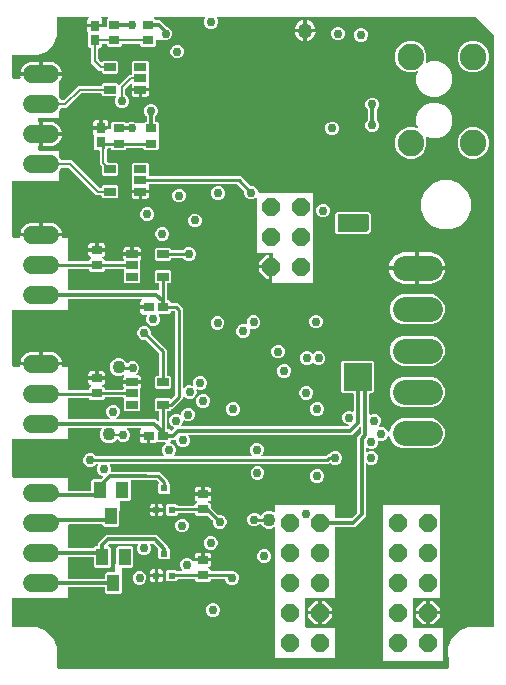
<source format=gbr>
G04 EAGLE Gerber RS-274X export*
G75*
%MOMM*%
%FSLAX34Y34*%
%LPD*%
%INBottom Copper*%
%IPPOS*%
%AMOC8*
5,1,8,0,0,1.08239X$1,22.5*%
G01*
%ADD10C,2.250000*%
%ADD11R,0.900000X0.700000*%
%ADD12P,1.649562X8X112.500000*%
%ADD13R,0.990000X0.690000*%
%ADD14C,1.508000*%
%ADD15R,1.000000X1.400000*%
%ADD16R,0.925000X0.740000*%
%ADD17R,0.740000X0.925000*%
%ADD18P,1.632244X8X292.500000*%
%ADD19C,1.100000*%
%ADD20C,1.270000*%
%ADD21R,0.600000X0.550000*%
%ADD22C,2.133600*%
%ADD23C,0.756400*%
%ADD24C,0.254000*%
%ADD25C,0.304800*%
%ADD26C,0.203200*%

G36*
X379877Y10926D02*
X379877Y10926D01*
X379896Y10924D01*
X379998Y10946D01*
X380100Y10962D01*
X380117Y10972D01*
X380137Y10976D01*
X380226Y11029D01*
X380317Y11078D01*
X380331Y11092D01*
X380348Y11102D01*
X380415Y11181D01*
X380487Y11256D01*
X380495Y11274D01*
X380508Y11289D01*
X380547Y11385D01*
X380590Y11479D01*
X380592Y11499D01*
X380600Y11517D01*
X380618Y11684D01*
X380618Y20585D01*
X380608Y20649D01*
X380607Y20715D01*
X380584Y20795D01*
X380579Y20827D01*
X380569Y20845D01*
X380560Y20876D01*
X380409Y21241D01*
X380409Y29559D01*
X383593Y37245D01*
X389475Y43127D01*
X397161Y46311D01*
X403596Y46311D01*
X403686Y46325D01*
X403777Y46333D01*
X403806Y46345D01*
X403838Y46350D01*
X403848Y46356D01*
X418328Y46356D01*
X418348Y46359D01*
X418367Y46357D01*
X418469Y46379D01*
X418571Y46395D01*
X418588Y46405D01*
X418608Y46409D01*
X418697Y46462D01*
X418788Y46511D01*
X418802Y46525D01*
X418819Y46535D01*
X418886Y46614D01*
X418958Y46689D01*
X418966Y46707D01*
X418979Y46722D01*
X419018Y46818D01*
X419061Y46912D01*
X419063Y46932D01*
X419071Y46950D01*
X419089Y47117D01*
X419089Y546872D01*
X419088Y546880D01*
X419088Y546882D01*
X419086Y546894D01*
X419075Y546962D01*
X419067Y547053D01*
X419055Y547083D01*
X419050Y547115D01*
X419007Y547195D01*
X418971Y547279D01*
X418945Y547311D01*
X418934Y547332D01*
X418911Y547354D01*
X418866Y547410D01*
X403422Y562854D01*
X403348Y562907D01*
X403279Y562967D01*
X403249Y562979D01*
X403223Y562998D01*
X403136Y563025D01*
X403051Y563059D01*
X403010Y563063D01*
X402987Y563070D01*
X402955Y563069D01*
X402884Y563077D01*
X184837Y563077D01*
X184792Y563070D01*
X184746Y563072D01*
X184671Y563050D01*
X184595Y563038D01*
X184554Y563016D01*
X184510Y563003D01*
X184446Y562959D01*
X184377Y562922D01*
X184346Y562889D01*
X184308Y562863D01*
X184261Y562800D01*
X184208Y562744D01*
X184189Y562702D01*
X184161Y562666D01*
X184137Y562592D01*
X184104Y562521D01*
X184099Y562475D01*
X184085Y562432D01*
X184086Y562354D01*
X184077Y562277D01*
X184087Y562232D01*
X184087Y562186D01*
X184125Y562054D01*
X184129Y562036D01*
X184132Y562032D01*
X184134Y562025D01*
X185079Y559744D01*
X185079Y557424D01*
X184191Y555280D01*
X182550Y553639D01*
X180406Y552751D01*
X178086Y552751D01*
X175942Y553639D01*
X174301Y555280D01*
X173413Y557424D01*
X173413Y559744D01*
X174358Y562025D01*
X174368Y562069D01*
X174388Y562111D01*
X174396Y562188D01*
X174414Y562264D01*
X174410Y562310D01*
X174415Y562355D01*
X174398Y562432D01*
X174391Y562509D01*
X174372Y562551D01*
X174363Y562596D01*
X174323Y562663D01*
X174291Y562734D01*
X174260Y562768D01*
X174236Y562807D01*
X174177Y562858D01*
X174125Y562915D01*
X174084Y562937D01*
X174049Y562967D01*
X173977Y562996D01*
X173909Y563033D01*
X173864Y563042D01*
X173821Y563059D01*
X173685Y563074D01*
X173667Y563077D01*
X173662Y563076D01*
X173655Y563077D01*
X131759Y563077D01*
X131688Y563066D01*
X131616Y563064D01*
X131567Y563046D01*
X131516Y563038D01*
X131453Y563004D01*
X131385Y562979D01*
X131345Y562947D01*
X131299Y562922D01*
X131249Y562870D01*
X131193Y562826D01*
X131165Y562782D01*
X131129Y562744D01*
X131099Y562679D01*
X131060Y562619D01*
X131048Y562568D01*
X131026Y562521D01*
X131018Y562450D01*
X131000Y562380D01*
X131004Y562328D01*
X130998Y562277D01*
X131014Y562206D01*
X131019Y562135D01*
X131040Y562087D01*
X131051Y562036D01*
X131088Y561975D01*
X131116Y561909D01*
X131160Y561853D01*
X131177Y561825D01*
X131195Y561810D01*
X131220Y561778D01*
X132461Y560537D01*
X132461Y560524D01*
X132463Y560513D01*
X132462Y560506D01*
X132463Y560499D01*
X132462Y560485D01*
X132484Y560383D01*
X132500Y560281D01*
X132510Y560264D01*
X132514Y560244D01*
X132567Y560155D01*
X132616Y560064D01*
X132630Y560050D01*
X132640Y560033D01*
X132719Y559966D01*
X132794Y559894D01*
X132812Y559886D01*
X132827Y559873D01*
X132923Y559834D01*
X133017Y559791D01*
X133037Y559789D01*
X133055Y559781D01*
X133222Y559763D01*
X136535Y559763D01*
X141574Y554724D01*
X141648Y554671D01*
X141717Y554611D01*
X141747Y554599D01*
X141774Y554580D01*
X141860Y554553D01*
X141945Y554519D01*
X141973Y554516D01*
X144154Y553613D01*
X145795Y551972D01*
X146683Y549828D01*
X146683Y547508D01*
X145795Y545364D01*
X144154Y543723D01*
X142010Y542835D01*
X139690Y542835D01*
X139002Y543120D01*
X138938Y543135D01*
X138877Y543160D01*
X138794Y543169D01*
X138762Y543176D01*
X138743Y543175D01*
X138710Y543178D01*
X133222Y543178D01*
X133202Y543175D01*
X133183Y543177D01*
X133081Y543155D01*
X132979Y543139D01*
X132962Y543129D01*
X132942Y543125D01*
X132853Y543072D01*
X132762Y543023D01*
X132748Y543009D01*
X132731Y542999D01*
X132664Y542920D01*
X132592Y542845D01*
X132584Y542827D01*
X132571Y542812D01*
X132532Y542716D01*
X132489Y542622D01*
X132487Y542602D01*
X132479Y542584D01*
X132461Y542417D01*
X132461Y538839D01*
X131259Y537637D01*
X120561Y537637D01*
X119359Y538839D01*
X119359Y539360D01*
X119356Y539380D01*
X119358Y539399D01*
X119336Y539501D01*
X119320Y539603D01*
X119310Y539620D01*
X119306Y539640D01*
X119253Y539729D01*
X119204Y539820D01*
X119190Y539834D01*
X119180Y539851D01*
X119101Y539918D01*
X119026Y539990D01*
X119008Y539998D01*
X118993Y540011D01*
X118897Y540050D01*
X118803Y540093D01*
X118783Y540095D01*
X118765Y540103D01*
X118598Y540121D01*
X104872Y540121D01*
X104852Y540118D01*
X104833Y540120D01*
X104731Y540098D01*
X104629Y540082D01*
X104612Y540072D01*
X104592Y540068D01*
X104503Y540015D01*
X104412Y539966D01*
X104398Y539952D01*
X104381Y539942D01*
X104314Y539863D01*
X104242Y539788D01*
X104234Y539770D01*
X104221Y539755D01*
X104182Y539658D01*
X104139Y539565D01*
X104137Y539545D01*
X104129Y539527D01*
X104111Y539360D01*
X104111Y538839D01*
X102909Y537637D01*
X92211Y537637D01*
X91009Y538839D01*
X91009Y539360D01*
X91006Y539380D01*
X91008Y539399D01*
X90986Y539501D01*
X90970Y539603D01*
X90960Y539620D01*
X90956Y539640D01*
X90903Y539729D01*
X90854Y539820D01*
X90840Y539834D01*
X90830Y539851D01*
X90751Y539918D01*
X90676Y539990D01*
X90658Y539998D01*
X90643Y540011D01*
X90547Y540050D01*
X90453Y540093D01*
X90433Y540095D01*
X90415Y540103D01*
X90248Y540121D01*
X87538Y540121D01*
X87518Y540118D01*
X87499Y540120D01*
X87397Y540098D01*
X87295Y540082D01*
X87278Y540072D01*
X87258Y540068D01*
X87169Y540015D01*
X87078Y539966D01*
X87064Y539952D01*
X87047Y539942D01*
X86980Y539863D01*
X86908Y539788D01*
X86900Y539770D01*
X86887Y539755D01*
X86848Y539658D01*
X86805Y539565D01*
X86803Y539545D01*
X86795Y539527D01*
X86777Y539360D01*
X86777Y537928D01*
X85575Y536726D01*
X84854Y536726D01*
X84834Y536723D01*
X84815Y536725D01*
X84713Y536703D01*
X84611Y536687D01*
X84594Y536677D01*
X84574Y536673D01*
X84485Y536620D01*
X84394Y536571D01*
X84380Y536557D01*
X84363Y536547D01*
X84296Y536468D01*
X84224Y536393D01*
X84216Y536375D01*
X84203Y536360D01*
X84164Y536264D01*
X84121Y536170D01*
X84119Y536150D01*
X84111Y536132D01*
X84093Y535965D01*
X84093Y526910D01*
X84107Y526820D01*
X84115Y526729D01*
X84127Y526699D01*
X84132Y526667D01*
X84175Y526586D01*
X84211Y526502D01*
X84237Y526470D01*
X84248Y526449D01*
X84271Y526427D01*
X84316Y526371D01*
X85920Y524767D01*
X85936Y524755D01*
X85949Y524740D01*
X86036Y524684D01*
X86120Y524623D01*
X86139Y524617D01*
X86156Y524607D01*
X86256Y524581D01*
X86355Y524551D01*
X86375Y524551D01*
X86394Y524547D01*
X86497Y524555D01*
X86601Y524557D01*
X86620Y524564D01*
X86639Y524566D01*
X86734Y524606D01*
X86832Y524642D01*
X86847Y524654D01*
X86866Y524662D01*
X86997Y524767D01*
X87951Y525721D01*
X99549Y525721D01*
X100751Y524519D01*
X100751Y515921D01*
X99549Y514719D01*
X87951Y514719D01*
X86749Y515921D01*
X86749Y516392D01*
X86746Y516412D01*
X86748Y516431D01*
X86726Y516533D01*
X86710Y516635D01*
X86700Y516652D01*
X86696Y516672D01*
X86643Y516761D01*
X86594Y516852D01*
X86580Y516866D01*
X86570Y516883D01*
X86491Y516950D01*
X86416Y517022D01*
X86398Y517030D01*
X86383Y517043D01*
X86287Y517082D01*
X86193Y517125D01*
X86173Y517127D01*
X86155Y517135D01*
X85988Y517153D01*
X84860Y517153D01*
X77959Y524054D01*
X77959Y535965D01*
X77956Y535985D01*
X77958Y536004D01*
X77936Y536106D01*
X77920Y536208D01*
X77910Y536225D01*
X77906Y536245D01*
X77853Y536334D01*
X77804Y536425D01*
X77790Y536439D01*
X77780Y536456D01*
X77701Y536523D01*
X77626Y536595D01*
X77608Y536603D01*
X77593Y536616D01*
X77497Y536655D01*
X77403Y536698D01*
X77383Y536700D01*
X77365Y536708D01*
X77198Y536726D01*
X76477Y536726D01*
X75275Y537928D01*
X75275Y549044D01*
X75257Y549157D01*
X75241Y549271D01*
X75237Y549280D01*
X75236Y549286D01*
X75225Y549306D01*
X75173Y549424D01*
X74958Y549796D01*
X74785Y550443D01*
X74785Y553879D01*
X80264Y553879D01*
X80284Y553882D01*
X80303Y553880D01*
X80405Y553902D01*
X80507Y553919D01*
X80524Y553928D01*
X80544Y553932D01*
X80633Y553985D01*
X80724Y554034D01*
X80738Y554048D01*
X80755Y554058D01*
X80822Y554137D01*
X80893Y554212D01*
X80902Y554230D01*
X80915Y554245D01*
X80954Y554341D01*
X80997Y554435D01*
X80999Y554455D01*
X81007Y554473D01*
X81025Y554640D01*
X81025Y556164D01*
X81022Y556184D01*
X81024Y556203D01*
X81002Y556305D01*
X80985Y556407D01*
X80976Y556424D01*
X80972Y556444D01*
X80919Y556533D01*
X80870Y556624D01*
X80856Y556638D01*
X80846Y556655D01*
X80767Y556722D01*
X80692Y556793D01*
X80674Y556802D01*
X80659Y556815D01*
X80563Y556854D01*
X80469Y556897D01*
X80449Y556899D01*
X80431Y556907D01*
X80264Y556925D01*
X74785Y556925D01*
X74785Y560361D01*
X74958Y561008D01*
X75293Y561587D01*
X75484Y561778D01*
X75525Y561836D01*
X75575Y561888D01*
X75597Y561935D01*
X75627Y561977D01*
X75648Y562046D01*
X75678Y562111D01*
X75684Y562163D01*
X75700Y562213D01*
X75698Y562284D01*
X75706Y562355D01*
X75694Y562406D01*
X75693Y562458D01*
X75669Y562526D01*
X75653Y562596D01*
X75627Y562641D01*
X75609Y562689D01*
X75564Y562745D01*
X75527Y562807D01*
X75488Y562841D01*
X75455Y562881D01*
X75395Y562920D01*
X75340Y562967D01*
X75292Y562986D01*
X75248Y563014D01*
X75179Y563032D01*
X75112Y563059D01*
X75041Y563067D01*
X75010Y563075D01*
X74986Y563073D01*
X74945Y563077D01*
X49403Y563077D01*
X49383Y563074D01*
X49364Y563076D01*
X49262Y563054D01*
X49160Y563038D01*
X49143Y563028D01*
X49123Y563024D01*
X49034Y562971D01*
X48943Y562922D01*
X48929Y562908D01*
X48912Y562898D01*
X48845Y562819D01*
X48773Y562744D01*
X48765Y562726D01*
X48752Y562711D01*
X48713Y562615D01*
X48670Y562521D01*
X48668Y562501D01*
X48660Y562483D01*
X48642Y562316D01*
X48642Y555995D01*
X48650Y555942D01*
X48650Y555938D01*
X48652Y555928D01*
X48653Y555865D01*
X48676Y555785D01*
X48681Y555753D01*
X48691Y555735D01*
X48700Y555704D01*
X48851Y555339D01*
X48851Y547021D01*
X45667Y539335D01*
X39785Y533453D01*
X32099Y530269D01*
X23781Y530269D01*
X23416Y530420D01*
X23352Y530435D01*
X23291Y530460D01*
X23209Y530469D01*
X23177Y530476D01*
X23157Y530475D01*
X23125Y530478D01*
X11684Y530478D01*
X11664Y530475D01*
X11645Y530477D01*
X11543Y530455D01*
X11441Y530439D01*
X11424Y530429D01*
X11404Y530425D01*
X11315Y530372D01*
X11224Y530323D01*
X11210Y530309D01*
X11193Y530299D01*
X11126Y530220D01*
X11054Y530145D01*
X11046Y530127D01*
X11033Y530112D01*
X10994Y530016D01*
X10951Y529922D01*
X10949Y529902D01*
X10941Y529884D01*
X10923Y529717D01*
X10923Y511315D01*
X10926Y511295D01*
X10924Y511275D01*
X10946Y511174D01*
X10962Y511072D01*
X10972Y511054D01*
X10976Y511035D01*
X11029Y510946D01*
X11078Y510855D01*
X11092Y510841D01*
X11102Y510824D01*
X11181Y510756D01*
X11256Y510685D01*
X11274Y510677D01*
X11289Y510664D01*
X11385Y510625D01*
X11479Y510582D01*
X11499Y510579D01*
X11517Y510572D01*
X11684Y510553D01*
X17606Y510553D01*
X17622Y510556D01*
X17638Y510554D01*
X17743Y510576D01*
X17849Y510593D01*
X17863Y510601D01*
X17879Y510604D01*
X17972Y510658D01*
X18066Y510708D01*
X18077Y510720D01*
X18091Y510728D01*
X18162Y510809D01*
X18236Y510887D01*
X18243Y510901D01*
X18253Y510913D01*
X18294Y511012D01*
X18339Y511110D01*
X18341Y511126D01*
X18347Y511140D01*
X18355Y511248D01*
X18367Y511354D01*
X18363Y511370D01*
X18364Y511386D01*
X18330Y511550D01*
X18187Y511989D01*
X18055Y512827D01*
X34798Y512827D01*
X34818Y512830D01*
X34837Y512828D01*
X34939Y512850D01*
X35041Y512867D01*
X35058Y512876D01*
X35078Y512880D01*
X35167Y512933D01*
X35258Y512982D01*
X35272Y512996D01*
X35289Y513006D01*
X35356Y513085D01*
X35427Y513160D01*
X35436Y513178D01*
X35449Y513193D01*
X35487Y513289D01*
X35531Y513383D01*
X35533Y513403D01*
X35541Y513421D01*
X35559Y513588D01*
X35559Y514351D01*
X35561Y514351D01*
X35561Y513588D01*
X35564Y513568D01*
X35562Y513549D01*
X35584Y513447D01*
X35601Y513345D01*
X35610Y513328D01*
X35614Y513308D01*
X35667Y513219D01*
X35716Y513128D01*
X35730Y513114D01*
X35740Y513097D01*
X35819Y513030D01*
X35894Y512959D01*
X35912Y512950D01*
X35927Y512937D01*
X36023Y512898D01*
X36117Y512855D01*
X36137Y512853D01*
X36155Y512845D01*
X36322Y512827D01*
X53065Y512827D01*
X52933Y511989D01*
X52442Y510480D01*
X51722Y509067D01*
X50959Y508016D01*
X50945Y507988D01*
X50924Y507964D01*
X50890Y507879D01*
X50848Y507797D01*
X50844Y507765D01*
X50832Y507736D01*
X50813Y507569D01*
X50813Y495115D01*
X50828Y495025D01*
X50835Y494934D01*
X50848Y494904D01*
X50853Y494872D01*
X50896Y494792D01*
X50932Y494708D01*
X50957Y494676D01*
X50968Y494655D01*
X50992Y494633D01*
X51036Y494577D01*
X51231Y494383D01*
X52016Y492487D01*
X52078Y492387D01*
X52138Y492287D01*
X52142Y492283D01*
X52146Y492278D01*
X52235Y492203D01*
X52324Y492127D01*
X52330Y492125D01*
X52335Y492121D01*
X52443Y492079D01*
X52553Y492035D01*
X52560Y492034D01*
X52565Y492033D01*
X52583Y492032D01*
X52719Y492017D01*
X54494Y492017D01*
X54584Y492031D01*
X54675Y492039D01*
X54705Y492051D01*
X54737Y492056D01*
X54818Y492099D01*
X54902Y492135D01*
X54934Y492161D01*
X54955Y492172D01*
X54969Y492187D01*
X54971Y492188D01*
X54980Y492198D01*
X55033Y492240D01*
X67080Y504287D01*
X85988Y504287D01*
X86008Y504290D01*
X86027Y504288D01*
X86129Y504310D01*
X86231Y504326D01*
X86248Y504336D01*
X86268Y504340D01*
X86357Y504393D01*
X86448Y504442D01*
X86462Y504456D01*
X86479Y504466D01*
X86546Y504545D01*
X86618Y504620D01*
X86626Y504638D01*
X86639Y504653D01*
X86678Y504749D01*
X86721Y504843D01*
X86723Y504863D01*
X86731Y504881D01*
X86749Y505048D01*
X86749Y505519D01*
X87951Y506721D01*
X99549Y506721D01*
X100735Y505535D01*
X100751Y505523D01*
X100764Y505508D01*
X100851Y505452D01*
X100935Y505391D01*
X100954Y505385D01*
X100971Y505375D01*
X101071Y505349D01*
X101170Y505319D01*
X101190Y505319D01*
X101209Y505315D01*
X101312Y505323D01*
X101416Y505325D01*
X101435Y505332D01*
X101455Y505334D01*
X101549Y505374D01*
X101647Y505410D01*
X101663Y505422D01*
X101681Y505430D01*
X101812Y505535D01*
X110128Y513851D01*
X111888Y513851D01*
X111908Y513854D01*
X111927Y513852D01*
X112029Y513874D01*
X112131Y513890D01*
X112148Y513900D01*
X112168Y513904D01*
X112257Y513957D01*
X112348Y514006D01*
X112362Y514020D01*
X112379Y514030D01*
X112446Y514109D01*
X112518Y514184D01*
X112526Y514202D01*
X112539Y514217D01*
X112578Y514313D01*
X112621Y514407D01*
X112623Y514427D01*
X112631Y514445D01*
X112649Y514612D01*
X112649Y515054D01*
X112705Y515131D01*
X112711Y515151D01*
X112722Y515167D01*
X112747Y515268D01*
X112777Y515367D01*
X112777Y515387D01*
X112782Y515406D01*
X112774Y515509D01*
X112771Y515612D01*
X112764Y515631D01*
X112763Y515651D01*
X112722Y515746D01*
X112687Y515843D01*
X112674Y515859D01*
X112666Y515877D01*
X112649Y515899D01*
X112649Y524519D01*
X113851Y525721D01*
X125449Y525721D01*
X126651Y524519D01*
X126651Y515886D01*
X126595Y515809D01*
X126589Y515790D01*
X126578Y515773D01*
X126553Y515673D01*
X126523Y515574D01*
X126523Y515554D01*
X126518Y515534D01*
X126526Y515431D01*
X126529Y515328D01*
X126536Y515309D01*
X126537Y515289D01*
X126578Y515194D01*
X126613Y515097D01*
X126626Y515081D01*
X126634Y515063D01*
X126651Y515041D01*
X126651Y506403D01*
X126669Y506290D01*
X126685Y506176D01*
X126689Y506167D01*
X126690Y506161D01*
X126701Y506141D01*
X126753Y506023D01*
X126968Y505651D01*
X127141Y505004D01*
X127141Y502743D01*
X120412Y502743D01*
X120392Y502740D01*
X120373Y502742D01*
X120271Y502720D01*
X120169Y502703D01*
X120152Y502694D01*
X120132Y502690D01*
X120043Y502637D01*
X119952Y502588D01*
X119938Y502574D01*
X119921Y502564D01*
X119854Y502485D01*
X119783Y502410D01*
X119774Y502392D01*
X119761Y502377D01*
X119722Y502281D01*
X119679Y502187D01*
X119677Y502167D01*
X119669Y502149D01*
X119651Y501982D01*
X119651Y501219D01*
X119649Y501219D01*
X119649Y501982D01*
X119646Y502002D01*
X119648Y502021D01*
X119626Y502123D01*
X119609Y502225D01*
X119600Y502242D01*
X119596Y502262D01*
X119543Y502351D01*
X119494Y502442D01*
X119480Y502456D01*
X119470Y502473D01*
X119391Y502540D01*
X119316Y502611D01*
X119298Y502620D01*
X119283Y502633D01*
X119187Y502672D01*
X119093Y502715D01*
X119073Y502717D01*
X119055Y502725D01*
X118888Y502743D01*
X112159Y502743D01*
X112159Y505004D01*
X112231Y505271D01*
X112235Y505318D01*
X112249Y505364D01*
X112248Y505440D01*
X112255Y505515D01*
X112244Y505562D01*
X112243Y505610D01*
X112217Y505681D01*
X112200Y505755D01*
X112175Y505796D01*
X112159Y505841D01*
X112111Y505900D01*
X112072Y505965D01*
X112035Y505996D01*
X112005Y506033D01*
X111941Y506074D01*
X111883Y506123D01*
X111838Y506140D01*
X111798Y506166D01*
X111724Y506185D01*
X111654Y506212D01*
X111606Y506215D01*
X111560Y506226D01*
X111484Y506220D01*
X111408Y506224D01*
X111362Y506211D01*
X111314Y506207D01*
X111245Y506177D01*
X111172Y506157D01*
X111132Y506130D01*
X111088Y506111D01*
X110987Y506030D01*
X110969Y506018D01*
X110965Y506012D01*
X110957Y506006D01*
X106922Y501971D01*
X106869Y501897D01*
X106809Y501827D01*
X106797Y501797D01*
X106778Y501771D01*
X106751Y501684D01*
X106717Y501599D01*
X106713Y501558D01*
X106706Y501536D01*
X106707Y501504D01*
X106699Y501432D01*
X106699Y496998D01*
X106717Y496884D01*
X106735Y496767D01*
X106737Y496761D01*
X106738Y496755D01*
X106793Y496653D01*
X106846Y496548D01*
X106851Y496543D01*
X106854Y496538D01*
X106938Y496457D01*
X107022Y496376D01*
X107028Y496372D01*
X107032Y496369D01*
X107049Y496361D01*
X107169Y496295D01*
X107444Y496181D01*
X109085Y494540D01*
X109973Y492396D01*
X109973Y490076D01*
X109085Y487932D01*
X107444Y486291D01*
X105300Y485403D01*
X102980Y485403D01*
X100836Y486291D01*
X99195Y487932D01*
X98307Y490076D01*
X98307Y492396D01*
X99248Y494667D01*
X99258Y494711D01*
X99278Y494753D01*
X99286Y494830D01*
X99304Y494906D01*
X99300Y494952D01*
X99305Y494997D01*
X99288Y495074D01*
X99281Y495151D01*
X99262Y495193D01*
X99252Y495238D01*
X99212Y495305D01*
X99181Y495376D01*
X99150Y495410D01*
X99126Y495449D01*
X99067Y495500D01*
X99014Y495557D01*
X98974Y495579D01*
X98939Y495609D01*
X98867Y495638D01*
X98799Y495675D01*
X98754Y495684D01*
X98711Y495701D01*
X98575Y495716D01*
X98557Y495719D01*
X98552Y495718D01*
X98544Y495719D01*
X87951Y495719D01*
X86749Y496921D01*
X86749Y497392D01*
X86748Y497399D01*
X86748Y497401D01*
X86746Y497409D01*
X86746Y497412D01*
X86748Y497431D01*
X86726Y497533D01*
X86710Y497635D01*
X86700Y497652D01*
X86696Y497672D01*
X86643Y497761D01*
X86594Y497852D01*
X86580Y497866D01*
X86570Y497883D01*
X86491Y497950D01*
X86416Y498022D01*
X86398Y498030D01*
X86383Y498043D01*
X86287Y498082D01*
X86193Y498125D01*
X86173Y498127D01*
X86155Y498135D01*
X85988Y498153D01*
X69936Y498153D01*
X69846Y498139D01*
X69755Y498131D01*
X69725Y498119D01*
X69693Y498114D01*
X69612Y498071D01*
X69528Y498035D01*
X69496Y498009D01*
X69475Y497998D01*
X69453Y497975D01*
X69397Y497930D01*
X57350Y485883D01*
X52719Y485883D01*
X52605Y485864D01*
X52488Y485847D01*
X52483Y485845D01*
X52477Y485844D01*
X52374Y485789D01*
X52269Y485736D01*
X52265Y485731D01*
X52259Y485728D01*
X52179Y485644D01*
X52097Y485560D01*
X52093Y485554D01*
X52090Y485550D01*
X52082Y485533D01*
X52016Y485413D01*
X51231Y483517D01*
X51036Y483323D01*
X50983Y483249D01*
X50924Y483180D01*
X50912Y483150D01*
X50893Y483123D01*
X50866Y483036D01*
X50832Y482952D01*
X50827Y482911D01*
X50821Y482888D01*
X50821Y482856D01*
X50813Y482785D01*
X50813Y477514D01*
X50806Y477507D01*
X50479Y477507D01*
X33795Y477507D01*
X33775Y477503D01*
X33755Y477506D01*
X33654Y477484D01*
X33552Y477467D01*
X33534Y477458D01*
X33515Y477453D01*
X33426Y477400D01*
X33335Y477352D01*
X33321Y477337D01*
X33304Y477327D01*
X33236Y477248D01*
X33165Y477173D01*
X33157Y477155D01*
X33144Y477140D01*
X33105Y477044D01*
X33062Y476950D01*
X33059Y476931D01*
X33052Y476912D01*
X33033Y476745D01*
X33033Y474392D01*
X33037Y474372D01*
X33034Y474353D01*
X33056Y474251D01*
X33073Y474149D01*
X33082Y474132D01*
X33087Y474112D01*
X33140Y474023D01*
X33188Y473932D01*
X33203Y473918D01*
X33213Y473901D01*
X33292Y473834D01*
X33367Y473762D01*
X33385Y473754D01*
X33400Y473741D01*
X33496Y473702D01*
X33590Y473659D01*
X33609Y473657D01*
X33628Y473649D01*
X33795Y473631D01*
X34037Y473631D01*
X34037Y464312D01*
X34040Y464292D01*
X34038Y464273D01*
X34060Y464171D01*
X34077Y464069D01*
X34086Y464052D01*
X34090Y464032D01*
X34143Y463943D01*
X34192Y463852D01*
X34206Y463838D01*
X34216Y463821D01*
X34295Y463754D01*
X34370Y463683D01*
X34388Y463674D01*
X34403Y463661D01*
X34499Y463623D01*
X34593Y463579D01*
X34613Y463577D01*
X34631Y463569D01*
X34798Y463551D01*
X35561Y463551D01*
X35561Y463549D01*
X34798Y463549D01*
X34778Y463546D01*
X34759Y463548D01*
X34657Y463526D01*
X34555Y463509D01*
X34538Y463500D01*
X34518Y463496D01*
X34429Y463443D01*
X34338Y463394D01*
X34324Y463380D01*
X34307Y463370D01*
X34240Y463291D01*
X34169Y463216D01*
X34160Y463198D01*
X34147Y463183D01*
X34108Y463087D01*
X34065Y462993D01*
X34063Y462973D01*
X34055Y462955D01*
X34037Y462788D01*
X34037Y453469D01*
X33795Y453469D01*
X33775Y453466D01*
X33755Y453468D01*
X33654Y453446D01*
X33552Y453430D01*
X33534Y453420D01*
X33515Y453416D01*
X33426Y453363D01*
X33335Y453314D01*
X33321Y453300D01*
X33304Y453290D01*
X33236Y453211D01*
X33165Y453136D01*
X33157Y453118D01*
X33144Y453103D01*
X33105Y453007D01*
X33062Y452913D01*
X33059Y452893D01*
X33052Y452875D01*
X33033Y452708D01*
X33033Y450355D01*
X33037Y450335D01*
X33034Y450315D01*
X33056Y450214D01*
X33073Y450112D01*
X33082Y450094D01*
X33087Y450075D01*
X33140Y449986D01*
X33188Y449895D01*
X33203Y449881D01*
X33213Y449864D01*
X33292Y449796D01*
X33367Y449725D01*
X33385Y449717D01*
X33400Y449704D01*
X33496Y449665D01*
X33590Y449622D01*
X33609Y449619D01*
X33628Y449612D01*
X33795Y449593D01*
X50806Y449593D01*
X50813Y449586D01*
X50813Y444315D01*
X50828Y444225D01*
X50835Y444134D01*
X50848Y444104D01*
X50853Y444072D01*
X50896Y443992D01*
X50932Y443908D01*
X50957Y443876D01*
X50968Y443855D01*
X50992Y443833D01*
X51036Y443777D01*
X51231Y443583D01*
X52016Y441687D01*
X52078Y441587D01*
X52138Y441487D01*
X52142Y441483D01*
X52146Y441478D01*
X52235Y441403D01*
X52324Y441327D01*
X52330Y441325D01*
X52335Y441321D01*
X52443Y441279D01*
X52553Y441235D01*
X52560Y441234D01*
X52565Y441233D01*
X52583Y441232D01*
X52719Y441217D01*
X61570Y441217D01*
X84637Y418150D01*
X84711Y418097D01*
X84781Y418037D01*
X84811Y418025D01*
X84837Y418006D01*
X84924Y417979D01*
X85009Y417945D01*
X85050Y417941D01*
X85072Y417934D01*
X85104Y417935D01*
X85176Y417927D01*
X85988Y417927D01*
X86008Y417930D01*
X86027Y417928D01*
X86129Y417950D01*
X86231Y417966D01*
X86248Y417976D01*
X86268Y417980D01*
X86357Y418033D01*
X86448Y418082D01*
X86462Y418096D01*
X86479Y418106D01*
X86546Y418185D01*
X86618Y418260D01*
X86626Y418278D01*
X86639Y418293D01*
X86678Y418389D01*
X86721Y418483D01*
X86723Y418503D01*
X86731Y418521D01*
X86749Y418688D01*
X86749Y419159D01*
X87951Y420361D01*
X99549Y420361D01*
X100751Y419159D01*
X100751Y410561D01*
X99549Y409359D01*
X87951Y409359D01*
X86749Y410561D01*
X86749Y411032D01*
X86746Y411052D01*
X86748Y411071D01*
X86726Y411173D01*
X86710Y411275D01*
X86700Y411292D01*
X86696Y411312D01*
X86643Y411401D01*
X86594Y411492D01*
X86580Y411506D01*
X86570Y411523D01*
X86491Y411590D01*
X86416Y411662D01*
X86398Y411670D01*
X86383Y411683D01*
X86287Y411722D01*
X86193Y411765D01*
X86173Y411767D01*
X86155Y411775D01*
X85988Y411793D01*
X82320Y411793D01*
X59253Y434860D01*
X59179Y434913D01*
X59109Y434973D01*
X59079Y434985D01*
X59053Y435004D01*
X58966Y435031D01*
X58881Y435065D01*
X58840Y435069D01*
X58818Y435076D01*
X58786Y435075D01*
X58714Y435083D01*
X52719Y435083D01*
X52605Y435064D01*
X52488Y435047D01*
X52483Y435045D01*
X52477Y435044D01*
X52374Y434989D01*
X52269Y434936D01*
X52265Y434931D01*
X52259Y434928D01*
X52179Y434844D01*
X52097Y434760D01*
X52093Y434754D01*
X52090Y434750D01*
X52082Y434733D01*
X52016Y434613D01*
X51231Y432717D01*
X51036Y432523D01*
X50983Y432449D01*
X50924Y432380D01*
X50912Y432350D01*
X50893Y432323D01*
X50866Y432236D01*
X50832Y432152D01*
X50827Y432111D01*
X50821Y432088D01*
X50821Y432056D01*
X50813Y431985D01*
X50813Y424174D01*
X50806Y424167D01*
X50479Y424167D01*
X11684Y424167D01*
X11664Y424163D01*
X11645Y424166D01*
X11543Y424144D01*
X11441Y424127D01*
X11424Y424118D01*
X11404Y424113D01*
X11315Y424060D01*
X11224Y424012D01*
X11210Y423997D01*
X11193Y423987D01*
X11126Y423908D01*
X11054Y423833D01*
X11046Y423815D01*
X11033Y423800D01*
X10994Y423704D01*
X10951Y423610D01*
X10949Y423591D01*
X10941Y423572D01*
X10923Y423405D01*
X10923Y376695D01*
X10926Y376675D01*
X10924Y376655D01*
X10946Y376554D01*
X10962Y376452D01*
X10972Y376434D01*
X10976Y376415D01*
X11029Y376326D01*
X11078Y376235D01*
X11092Y376221D01*
X11102Y376204D01*
X11181Y376136D01*
X11256Y376065D01*
X11274Y376057D01*
X11289Y376044D01*
X11385Y376005D01*
X11479Y375962D01*
X11499Y375959D01*
X11517Y375952D01*
X11684Y375933D01*
X17322Y375933D01*
X17401Y375946D01*
X17480Y375950D01*
X17522Y375966D01*
X17565Y375973D01*
X17635Y376010D01*
X17710Y376039D01*
X17744Y376068D01*
X17783Y376088D01*
X17837Y376146D01*
X17898Y376197D01*
X17922Y376235D01*
X17952Y376267D01*
X17985Y376339D01*
X18027Y376407D01*
X18037Y376450D01*
X18056Y376490D01*
X18064Y376569D01*
X18082Y376646D01*
X18079Y376705D01*
X18083Y376734D01*
X18077Y376761D01*
X18074Y376814D01*
X18055Y376937D01*
X34798Y376937D01*
X34818Y376940D01*
X34837Y376938D01*
X34939Y376960D01*
X35041Y376977D01*
X35058Y376986D01*
X35078Y376990D01*
X35167Y377043D01*
X35258Y377092D01*
X35272Y377106D01*
X35289Y377116D01*
X35356Y377195D01*
X35427Y377270D01*
X35436Y377288D01*
X35449Y377303D01*
X35487Y377399D01*
X35531Y377493D01*
X35533Y377513D01*
X35541Y377531D01*
X35559Y377698D01*
X35559Y378461D01*
X35561Y378461D01*
X35561Y377698D01*
X35564Y377678D01*
X35562Y377659D01*
X35584Y377557D01*
X35601Y377455D01*
X35610Y377438D01*
X35614Y377418D01*
X35667Y377329D01*
X35716Y377238D01*
X35730Y377224D01*
X35740Y377207D01*
X35819Y377140D01*
X35894Y377069D01*
X35912Y377060D01*
X35927Y377047D01*
X36023Y377008D01*
X36117Y376965D01*
X36137Y376963D01*
X36155Y376955D01*
X36322Y376937D01*
X53065Y376937D01*
X53046Y376814D01*
X53046Y376734D01*
X53037Y376655D01*
X53047Y376612D01*
X53047Y376568D01*
X53073Y376493D01*
X53090Y376415D01*
X53112Y376377D01*
X53127Y376335D01*
X53175Y376272D01*
X53216Y376204D01*
X53249Y376175D01*
X53276Y376140D01*
X53342Y376096D01*
X53403Y376044D01*
X53444Y376027D01*
X53480Y376003D01*
X53557Y375982D01*
X53631Y375952D01*
X53689Y375945D01*
X53718Y375938D01*
X53745Y375939D01*
X53798Y375933D01*
X58426Y375933D01*
X58433Y375926D01*
X58433Y357142D01*
X58437Y357122D01*
X58434Y357103D01*
X58456Y357001D01*
X58473Y356899D01*
X58482Y356882D01*
X58487Y356862D01*
X58540Y356773D01*
X58588Y356682D01*
X58603Y356668D01*
X58613Y356651D01*
X58692Y356584D01*
X58767Y356512D01*
X58785Y356504D01*
X58800Y356491D01*
X58896Y356452D01*
X58990Y356409D01*
X59009Y356407D01*
X59028Y356399D01*
X59195Y356381D01*
X75344Y356381D01*
X75364Y356384D01*
X75383Y356382D01*
X75485Y356404D01*
X75587Y356420D01*
X75604Y356430D01*
X75624Y356434D01*
X75713Y356487D01*
X75804Y356536D01*
X75818Y356550D01*
X75835Y356560D01*
X75902Y356639D01*
X75974Y356714D01*
X75982Y356732D01*
X75995Y356747D01*
X76034Y356843D01*
X76039Y356855D01*
X77309Y358125D01*
X77320Y358127D01*
X77344Y358124D01*
X77441Y358146D01*
X77539Y358162D01*
X77560Y358174D01*
X77583Y358179D01*
X77668Y358231D01*
X77756Y358278D01*
X77773Y358295D01*
X77793Y358308D01*
X77857Y358384D01*
X77925Y358456D01*
X77936Y358478D01*
X77951Y358496D01*
X77987Y358589D01*
X78029Y358679D01*
X78032Y358703D01*
X78041Y358725D01*
X78045Y358825D01*
X78056Y358923D01*
X78051Y358947D01*
X78052Y358971D01*
X78025Y359067D01*
X78004Y359164D01*
X77992Y359184D01*
X77985Y359208D01*
X77929Y359290D01*
X77878Y359375D01*
X77859Y359391D01*
X77846Y359410D01*
X77766Y359470D01*
X77691Y359535D01*
X77668Y359544D01*
X77649Y359558D01*
X77493Y359619D01*
X77175Y359704D01*
X76596Y360039D01*
X76123Y360512D01*
X75788Y361091D01*
X75615Y361738D01*
X75615Y364049D01*
X81894Y364049D01*
X81914Y364052D01*
X81933Y364050D01*
X82035Y364072D01*
X82137Y364089D01*
X82154Y364098D01*
X82174Y364102D01*
X82263Y364155D01*
X82354Y364204D01*
X82368Y364218D01*
X82385Y364228D01*
X82452Y364307D01*
X82523Y364382D01*
X82532Y364400D01*
X82545Y364415D01*
X82584Y364511D01*
X82627Y364605D01*
X82629Y364625D01*
X82637Y364643D01*
X82655Y364810D01*
X82655Y365573D01*
X82657Y365573D01*
X82657Y364810D01*
X82660Y364790D01*
X82658Y364771D01*
X82680Y364669D01*
X82697Y364567D01*
X82706Y364550D01*
X82710Y364530D01*
X82763Y364441D01*
X82812Y364350D01*
X82826Y364336D01*
X82836Y364319D01*
X82915Y364252D01*
X82990Y364181D01*
X83008Y364172D01*
X83023Y364159D01*
X83119Y364120D01*
X83213Y364077D01*
X83233Y364075D01*
X83251Y364067D01*
X83418Y364049D01*
X89697Y364049D01*
X89697Y361737D01*
X89524Y361091D01*
X89189Y360512D01*
X88716Y360039D01*
X88137Y359704D01*
X87819Y359619D01*
X87797Y359609D01*
X87773Y359605D01*
X87685Y359559D01*
X87595Y359518D01*
X87577Y359502D01*
X87556Y359490D01*
X87487Y359418D01*
X87415Y359351D01*
X87403Y359330D01*
X87387Y359312D01*
X87345Y359222D01*
X87297Y359135D01*
X87293Y359111D01*
X87283Y359089D01*
X87272Y358990D01*
X87255Y358892D01*
X87258Y358868D01*
X87256Y358845D01*
X87277Y358747D01*
X87292Y358649D01*
X87303Y358628D01*
X87308Y358604D01*
X87359Y358519D01*
X87405Y358430D01*
X87422Y358414D01*
X87434Y358393D01*
X87510Y358328D01*
X87581Y358259D01*
X87603Y358249D01*
X87621Y358233D01*
X87714Y358196D01*
X87803Y358153D01*
X87827Y358150D01*
X87849Y358141D01*
X88004Y358124D01*
X89207Y356921D01*
X89207Y356456D01*
X89210Y356436D01*
X89208Y356417D01*
X89230Y356315D01*
X89246Y356213D01*
X89256Y356196D01*
X89260Y356176D01*
X89313Y356087D01*
X89362Y355996D01*
X89376Y355982D01*
X89386Y355965D01*
X89465Y355898D01*
X89540Y355826D01*
X89558Y355818D01*
X89573Y355805D01*
X89669Y355766D01*
X89763Y355723D01*
X89783Y355721D01*
X89801Y355713D01*
X89968Y355695D01*
X104904Y355695D01*
X104924Y355698D01*
X104943Y355696D01*
X105045Y355718D01*
X105147Y355734D01*
X105164Y355744D01*
X105184Y355748D01*
X105273Y355801D01*
X105364Y355850D01*
X105378Y355864D01*
X105395Y355874D01*
X105462Y355953D01*
X105534Y356028D01*
X105542Y356046D01*
X105555Y356061D01*
X105594Y356157D01*
X105637Y356251D01*
X105639Y356271D01*
X105647Y356289D01*
X105665Y356456D01*
X105665Y356691D01*
X105647Y356804D01*
X105631Y356918D01*
X105627Y356927D01*
X105626Y356933D01*
X105615Y356953D01*
X105563Y357071D01*
X105348Y357443D01*
X105175Y358090D01*
X105175Y360351D01*
X111904Y360351D01*
X111924Y360354D01*
X111943Y360352D01*
X112045Y360374D01*
X112147Y360391D01*
X112164Y360400D01*
X112184Y360404D01*
X112273Y360457D01*
X112364Y360506D01*
X112378Y360520D01*
X112395Y360530D01*
X112462Y360609D01*
X112533Y360684D01*
X112542Y360702D01*
X112555Y360717D01*
X112594Y360813D01*
X112637Y360907D01*
X112639Y360927D01*
X112647Y360945D01*
X112665Y361112D01*
X112665Y361875D01*
X112667Y361875D01*
X112667Y361112D01*
X112670Y361092D01*
X112668Y361073D01*
X112690Y360971D01*
X112707Y360869D01*
X112716Y360852D01*
X112720Y360832D01*
X112773Y360743D01*
X112822Y360652D01*
X112836Y360638D01*
X112846Y360621D01*
X112925Y360554D01*
X113000Y360483D01*
X113018Y360474D01*
X113033Y360461D01*
X113129Y360422D01*
X113223Y360379D01*
X113243Y360377D01*
X113261Y360369D01*
X113428Y360351D01*
X120157Y360351D01*
X120157Y358090D01*
X119984Y357443D01*
X119769Y357071D01*
X119728Y356965D01*
X119685Y356857D01*
X119684Y356847D01*
X119682Y356841D01*
X119681Y356819D01*
X119667Y356691D01*
X119667Y348040D01*
X119611Y347963D01*
X119605Y347943D01*
X119594Y347927D01*
X119569Y347826D01*
X119539Y347727D01*
X119539Y347707D01*
X119534Y347688D01*
X119542Y347585D01*
X119545Y347482D01*
X119552Y347463D01*
X119553Y347443D01*
X119594Y347348D01*
X119629Y347251D01*
X119642Y347235D01*
X119650Y347217D01*
X119667Y347195D01*
X119667Y338575D01*
X118465Y337373D01*
X106867Y337373D01*
X105665Y338575D01*
X105665Y347208D01*
X105721Y347285D01*
X105727Y347304D01*
X105738Y347321D01*
X105763Y347421D01*
X105793Y347520D01*
X105793Y347540D01*
X105798Y347560D01*
X105790Y347663D01*
X105787Y347766D01*
X105780Y347785D01*
X105779Y347805D01*
X105738Y347900D01*
X105703Y347997D01*
X105690Y348013D01*
X105682Y348031D01*
X105665Y348053D01*
X105665Y348292D01*
X105662Y348312D01*
X105664Y348331D01*
X105642Y348433D01*
X105626Y348535D01*
X105616Y348552D01*
X105612Y348572D01*
X105559Y348661D01*
X105510Y348752D01*
X105496Y348766D01*
X105486Y348783D01*
X105407Y348850D01*
X105332Y348922D01*
X105314Y348930D01*
X105299Y348943D01*
X105203Y348982D01*
X105109Y349025D01*
X105089Y349027D01*
X105071Y349035D01*
X104904Y349053D01*
X89968Y349053D01*
X89948Y349050D01*
X89929Y349052D01*
X89827Y349030D01*
X89725Y349014D01*
X89708Y349004D01*
X89688Y349000D01*
X89599Y348947D01*
X89508Y348898D01*
X89494Y348884D01*
X89477Y348874D01*
X89410Y348795D01*
X89338Y348720D01*
X89330Y348702D01*
X89317Y348687D01*
X89278Y348591D01*
X89235Y348497D01*
X89233Y348477D01*
X89225Y348459D01*
X89207Y348292D01*
X89207Y348223D01*
X88005Y347021D01*
X77307Y347021D01*
X76105Y348223D01*
X76105Y348978D01*
X76102Y348998D01*
X76104Y349017D01*
X76082Y349119D01*
X76066Y349221D01*
X76056Y349238D01*
X76052Y349258D01*
X75999Y349347D01*
X75950Y349438D01*
X75936Y349452D01*
X75926Y349469D01*
X75847Y349536D01*
X75772Y349608D01*
X75754Y349616D01*
X75739Y349629D01*
X75643Y349668D01*
X75549Y349711D01*
X75529Y349713D01*
X75511Y349721D01*
X75344Y349739D01*
X59195Y349739D01*
X59175Y349736D01*
X59155Y349738D01*
X59054Y349716D01*
X58952Y349700D01*
X58934Y349690D01*
X58915Y349686D01*
X58826Y349633D01*
X58735Y349584D01*
X58721Y349570D01*
X58704Y349560D01*
X58636Y349481D01*
X58565Y349406D01*
X58557Y349388D01*
X58544Y349373D01*
X58505Y349277D01*
X58462Y349183D01*
X58459Y349163D01*
X58452Y349145D01*
X58433Y348978D01*
X58433Y331996D01*
X58437Y331976D01*
X58434Y331957D01*
X58456Y331855D01*
X58473Y331753D01*
X58482Y331736D01*
X58487Y331716D01*
X58540Y331627D01*
X58588Y331536D01*
X58603Y331522D01*
X58613Y331505D01*
X58692Y331438D01*
X58767Y331366D01*
X58785Y331358D01*
X58800Y331345D01*
X58896Y331306D01*
X58990Y331263D01*
X59009Y331261D01*
X59028Y331253D01*
X59195Y331235D01*
X134538Y331235D01*
X134558Y331238D01*
X134577Y331236D01*
X134679Y331258D01*
X134781Y331274D01*
X134798Y331284D01*
X134818Y331288D01*
X134907Y331341D01*
X134998Y331390D01*
X135012Y331404D01*
X135029Y331414D01*
X135096Y331493D01*
X135168Y331568D01*
X135176Y331586D01*
X135189Y331601D01*
X135228Y331697D01*
X135271Y331791D01*
X135273Y331811D01*
X135281Y331829D01*
X135299Y331996D01*
X135299Y336612D01*
X135296Y336632D01*
X135298Y336651D01*
X135276Y336753D01*
X135260Y336855D01*
X135250Y336872D01*
X135246Y336892D01*
X135193Y336981D01*
X135144Y337072D01*
X135130Y337086D01*
X135120Y337103D01*
X135041Y337170D01*
X134966Y337242D01*
X134948Y337250D01*
X134933Y337263D01*
X134837Y337302D01*
X134743Y337345D01*
X134723Y337347D01*
X134705Y337355D01*
X134538Y337373D01*
X132767Y337373D01*
X131565Y338575D01*
X131565Y347173D01*
X132767Y348375D01*
X144365Y348375D01*
X145567Y347173D01*
X145567Y338575D01*
X144365Y337373D01*
X142702Y337373D01*
X142682Y337370D01*
X142663Y337372D01*
X142561Y337350D01*
X142459Y337334D01*
X142442Y337324D01*
X142422Y337320D01*
X142333Y337267D01*
X142242Y337218D01*
X142228Y337204D01*
X142211Y337194D01*
X142144Y337115D01*
X142072Y337040D01*
X142064Y337022D01*
X142051Y337007D01*
X142012Y336911D01*
X141969Y336817D01*
X141967Y336797D01*
X141959Y336779D01*
X141941Y336612D01*
X141941Y324112D01*
X141955Y324022D01*
X141963Y323931D01*
X141975Y323901D01*
X141980Y323869D01*
X142023Y323789D01*
X142059Y323705D01*
X142085Y323672D01*
X142096Y323652D01*
X142119Y323630D01*
X142164Y323574D01*
X142195Y323543D01*
X142195Y323494D01*
X142198Y323474D01*
X142196Y323455D01*
X142218Y323353D01*
X142234Y323251D01*
X142244Y323234D01*
X142248Y323214D01*
X142301Y323125D01*
X142350Y323034D01*
X142364Y323020D01*
X142374Y323003D01*
X142453Y322936D01*
X142528Y322864D01*
X142546Y322856D01*
X142561Y322843D01*
X142657Y322804D01*
X142751Y322761D01*
X142771Y322759D01*
X142789Y322751D01*
X142956Y322733D01*
X144094Y322733D01*
X145300Y321527D01*
X145319Y321441D01*
X145335Y321339D01*
X145345Y321322D01*
X145349Y321302D01*
X145402Y321213D01*
X145451Y321122D01*
X145465Y321108D01*
X145475Y321091D01*
X145554Y321024D01*
X145629Y320952D01*
X145647Y320944D01*
X145662Y320931D01*
X145758Y320892D01*
X145852Y320849D01*
X145872Y320847D01*
X145890Y320839D01*
X146057Y320821D01*
X151236Y320821D01*
X155721Y316336D01*
X155721Y249627D01*
X155732Y249557D01*
X155734Y249485D01*
X155752Y249436D01*
X155760Y249385D01*
X155794Y249321D01*
X155819Y249254D01*
X155851Y249213D01*
X155876Y249167D01*
X155928Y249118D01*
X155972Y249062D01*
X156016Y249034D01*
X156054Y248998D01*
X156119Y248968D01*
X156179Y248929D01*
X156230Y248916D01*
X156277Y248894D01*
X156348Y248886D01*
X156418Y248869D01*
X156470Y248873D01*
X156521Y248867D01*
X156592Y248882D01*
X156663Y248888D01*
X156711Y248908D01*
X156762Y248919D01*
X156823Y248956D01*
X156889Y248984D01*
X156945Y249029D01*
X156973Y249045D01*
X156988Y249063D01*
X157020Y249089D01*
X157986Y250055D01*
X160130Y250943D01*
X162450Y250943D01*
X163356Y250568D01*
X163426Y250551D01*
X163493Y250526D01*
X163545Y250523D01*
X163595Y250511D01*
X163667Y250518D01*
X163738Y250515D01*
X163788Y250530D01*
X163840Y250535D01*
X163906Y250564D01*
X163975Y250584D01*
X164017Y250613D01*
X164065Y250635D01*
X164118Y250683D01*
X164177Y250724D01*
X164208Y250766D01*
X164246Y250801D01*
X164281Y250864D01*
X164323Y250921D01*
X164339Y250971D01*
X164365Y251016D01*
X164377Y251087D01*
X164400Y251155D01*
X164399Y251207D01*
X164408Y251259D01*
X164398Y251330D01*
X164397Y251401D01*
X164377Y251470D01*
X164372Y251502D01*
X164362Y251523D01*
X164350Y251562D01*
X164347Y251570D01*
X164347Y253890D01*
X165235Y256034D01*
X166876Y257675D01*
X169020Y258563D01*
X171340Y258563D01*
X173484Y257675D01*
X175125Y256034D01*
X176013Y253890D01*
X176013Y251570D01*
X175125Y249426D01*
X173484Y247785D01*
X171340Y246897D01*
X169020Y246897D01*
X168114Y247272D01*
X168044Y247289D01*
X167977Y247314D01*
X167925Y247317D01*
X167875Y247329D01*
X167803Y247322D01*
X167732Y247325D01*
X167682Y247310D01*
X167630Y247305D01*
X167564Y247276D01*
X167495Y247256D01*
X167453Y247227D01*
X167405Y247205D01*
X167352Y247157D01*
X167293Y247116D01*
X167262Y247074D01*
X167224Y247039D01*
X167189Y246976D01*
X167147Y246919D01*
X167131Y246869D01*
X167105Y246824D01*
X167093Y246753D01*
X167070Y246685D01*
X167071Y246633D01*
X167062Y246581D01*
X167072Y246510D01*
X167073Y246439D01*
X167093Y246370D01*
X167098Y246338D01*
X167108Y246317D01*
X167120Y246278D01*
X167123Y246270D01*
X167123Y243950D01*
X166235Y241806D01*
X164594Y240165D01*
X162450Y239277D01*
X160130Y239277D01*
X157986Y240165D01*
X157020Y241131D01*
X156962Y241173D01*
X156910Y241222D01*
X156863Y241244D01*
X156821Y241275D01*
X156752Y241296D01*
X156687Y241326D01*
X156635Y241332D01*
X156585Y241347D01*
X156514Y241345D01*
X156443Y241353D01*
X156392Y241342D01*
X156340Y241341D01*
X156272Y241316D01*
X156202Y241301D01*
X156157Y241274D01*
X156109Y241256D01*
X156053Y241211D01*
X155991Y241175D01*
X155957Y241135D01*
X155917Y241102D01*
X155878Y241042D01*
X155831Y240988D01*
X155812Y240939D01*
X155784Y240895D01*
X155766Y240826D01*
X155739Y240759D01*
X155731Y240688D01*
X155723Y240657D01*
X155725Y240634D01*
X155721Y240593D01*
X155721Y239924D01*
X146948Y231151D01*
X146328Y231151D01*
X146308Y231148D01*
X146289Y231150D01*
X146187Y231128D01*
X146085Y231112D01*
X146068Y231102D01*
X146048Y231098D01*
X145959Y231045D01*
X145868Y230996D01*
X145854Y230982D01*
X145837Y230972D01*
X145770Y230893D01*
X145698Y230818D01*
X145690Y230800D01*
X145677Y230785D01*
X145638Y230689D01*
X145595Y230595D01*
X145593Y230575D01*
X145585Y230557D01*
X145567Y230390D01*
X145567Y230173D01*
X144365Y228971D01*
X142670Y228971D01*
X142650Y228968D01*
X142631Y228970D01*
X142529Y228948D01*
X142427Y228932D01*
X142410Y228922D01*
X142390Y228918D01*
X142301Y228865D01*
X142210Y228816D01*
X142196Y228802D01*
X142179Y228792D01*
X142112Y228713D01*
X142040Y228638D01*
X142032Y228620D01*
X142019Y228605D01*
X141980Y228509D01*
X141937Y228415D01*
X141935Y228395D01*
X141927Y228377D01*
X141909Y228210D01*
X141909Y214792D01*
X141912Y214772D01*
X141910Y214753D01*
X141932Y214651D01*
X141948Y214549D01*
X141958Y214532D01*
X141962Y214512D01*
X142015Y214423D01*
X142064Y214332D01*
X142078Y214318D01*
X142088Y214301D01*
X142167Y214234D01*
X142242Y214162D01*
X142260Y214154D01*
X142275Y214141D01*
X142371Y214102D01*
X142465Y214059D01*
X142485Y214057D01*
X142503Y214049D01*
X142670Y214031D01*
X144062Y214031D01*
X145379Y212714D01*
X145395Y212702D01*
X145408Y212687D01*
X145495Y212631D01*
X145579Y212571D01*
X145598Y212565D01*
X145615Y212554D01*
X145715Y212529D01*
X145814Y212498D01*
X145834Y212499D01*
X145853Y212494D01*
X145956Y212502D01*
X146060Y212505D01*
X146079Y212511D01*
X146098Y212513D01*
X146193Y212553D01*
X146291Y212589D01*
X146306Y212601D01*
X146325Y212609D01*
X146456Y212714D01*
X147587Y213846D01*
X148028Y214286D01*
X148055Y214324D01*
X148088Y214355D01*
X148126Y214423D01*
X148171Y214486D01*
X148185Y214530D01*
X148207Y214570D01*
X148221Y214647D01*
X148244Y214721D01*
X148243Y214767D01*
X148251Y214812D01*
X148239Y214889D01*
X148237Y214967D01*
X148222Y215010D01*
X148215Y215056D01*
X148180Y215125D01*
X148153Y215198D01*
X148124Y215234D01*
X148103Y215275D01*
X148048Y215329D01*
X147999Y215390D01*
X147961Y215415D01*
X147928Y215447D01*
X147808Y215513D01*
X147792Y215523D01*
X147788Y215524D01*
X147781Y215528D01*
X146556Y216035D01*
X144915Y217676D01*
X144027Y219820D01*
X144027Y222140D01*
X144915Y224284D01*
X146556Y225925D01*
X148700Y226813D01*
X151020Y226813D01*
X153135Y225937D01*
X153179Y225926D01*
X153221Y225907D01*
X153298Y225898D01*
X153374Y225881D01*
X153420Y225885D01*
X153465Y225880D01*
X153542Y225896D01*
X153619Y225904D01*
X153661Y225922D01*
X153706Y225932D01*
X153773Y225972D01*
X153844Y226004D01*
X153878Y226035D01*
X153917Y226058D01*
X153968Y226117D01*
X154025Y226170D01*
X154047Y226210D01*
X154077Y226245D01*
X154106Y226318D01*
X154143Y226386D01*
X154152Y226431D01*
X154169Y226473D01*
X154184Y226609D01*
X154187Y226628D01*
X154186Y226633D01*
X154187Y226640D01*
X154187Y227220D01*
X155075Y229364D01*
X156716Y231005D01*
X158860Y231893D01*
X161180Y231893D01*
X163324Y231005D01*
X164965Y229364D01*
X165853Y227220D01*
X165853Y224900D01*
X164965Y222756D01*
X163324Y221115D01*
X161180Y220227D01*
X158860Y220227D01*
X156745Y221103D01*
X156701Y221114D01*
X156659Y221133D01*
X156582Y221142D01*
X156506Y221159D01*
X156460Y221155D01*
X156415Y221160D01*
X156338Y221144D01*
X156261Y221136D01*
X156219Y221118D01*
X156174Y221108D01*
X156107Y221068D01*
X156036Y221036D01*
X156002Y221005D01*
X155963Y220982D01*
X155912Y220923D01*
X155855Y220870D01*
X155833Y220830D01*
X155803Y220795D01*
X155774Y220722D01*
X155737Y220654D01*
X155728Y220609D01*
X155711Y220567D01*
X155696Y220431D01*
X155693Y220412D01*
X155694Y220407D01*
X155693Y220400D01*
X155693Y219820D01*
X154805Y217676D01*
X154591Y217462D01*
X154549Y217404D01*
X154500Y217352D01*
X154478Y217305D01*
X154447Y217263D01*
X154426Y217194D01*
X154396Y217129D01*
X154390Y217077D01*
X154375Y217027D01*
X154377Y216956D01*
X154369Y216885D01*
X154380Y216834D01*
X154381Y216782D01*
X154406Y216714D01*
X154421Y216644D01*
X154448Y216599D01*
X154466Y216551D01*
X154511Y216495D01*
X154547Y216433D01*
X154587Y216399D01*
X154620Y216359D01*
X154680Y216320D01*
X154734Y216273D01*
X154783Y216254D01*
X154826Y216226D01*
X154896Y216208D01*
X154963Y216181D01*
X155034Y216173D01*
X155065Y216165D01*
X155088Y216167D01*
X155129Y216163D01*
X295628Y216163D01*
X295718Y216177D01*
X295809Y216185D01*
X295839Y216197D01*
X295871Y216202D01*
X295951Y216245D01*
X296035Y216281D01*
X296067Y216307D01*
X296088Y216318D01*
X296090Y216319D01*
X296090Y216320D01*
X296111Y216341D01*
X296166Y216386D01*
X296168Y216388D01*
X296210Y216446D01*
X296260Y216498D01*
X296282Y216545D01*
X296312Y216587D01*
X296333Y216656D01*
X296363Y216721D01*
X296369Y216773D01*
X296384Y216823D01*
X296382Y216894D01*
X296390Y216965D01*
X296379Y217016D01*
X296378Y217068D01*
X296353Y217136D01*
X296338Y217206D01*
X296311Y217250D01*
X296293Y217299D01*
X296249Y217355D01*
X296212Y217417D01*
X296172Y217451D01*
X296140Y217491D01*
X296079Y217530D01*
X296025Y217577D01*
X295977Y217596D01*
X295933Y217624D01*
X295863Y217642D01*
X295797Y217669D01*
X295725Y217677D01*
X295694Y217685D01*
X295671Y217683D01*
X295630Y217687D01*
X295004Y217687D01*
X292860Y218575D01*
X291219Y220216D01*
X290331Y222360D01*
X290331Y224680D01*
X291219Y226824D01*
X292860Y228465D01*
X295004Y229353D01*
X297324Y229353D01*
X299157Y228594D01*
X299201Y228583D01*
X299243Y228564D01*
X299320Y228555D01*
X299396Y228538D01*
X299442Y228542D01*
X299487Y228537D01*
X299564Y228553D01*
X299641Y228561D01*
X299683Y228579D01*
X299728Y228589D01*
X299795Y228629D01*
X299866Y228661D01*
X299900Y228692D01*
X299939Y228715D01*
X299990Y228774D01*
X300047Y228827D01*
X300069Y228867D01*
X300099Y228902D01*
X300128Y228974D01*
X300165Y229043D01*
X300174Y229088D01*
X300191Y229130D01*
X300206Y229266D01*
X300209Y229285D01*
X300208Y229290D01*
X300209Y229297D01*
X300209Y243187D01*
X300206Y243207D01*
X300208Y243226D01*
X300186Y243328D01*
X300170Y243430D01*
X300160Y243447D01*
X300156Y243467D01*
X300103Y243556D01*
X300054Y243647D01*
X300040Y243661D01*
X300030Y243678D01*
X299951Y243745D01*
X299876Y243817D01*
X299858Y243825D01*
X299843Y243838D01*
X299747Y243877D01*
X299653Y243920D01*
X299633Y243922D01*
X299615Y243930D01*
X299448Y243948D01*
X291093Y243948D01*
X289668Y245373D01*
X289668Y270247D01*
X291093Y271672D01*
X315967Y271672D01*
X317392Y270247D01*
X317392Y245373D01*
X315967Y243948D01*
X314216Y243948D01*
X314196Y243945D01*
X314177Y243947D01*
X314075Y243925D01*
X313973Y243909D01*
X313956Y243899D01*
X313936Y243895D01*
X313847Y243842D01*
X313756Y243793D01*
X313742Y243779D01*
X313725Y243769D01*
X313658Y243690D01*
X313586Y243615D01*
X313578Y243597D01*
X313565Y243582D01*
X313526Y243486D01*
X313483Y243392D01*
X313481Y243372D01*
X313473Y243354D01*
X313455Y243187D01*
X313455Y226757D01*
X313462Y226712D01*
X313460Y226666D01*
X313482Y226591D01*
X313494Y226514D01*
X313516Y226474D01*
X313529Y226430D01*
X313573Y226366D01*
X313610Y226297D01*
X313643Y226265D01*
X313669Y226228D01*
X313732Y226181D01*
X313788Y226127D01*
X313830Y226108D01*
X313866Y226081D01*
X313940Y226057D01*
X314011Y226024D01*
X314057Y226019D01*
X314100Y226005D01*
X314178Y226005D01*
X314255Y225997D01*
X314300Y226007D01*
X314346Y226007D01*
X314478Y226045D01*
X314496Y226049D01*
X314500Y226052D01*
X314507Y226054D01*
X316340Y226813D01*
X318660Y226813D01*
X320804Y225925D01*
X322445Y224284D01*
X323333Y222140D01*
X323333Y219820D01*
X322445Y217676D01*
X321676Y216907D01*
X321619Y216828D01*
X321557Y216753D01*
X321548Y216729D01*
X321532Y216707D01*
X321504Y216615D01*
X321469Y216523D01*
X321468Y216497D01*
X321460Y216472D01*
X321463Y216375D01*
X321458Y216278D01*
X321466Y216253D01*
X321466Y216227D01*
X321500Y216135D01*
X321527Y216042D01*
X321542Y216020D01*
X321551Y215995D01*
X321612Y215919D01*
X321667Y215839D01*
X321688Y215824D01*
X321705Y215803D01*
X321787Y215751D01*
X321865Y215693D01*
X321889Y215685D01*
X321911Y215670D01*
X322006Y215647D01*
X322098Y215617D01*
X322125Y215617D01*
X322150Y215610D01*
X322247Y215618D01*
X322344Y215619D01*
X322376Y215628D01*
X322395Y215629D01*
X322412Y215637D01*
X324756Y215637D01*
X326900Y214749D01*
X328541Y213108D01*
X329049Y211882D01*
X329100Y211799D01*
X329146Y211713D01*
X329164Y211695D01*
X329178Y211673D01*
X329254Y211610D01*
X329324Y211543D01*
X329348Y211532D01*
X329368Y211516D01*
X329459Y211481D01*
X329547Y211440D01*
X329573Y211437D01*
X329597Y211428D01*
X329695Y211423D01*
X329791Y211413D01*
X329817Y211418D01*
X329843Y211417D01*
X329937Y211444D01*
X330032Y211465D01*
X330054Y211478D01*
X330079Y211486D01*
X330159Y211541D01*
X330243Y211591D01*
X330260Y211611D01*
X330281Y211626D01*
X330340Y211704D01*
X330403Y211778D01*
X330413Y211802D01*
X330428Y211823D01*
X330458Y211916D01*
X330495Y212006D01*
X330498Y212039D01*
X330504Y212057D01*
X330504Y212090D01*
X330513Y212173D01*
X330513Y212690D01*
X332450Y217365D01*
X336027Y220942D01*
X340702Y222879D01*
X367098Y222879D01*
X371773Y220942D01*
X375350Y217365D01*
X377287Y212690D01*
X377287Y207630D01*
X375350Y202955D01*
X371773Y199378D01*
X367098Y197441D01*
X340702Y197441D01*
X336027Y199378D01*
X332450Y202955D01*
X330464Y207748D01*
X330427Y207809D01*
X330397Y207875D01*
X330362Y207913D01*
X330335Y207957D01*
X330279Y208003D01*
X330231Y208056D01*
X330185Y208081D01*
X330145Y208114D01*
X330078Y208140D01*
X330016Y208174D01*
X329964Y208184D01*
X329916Y208202D01*
X329844Y208205D01*
X329773Y208218D01*
X329722Y208210D01*
X329670Y208213D01*
X329601Y208193D01*
X329530Y208182D01*
X329484Y208159D01*
X329434Y208144D01*
X329375Y208103D01*
X329311Y208071D01*
X329274Y208034D01*
X329232Y208004D01*
X329189Y207946D01*
X329139Y207895D01*
X329104Y207832D01*
X329085Y207806D01*
X329078Y207784D01*
X329058Y207748D01*
X328541Y206500D01*
X326900Y204859D01*
X324756Y203971D01*
X322436Y203971D01*
X322099Y204111D01*
X322055Y204121D01*
X322013Y204140D01*
X321936Y204149D01*
X321860Y204167D01*
X321814Y204163D01*
X321769Y204168D01*
X321692Y204151D01*
X321615Y204144D01*
X321573Y204125D01*
X321528Y204115D01*
X321461Y204075D01*
X321390Y204044D01*
X321356Y204013D01*
X321317Y203989D01*
X321266Y203930D01*
X321209Y203877D01*
X321187Y203837D01*
X321157Y203802D01*
X321128Y203730D01*
X321091Y203662D01*
X321082Y203617D01*
X321065Y203574D01*
X321050Y203438D01*
X321047Y203420D01*
X321048Y203415D01*
X321047Y203407D01*
X321047Y201532D01*
X320159Y199388D01*
X318518Y197747D01*
X316374Y196859D01*
X314054Y196859D01*
X311910Y197747D01*
X311716Y197941D01*
X311658Y197983D01*
X311606Y198032D01*
X311559Y198054D01*
X311517Y198085D01*
X311448Y198106D01*
X311383Y198136D01*
X311331Y198142D01*
X311281Y198157D01*
X311210Y198155D01*
X311139Y198163D01*
X311088Y198152D01*
X311036Y198151D01*
X310968Y198126D01*
X310898Y198111D01*
X310853Y198084D01*
X310805Y198066D01*
X310749Y198021D01*
X310687Y197985D01*
X310653Y197945D01*
X310613Y197912D01*
X310574Y197852D01*
X310527Y197798D01*
X310508Y197749D01*
X310480Y197706D01*
X310462Y197636D01*
X310435Y197569D01*
X310427Y197498D01*
X310419Y197467D01*
X310421Y197444D01*
X310417Y197403D01*
X310417Y195027D01*
X310428Y194956D01*
X310430Y194885D01*
X310448Y194836D01*
X310456Y194785D01*
X310490Y194721D01*
X310515Y194654D01*
X310547Y194613D01*
X310572Y194567D01*
X310624Y194518D01*
X310669Y194462D01*
X310712Y194434D01*
X310750Y194398D01*
X310815Y194367D01*
X310875Y194329D01*
X310926Y194316D01*
X310973Y194294D01*
X311044Y194286D01*
X311114Y194269D01*
X311166Y194273D01*
X311217Y194267D01*
X311288Y194282D01*
X311359Y194288D01*
X311407Y194308D01*
X311458Y194319D01*
X311520Y194356D01*
X311586Y194384D01*
X311625Y194416D01*
X313800Y195317D01*
X316120Y195317D01*
X318264Y194429D01*
X319905Y192788D01*
X320793Y190644D01*
X320793Y188324D01*
X319905Y186180D01*
X318264Y184539D01*
X316120Y183651D01*
X313800Y183651D01*
X311625Y184552D01*
X311606Y184570D01*
X311559Y184592D01*
X311517Y184622D01*
X311448Y184644D01*
X311383Y184674D01*
X311331Y184680D01*
X311282Y184695D01*
X311210Y184693D01*
X311139Y184701D01*
X311088Y184690D01*
X311036Y184689D01*
X310968Y184664D01*
X310898Y184649D01*
X310853Y184622D01*
X310805Y184604D01*
X310749Y184559D01*
X310687Y184523D01*
X310653Y184483D01*
X310613Y184451D01*
X310574Y184390D01*
X310527Y184336D01*
X310508Y184287D01*
X310480Y184244D01*
X310462Y184174D01*
X310435Y184107D01*
X310427Y184036D01*
X310419Y184005D01*
X310421Y183982D01*
X310417Y183941D01*
X310417Y140261D01*
X301201Y131045D01*
X285255Y131045D01*
X285235Y131042D01*
X285215Y131044D01*
X285114Y131022D01*
X285012Y131006D01*
X284994Y130996D01*
X284975Y130992D01*
X284886Y130939D01*
X284795Y130890D01*
X284781Y130876D01*
X284764Y130866D01*
X284696Y130787D01*
X284625Y130712D01*
X284617Y130694D01*
X284604Y130679D01*
X284565Y130583D01*
X284522Y130489D01*
X284519Y130469D01*
X284512Y130451D01*
X284493Y130284D01*
X284493Y71114D01*
X284486Y71107D01*
X284159Y71107D01*
X259855Y71107D01*
X259835Y71103D01*
X259815Y71106D01*
X259714Y71084D01*
X259612Y71067D01*
X259594Y71058D01*
X259575Y71053D01*
X259486Y71000D01*
X259395Y70952D01*
X259381Y70937D01*
X259364Y70927D01*
X259296Y70848D01*
X259225Y70773D01*
X259217Y70755D01*
X259204Y70740D01*
X259165Y70644D01*
X259122Y70550D01*
X259119Y70531D01*
X259112Y70512D01*
X259093Y70345D01*
X259093Y46495D01*
X259097Y46475D01*
X259094Y46455D01*
X259116Y46354D01*
X259133Y46252D01*
X259142Y46234D01*
X259147Y46215D01*
X259200Y46126D01*
X259248Y46035D01*
X259263Y46021D01*
X259273Y46004D01*
X259352Y45936D01*
X259427Y45865D01*
X259445Y45857D01*
X259460Y45844D01*
X259556Y45805D01*
X259650Y45762D01*
X259669Y45759D01*
X259688Y45752D01*
X259855Y45733D01*
X284486Y45733D01*
X284493Y45726D01*
X284493Y20314D01*
X284486Y20307D01*
X284159Y20307D01*
X233674Y20307D01*
X233667Y20314D01*
X233667Y20641D01*
X233667Y129947D01*
X233659Y129992D01*
X233661Y130038D01*
X233639Y130113D01*
X233627Y130189D01*
X233605Y130230D01*
X233593Y130274D01*
X233548Y130338D01*
X233512Y130407D01*
X233479Y130438D01*
X233452Y130476D01*
X233390Y130522D01*
X233333Y130576D01*
X233292Y130595D01*
X233255Y130623D01*
X233181Y130647D01*
X233110Y130680D01*
X233065Y130685D01*
X233021Y130699D01*
X232943Y130698D01*
X232866Y130707D01*
X232821Y130697D01*
X232775Y130697D01*
X232644Y130658D01*
X232626Y130654D01*
X232621Y130652D01*
X232614Y130650D01*
X230102Y129609D01*
X227098Y129609D01*
X224323Y130759D01*
X222199Y132883D01*
X221997Y133369D01*
X221936Y133469D01*
X221876Y133569D01*
X221871Y133573D01*
X221868Y133578D01*
X221778Y133653D01*
X221689Y133729D01*
X221683Y133731D01*
X221678Y133735D01*
X221570Y133777D01*
X221461Y133821D01*
X221453Y133822D01*
X221449Y133823D01*
X221430Y133824D01*
X221294Y133839D01*
X221143Y133839D01*
X221053Y133825D01*
X220962Y133817D01*
X220933Y133805D01*
X220901Y133800D01*
X220820Y133757D01*
X220736Y133721D01*
X220704Y133695D01*
X220683Y133684D01*
X220661Y133661D01*
X220605Y133616D01*
X219204Y132215D01*
X217060Y131327D01*
X214740Y131327D01*
X212596Y132215D01*
X210955Y133856D01*
X210067Y136000D01*
X210067Y138320D01*
X210955Y140464D01*
X212596Y142105D01*
X214740Y142993D01*
X217060Y142993D01*
X219204Y142105D01*
X220605Y140704D01*
X220679Y140651D01*
X220748Y140591D01*
X220779Y140579D01*
X220805Y140560D01*
X220892Y140533D01*
X220977Y140499D01*
X221018Y140495D01*
X221040Y140488D01*
X221072Y140489D01*
X221143Y140481D01*
X221294Y140481D01*
X221409Y140500D01*
X221525Y140517D01*
X221531Y140519D01*
X221537Y140520D01*
X221639Y140575D01*
X221744Y140628D01*
X221749Y140633D01*
X221754Y140636D01*
X221834Y140720D01*
X221916Y140804D01*
X221920Y140810D01*
X221924Y140814D01*
X221931Y140831D01*
X221997Y140951D01*
X222199Y141437D01*
X224323Y143561D01*
X227098Y144711D01*
X230102Y144711D01*
X232614Y143670D01*
X232659Y143660D01*
X232700Y143640D01*
X232778Y143632D01*
X232853Y143614D01*
X232899Y143618D01*
X232945Y143613D01*
X233021Y143630D01*
X233098Y143637D01*
X233140Y143656D01*
X233185Y143666D01*
X233252Y143705D01*
X233323Y143737D01*
X233357Y143768D01*
X233396Y143792D01*
X233447Y143851D01*
X233504Y143904D01*
X233526Y143944D01*
X233556Y143979D01*
X233585Y144051D01*
X233623Y144119D01*
X233631Y144164D01*
X233648Y144207D01*
X233663Y144343D01*
X233666Y144361D01*
X233666Y144366D01*
X233667Y144373D01*
X233667Y149539D01*
X233667Y149866D01*
X233674Y149873D01*
X284486Y149873D01*
X284493Y149866D01*
X284493Y138956D01*
X284497Y138936D01*
X284494Y138917D01*
X284516Y138815D01*
X284533Y138713D01*
X284542Y138696D01*
X284547Y138676D01*
X284600Y138587D01*
X284648Y138496D01*
X284663Y138482D01*
X284673Y138465D01*
X284752Y138398D01*
X284827Y138326D01*
X284845Y138318D01*
X284860Y138305D01*
X284956Y138266D01*
X285050Y138223D01*
X285069Y138221D01*
X285088Y138213D01*
X285255Y138195D01*
X297924Y138195D01*
X298014Y138209D01*
X298105Y138217D01*
X298135Y138229D01*
X298167Y138234D01*
X298247Y138277D01*
X298331Y138313D01*
X298363Y138339D01*
X298384Y138350D01*
X298406Y138373D01*
X298462Y138418D01*
X303044Y143000D01*
X303097Y143074D01*
X303157Y143143D01*
X303169Y143173D01*
X303188Y143200D01*
X303215Y143286D01*
X303249Y143371D01*
X303253Y143412D01*
X303260Y143435D01*
X303259Y143467D01*
X303267Y143538D01*
X303267Y207114D01*
X305584Y209431D01*
X306082Y209929D01*
X306135Y210003D01*
X306195Y210073D01*
X306207Y210103D01*
X306226Y210129D01*
X306253Y210216D01*
X306287Y210301D01*
X306291Y210342D01*
X306298Y210364D01*
X306297Y210396D01*
X306305Y210468D01*
X306305Y214576D01*
X306294Y214647D01*
X306292Y214718D01*
X306274Y214767D01*
X306266Y214819D01*
X306232Y214882D01*
X306207Y214949D01*
X306175Y214990D01*
X306150Y215036D01*
X306099Y215085D01*
X306054Y215141D01*
X306010Y215170D01*
X305972Y215206D01*
X305907Y215236D01*
X305847Y215274D01*
X305796Y215287D01*
X305749Y215309D01*
X305678Y215317D01*
X305608Y215335D01*
X305556Y215330D01*
X305505Y215336D01*
X305434Y215321D01*
X305363Y215315D01*
X305315Y215295D01*
X305264Y215284D01*
X305203Y215247D01*
X305137Y215219D01*
X305081Y215174D01*
X305053Y215158D01*
X305038Y215140D01*
X305006Y215114D01*
X301222Y211330D01*
X298905Y209013D01*
X160737Y209013D01*
X160667Y209002D01*
X160595Y209000D01*
X160546Y208982D01*
X160495Y208974D01*
X160431Y208940D01*
X160364Y208915D01*
X160323Y208883D01*
X160277Y208858D01*
X160228Y208807D01*
X160172Y208762D01*
X160144Y208718D01*
X160108Y208680D01*
X160078Y208615D01*
X160039Y208555D01*
X160026Y208504D01*
X160004Y208457D01*
X159996Y208386D01*
X159979Y208316D01*
X159983Y208264D01*
X159977Y208213D01*
X159992Y208142D01*
X159998Y208071D01*
X160018Y208023D01*
X160029Y207972D01*
X160066Y207911D01*
X160094Y207845D01*
X160139Y207789D01*
X160155Y207761D01*
X160173Y207746D01*
X160199Y207714D01*
X160393Y207520D01*
X161281Y205376D01*
X161281Y203056D01*
X160393Y200912D01*
X158752Y199271D01*
X156608Y198383D01*
X154288Y198383D01*
X152144Y199271D01*
X150503Y200912D01*
X149615Y203056D01*
X149615Y203944D01*
X149612Y203964D01*
X149614Y203983D01*
X149592Y204085D01*
X149576Y204187D01*
X149566Y204204D01*
X149562Y204224D01*
X149509Y204313D01*
X149460Y204404D01*
X149446Y204418D01*
X149436Y204435D01*
X149357Y204502D01*
X149282Y204574D01*
X149264Y204582D01*
X149249Y204595D01*
X149153Y204634D01*
X149059Y204677D01*
X149039Y204679D01*
X149021Y204687D01*
X148854Y204705D01*
X146025Y204705D01*
X146005Y204702D01*
X145986Y204704D01*
X145884Y204682D01*
X145782Y204666D01*
X145765Y204656D01*
X145745Y204652D01*
X145656Y204599D01*
X145565Y204550D01*
X145551Y204536D01*
X145534Y204526D01*
X145467Y204447D01*
X145395Y204372D01*
X145387Y204354D01*
X145374Y204339D01*
X145335Y204243D01*
X145292Y204149D01*
X145290Y204129D01*
X145282Y204111D01*
X145264Y203944D01*
X145264Y203731D01*
X144690Y203157D01*
X144663Y203120D01*
X144630Y203089D01*
X144592Y203020D01*
X144547Y202957D01*
X144533Y202913D01*
X144511Y202873D01*
X144497Y202796D01*
X144474Y202722D01*
X144475Y202676D01*
X144467Y202631D01*
X144479Y202554D01*
X144481Y202476D01*
X144496Y202433D01*
X144503Y202388D01*
X144538Y202318D01*
X144565Y202245D01*
X144594Y202209D01*
X144615Y202169D01*
X144670Y202114D01*
X144719Y202053D01*
X144757Y202028D01*
X144790Y201996D01*
X144910Y201930D01*
X144926Y201920D01*
X144931Y201919D01*
X144937Y201915D01*
X147068Y201033D01*
X148709Y199392D01*
X149597Y197248D01*
X149597Y194928D01*
X148709Y192784D01*
X147997Y192072D01*
X147955Y192014D01*
X147906Y191962D01*
X147884Y191915D01*
X147853Y191873D01*
X147832Y191804D01*
X147802Y191739D01*
X147796Y191687D01*
X147781Y191637D01*
X147783Y191566D01*
X147775Y191495D01*
X147786Y191444D01*
X147787Y191392D01*
X147812Y191324D01*
X147827Y191254D01*
X147854Y191209D01*
X147872Y191161D01*
X147917Y191105D01*
X147953Y191043D01*
X147993Y191009D01*
X148026Y190969D01*
X148086Y190930D01*
X148140Y190883D01*
X148189Y190864D01*
X148233Y190836D01*
X148302Y190818D01*
X148369Y190791D01*
X148440Y190783D01*
X148471Y190775D01*
X148494Y190777D01*
X148535Y190773D01*
X213669Y190773D01*
X213739Y190784D01*
X213811Y190786D01*
X213860Y190804D01*
X213911Y190812D01*
X213975Y190846D01*
X214042Y190871D01*
X214083Y190903D01*
X214129Y190928D01*
X214178Y190980D01*
X214234Y191024D01*
X214262Y191068D01*
X214298Y191106D01*
X214328Y191171D01*
X214367Y191231D01*
X214380Y191282D01*
X214402Y191329D01*
X214410Y191400D01*
X214427Y191470D01*
X214423Y191522D01*
X214429Y191573D01*
X214414Y191644D01*
X214408Y191715D01*
X214388Y191763D01*
X214377Y191814D01*
X214340Y191875D01*
X214312Y191941D01*
X214267Y191997D01*
X214251Y192025D01*
X214233Y192040D01*
X214207Y192072D01*
X213241Y193038D01*
X212353Y195182D01*
X212353Y197502D01*
X213241Y199646D01*
X214882Y201287D01*
X217026Y202175D01*
X219346Y202175D01*
X221490Y201287D01*
X223131Y199646D01*
X224019Y197502D01*
X224019Y195182D01*
X223131Y193038D01*
X222165Y192072D01*
X222123Y192014D01*
X222074Y191962D01*
X222052Y191915D01*
X222021Y191873D01*
X222000Y191804D01*
X221970Y191739D01*
X221964Y191687D01*
X221949Y191637D01*
X221951Y191566D01*
X221943Y191495D01*
X221954Y191444D01*
X221955Y191392D01*
X221980Y191324D01*
X221995Y191254D01*
X222022Y191209D01*
X222040Y191161D01*
X222085Y191105D01*
X222121Y191043D01*
X222161Y191009D01*
X222194Y190969D01*
X222254Y190930D01*
X222308Y190883D01*
X222357Y190864D01*
X222401Y190836D01*
X222470Y190818D01*
X222537Y190791D01*
X222608Y190783D01*
X222639Y190775D01*
X222662Y190777D01*
X222703Y190773D01*
X275931Y190773D01*
X276021Y190787D01*
X276112Y190795D01*
X276142Y190807D01*
X276174Y190812D01*
X276255Y190855D01*
X276338Y190891D01*
X276371Y190917D01*
X276391Y190928D01*
X276413Y190951D01*
X276469Y190996D01*
X278024Y192551D01*
X279237Y192551D01*
X279327Y192565D01*
X279418Y192573D01*
X279447Y192585D01*
X279479Y192590D01*
X279560Y192633D01*
X279644Y192669D01*
X279676Y192695D01*
X279697Y192706D01*
X279719Y192729D01*
X279775Y192774D01*
X281176Y194175D01*
X283320Y195063D01*
X285640Y195063D01*
X287784Y194175D01*
X289425Y192534D01*
X290313Y190390D01*
X290313Y188070D01*
X289425Y185926D01*
X287784Y184285D01*
X285640Y183397D01*
X283320Y183397D01*
X281176Y184285D01*
X280702Y184759D01*
X280686Y184771D01*
X280673Y184786D01*
X280586Y184843D01*
X280502Y184903D01*
X280483Y184909D01*
X280466Y184919D01*
X280366Y184945D01*
X280267Y184975D01*
X280247Y184975D01*
X280228Y184979D01*
X280125Y184971D01*
X280021Y184969D01*
X280003Y184962D01*
X279983Y184960D01*
X279888Y184920D01*
X279790Y184884D01*
X279775Y184872D01*
X279756Y184864D01*
X279625Y184759D01*
X278998Y184131D01*
X220025Y184131D01*
X219929Y184116D01*
X219832Y184106D01*
X219808Y184096D01*
X219782Y184092D01*
X219696Y184046D01*
X219607Y184006D01*
X219588Y183989D01*
X219565Y183976D01*
X219498Y183906D01*
X219426Y183840D01*
X219413Y183817D01*
X219395Y183798D01*
X219354Y183710D01*
X219307Y183624D01*
X219303Y183599D01*
X219292Y183575D01*
X219281Y183478D01*
X219264Y183382D01*
X219267Y183356D01*
X219265Y183331D01*
X219285Y183235D01*
X219299Y183139D01*
X219311Y183116D01*
X219317Y183090D01*
X219367Y183007D01*
X219411Y182920D01*
X219430Y182901D01*
X219443Y182879D01*
X219517Y182816D01*
X219587Y182748D01*
X219615Y182732D01*
X219630Y182719D01*
X219661Y182707D01*
X219734Y182667D01*
X221998Y181729D01*
X223639Y180088D01*
X224527Y177944D01*
X224527Y175624D01*
X223639Y173480D01*
X221998Y171839D01*
X219854Y170951D01*
X217534Y170951D01*
X215390Y171839D01*
X213749Y173480D01*
X212861Y175624D01*
X212861Y177944D01*
X213749Y180088D01*
X215390Y181729D01*
X217654Y182667D01*
X217737Y182718D01*
X217823Y182764D01*
X217841Y182783D01*
X217864Y182796D01*
X217926Y182871D01*
X217993Y182942D01*
X218004Y182966D01*
X218020Y182986D01*
X218055Y183077D01*
X218096Y183165D01*
X218099Y183191D01*
X218109Y183215D01*
X218113Y183313D01*
X218123Y183409D01*
X218118Y183435D01*
X218119Y183461D01*
X218092Y183555D01*
X218071Y183650D01*
X218058Y183672D01*
X218050Y183697D01*
X217995Y183777D01*
X217945Y183861D01*
X217925Y183878D01*
X217910Y183899D01*
X217832Y183958D01*
X217758Y184021D01*
X217734Y184031D01*
X217713Y184046D01*
X217620Y184076D01*
X217530Y184113D01*
X217497Y184116D01*
X217479Y184122D01*
X217446Y184122D01*
X217363Y184131D01*
X94505Y184131D01*
X94460Y184124D01*
X94414Y184126D01*
X94339Y184104D01*
X94263Y184092D01*
X94222Y184070D01*
X94178Y184057D01*
X94114Y184013D01*
X94045Y183976D01*
X94014Y183943D01*
X93976Y183917D01*
X93930Y183855D01*
X93876Y183798D01*
X93857Y183756D01*
X93829Y183720D01*
X93805Y183646D01*
X93772Y183575D01*
X93767Y183529D01*
X93753Y183486D01*
X93754Y183408D01*
X93745Y183331D01*
X93755Y183286D01*
X93755Y183240D01*
X93794Y183108D01*
X93798Y183090D01*
X93800Y183086D01*
X93802Y183079D01*
X94733Y180832D01*
X94733Y178512D01*
X94714Y178467D01*
X94704Y178423D01*
X94684Y178381D01*
X94676Y178304D01*
X94658Y178228D01*
X94662Y178182D01*
X94657Y178137D01*
X94674Y178061D01*
X94681Y177983D01*
X94700Y177941D01*
X94710Y177896D01*
X94750Y177829D01*
X94781Y177758D01*
X94812Y177724D01*
X94836Y177685D01*
X94895Y177634D01*
X94948Y177577D01*
X94988Y177555D01*
X95023Y177525D01*
X95095Y177496D01*
X95163Y177459D01*
X95208Y177450D01*
X95251Y177433D01*
X95387Y177418D01*
X95405Y177415D01*
X95410Y177416D01*
X95418Y177415D01*
X125755Y177415D01*
X125786Y177384D01*
X125860Y177331D01*
X125929Y177271D01*
X125959Y177259D01*
X125985Y177240D01*
X126073Y177213D01*
X126157Y177179D01*
X126198Y177175D01*
X126221Y177168D01*
X126253Y177169D01*
X126324Y177161D01*
X135998Y177161D01*
X143021Y170138D01*
X143021Y169244D01*
X143023Y169232D01*
X143022Y169223D01*
X143023Y169217D01*
X143022Y169205D01*
X143044Y169103D01*
X143060Y169001D01*
X143070Y168984D01*
X143074Y168964D01*
X143127Y168875D01*
X143176Y168784D01*
X143190Y168770D01*
X143200Y168753D01*
X143279Y168686D01*
X143354Y168614D01*
X143372Y168606D01*
X143387Y168593D01*
X143474Y168558D01*
X144751Y167281D01*
X144751Y160083D01*
X143549Y158881D01*
X135851Y158881D01*
X134649Y160083D01*
X134649Y167281D01*
X135029Y167661D01*
X135040Y167677D01*
X135056Y167689D01*
X135112Y167777D01*
X135172Y167860D01*
X135178Y167879D01*
X135189Y167896D01*
X135214Y167997D01*
X135244Y168096D01*
X135244Y168115D01*
X135249Y168135D01*
X135241Y168238D01*
X135238Y168341D01*
X135231Y168360D01*
X135230Y168380D01*
X135189Y168475D01*
X135154Y168572D01*
X135141Y168588D01*
X135133Y168606D01*
X135029Y168737D01*
X133469Y170296D01*
X133395Y170349D01*
X133326Y170409D01*
X133296Y170421D01*
X133270Y170440D01*
X133183Y170467D01*
X133098Y170501D01*
X133057Y170505D01*
X133035Y170512D01*
X133002Y170511D01*
X132931Y170519D01*
X126324Y170519D01*
X126234Y170505D01*
X126143Y170497D01*
X126113Y170485D01*
X126081Y170480D01*
X126001Y170437D01*
X125917Y170401D01*
X125884Y170375D01*
X125864Y170364D01*
X125842Y170341D01*
X125786Y170296D01*
X125755Y170265D01*
X112012Y170265D01*
X111992Y170262D01*
X111973Y170264D01*
X111871Y170242D01*
X111769Y170226D01*
X111752Y170216D01*
X111732Y170212D01*
X111643Y170159D01*
X111552Y170110D01*
X111538Y170096D01*
X111521Y170086D01*
X111454Y170007D01*
X111382Y169932D01*
X111374Y169914D01*
X111361Y169899D01*
X111322Y169803D01*
X111279Y169709D01*
X111277Y169689D01*
X111269Y169671D01*
X111251Y169504D01*
X111251Y154307D01*
X110049Y153105D01*
X102743Y153105D01*
X102723Y153102D01*
X102704Y153104D01*
X102602Y153082D01*
X102500Y153066D01*
X102483Y153056D01*
X102463Y153052D01*
X102374Y152999D01*
X102283Y152950D01*
X102269Y152936D01*
X102252Y152926D01*
X102185Y152847D01*
X102113Y152772D01*
X102105Y152754D01*
X102092Y152739D01*
X102053Y152643D01*
X102010Y152549D01*
X102008Y152529D01*
X102000Y152511D01*
X101982Y152344D01*
X101982Y144622D01*
X101974Y144614D01*
X101921Y144540D01*
X101861Y144470D01*
X101849Y144440D01*
X101830Y144414D01*
X101803Y144327D01*
X101769Y144242D01*
X101765Y144201D01*
X101758Y144179D01*
X101759Y144147D01*
X101751Y144076D01*
X101751Y132307D01*
X100549Y131105D01*
X88851Y131105D01*
X87647Y132309D01*
X87626Y132405D01*
X87610Y132507D01*
X87600Y132524D01*
X87596Y132544D01*
X87543Y132633D01*
X87494Y132724D01*
X87480Y132738D01*
X87470Y132755D01*
X87391Y132822D01*
X87316Y132894D01*
X87298Y132902D01*
X87283Y132915D01*
X87187Y132954D01*
X87093Y132997D01*
X87073Y132999D01*
X87055Y133007D01*
X86888Y133025D01*
X59195Y133025D01*
X59175Y133022D01*
X59155Y133024D01*
X59054Y133002D01*
X58952Y132986D01*
X58934Y132976D01*
X58915Y132972D01*
X58826Y132919D01*
X58735Y132870D01*
X58721Y132856D01*
X58704Y132846D01*
X58636Y132767D01*
X58565Y132692D01*
X58557Y132674D01*
X58544Y132659D01*
X58505Y132563D01*
X58462Y132469D01*
X58459Y132449D01*
X58452Y132431D01*
X58433Y132264D01*
X58433Y113556D01*
X58437Y113536D01*
X58434Y113517D01*
X58456Y113415D01*
X58473Y113313D01*
X58482Y113296D01*
X58487Y113276D01*
X58540Y113187D01*
X58588Y113096D01*
X58603Y113082D01*
X58613Y113065D01*
X58692Y112998D01*
X58767Y112926D01*
X58785Y112918D01*
X58800Y112905D01*
X58896Y112866D01*
X58990Y112823D01*
X59009Y112821D01*
X59028Y112813D01*
X59195Y112795D01*
X79420Y112795D01*
X79440Y112798D01*
X79459Y112796D01*
X79561Y112818D01*
X79663Y112834D01*
X79680Y112844D01*
X79700Y112848D01*
X79789Y112901D01*
X79880Y112950D01*
X79894Y112964D01*
X79911Y112974D01*
X79978Y113053D01*
X80050Y113128D01*
X80058Y113146D01*
X80071Y113161D01*
X80082Y113188D01*
X81383Y114489D01*
X82896Y114489D01*
X82916Y114492D01*
X82935Y114490D01*
X83037Y114512D01*
X83139Y114528D01*
X83156Y114538D01*
X83176Y114542D01*
X83265Y114595D01*
X83356Y114644D01*
X83370Y114658D01*
X83387Y114668D01*
X83454Y114747D01*
X83526Y114822D01*
X83534Y114840D01*
X83547Y114855D01*
X83586Y114951D01*
X83629Y115045D01*
X83631Y115065D01*
X83639Y115083D01*
X83657Y115250D01*
X83657Y117161D01*
X90467Y123971D01*
X133267Y123971D01*
X143275Y113963D01*
X143275Y113701D01*
X143289Y113611D01*
X143297Y113520D01*
X143309Y113490D01*
X143314Y113458D01*
X143336Y113417D01*
X143337Y113412D01*
X143352Y113387D01*
X143357Y113377D01*
X143393Y113293D01*
X143419Y113261D01*
X143430Y113241D01*
X143453Y113219D01*
X143463Y113201D01*
X143475Y113190D01*
X143498Y113162D01*
X144751Y111909D01*
X144751Y104711D01*
X143549Y103509D01*
X135851Y103509D01*
X134649Y104711D01*
X134649Y112162D01*
X134635Y112252D01*
X134627Y112343D01*
X134615Y112373D01*
X134610Y112405D01*
X134591Y112440D01*
X134589Y112449D01*
X134566Y112487D01*
X134531Y112569D01*
X134505Y112601D01*
X134494Y112622D01*
X134473Y112642D01*
X134463Y112660D01*
X134449Y112671D01*
X134426Y112700D01*
X130528Y116598D01*
X130454Y116651D01*
X130385Y116711D01*
X130355Y116723D01*
X130328Y116742D01*
X130242Y116769D01*
X130157Y116803D01*
X130116Y116807D01*
X130093Y116814D01*
X130061Y116813D01*
X129990Y116821D01*
X128205Y116821D01*
X128160Y116814D01*
X128114Y116816D01*
X128039Y116794D01*
X127962Y116782D01*
X127922Y116760D01*
X127878Y116747D01*
X127814Y116703D01*
X127745Y116666D01*
X127713Y116633D01*
X127676Y116607D01*
X127629Y116544D01*
X127575Y116488D01*
X127556Y116446D01*
X127529Y116410D01*
X127505Y116336D01*
X127472Y116265D01*
X127467Y116219D01*
X127453Y116176D01*
X127453Y116098D01*
X127445Y116021D01*
X127455Y115976D01*
X127455Y115930D01*
X127493Y115798D01*
X127497Y115780D01*
X127500Y115776D01*
X127502Y115769D01*
X128261Y113936D01*
X128261Y111616D01*
X127373Y109472D01*
X125732Y107831D01*
X123588Y106943D01*
X121268Y106943D01*
X119124Y107831D01*
X117483Y109472D01*
X116595Y111616D01*
X116595Y113936D01*
X117354Y115769D01*
X117365Y115813D01*
X117384Y115855D01*
X117393Y115932D01*
X117410Y116008D01*
X117406Y116054D01*
X117411Y116099D01*
X117395Y116176D01*
X117387Y116253D01*
X117369Y116295D01*
X117359Y116340D01*
X117319Y116407D01*
X117287Y116478D01*
X117256Y116512D01*
X117233Y116551D01*
X117174Y116602D01*
X117121Y116659D01*
X117081Y116681D01*
X117046Y116711D01*
X116974Y116740D01*
X116905Y116777D01*
X116860Y116786D01*
X116818Y116803D01*
X116682Y116818D01*
X116663Y116821D01*
X116658Y116820D01*
X116651Y116821D01*
X93744Y116821D01*
X93654Y116807D01*
X93563Y116799D01*
X93533Y116787D01*
X93501Y116782D01*
X93421Y116739D01*
X93337Y116703D01*
X93305Y116677D01*
X93284Y116666D01*
X93262Y116643D01*
X93206Y116598D01*
X92396Y115788D01*
X92354Y115730D01*
X92304Y115678D01*
X92283Y115631D01*
X92252Y115589D01*
X92231Y115520D01*
X92201Y115455D01*
X92195Y115403D01*
X92180Y115353D01*
X92182Y115282D01*
X92174Y115211D01*
X92185Y115160D01*
X92186Y115108D01*
X92211Y115040D01*
X92226Y114970D01*
X92253Y114925D01*
X92271Y114877D01*
X92315Y114821D01*
X92352Y114759D01*
X92392Y114725D01*
X92424Y114685D01*
X92485Y114646D01*
X92539Y114599D01*
X92587Y114580D01*
X92631Y114552D01*
X92701Y114534D01*
X92767Y114507D01*
X92839Y114499D01*
X92870Y114491D01*
X92893Y114493D01*
X92934Y114489D01*
X93081Y114489D01*
X94283Y113287D01*
X94283Y97589D01*
X93081Y96387D01*
X81383Y96387D01*
X80181Y97589D01*
X80181Y104884D01*
X80178Y104904D01*
X80180Y104923D01*
X80158Y105025D01*
X80142Y105127D01*
X80132Y105144D01*
X80128Y105164D01*
X80075Y105253D01*
X80026Y105344D01*
X80012Y105358D01*
X80002Y105375D01*
X79923Y105442D01*
X79848Y105514D01*
X79830Y105522D01*
X79815Y105535D01*
X79719Y105574D01*
X79625Y105617D01*
X79605Y105619D01*
X79587Y105627D01*
X79420Y105645D01*
X59195Y105645D01*
X59175Y105642D01*
X59155Y105644D01*
X59054Y105622D01*
X58952Y105606D01*
X58934Y105596D01*
X58915Y105592D01*
X58826Y105539D01*
X58735Y105490D01*
X58721Y105476D01*
X58704Y105466D01*
X58636Y105387D01*
X58565Y105312D01*
X58557Y105294D01*
X58544Y105279D01*
X58505Y105183D01*
X58462Y105089D01*
X58459Y105069D01*
X58452Y105051D01*
X58433Y104884D01*
X58433Y87774D01*
X58437Y87754D01*
X58434Y87735D01*
X58456Y87633D01*
X58473Y87531D01*
X58482Y87514D01*
X58487Y87494D01*
X58540Y87405D01*
X58588Y87314D01*
X58603Y87300D01*
X58613Y87283D01*
X58692Y87216D01*
X58767Y87144D01*
X58785Y87136D01*
X58800Y87123D01*
X58896Y87084D01*
X58990Y87041D01*
X59009Y87039D01*
X59028Y87031D01*
X59195Y87013D01*
X88920Y87013D01*
X88940Y87016D01*
X88959Y87014D01*
X89061Y87036D01*
X89163Y87052D01*
X89180Y87062D01*
X89200Y87066D01*
X89289Y87119D01*
X89380Y87168D01*
X89394Y87182D01*
X89411Y87192D01*
X89478Y87271D01*
X89550Y87346D01*
X89558Y87364D01*
X89571Y87379D01*
X89610Y87475D01*
X89653Y87569D01*
X89655Y87589D01*
X89663Y87607D01*
X89681Y87774D01*
X89681Y91287D01*
X90883Y92489D01*
X97409Y92489D01*
X97429Y92492D01*
X97448Y92490D01*
X97550Y92512D01*
X97652Y92528D01*
X97669Y92538D01*
X97689Y92542D01*
X97778Y92595D01*
X97869Y92644D01*
X97883Y92658D01*
X97900Y92668D01*
X97967Y92747D01*
X98039Y92822D01*
X98047Y92840D01*
X98060Y92855D01*
X98099Y92951D01*
X98142Y93045D01*
X98144Y93065D01*
X98152Y93083D01*
X98170Y93250D01*
X98170Y99218D01*
X98394Y99442D01*
X98420Y99442D01*
X98440Y99445D01*
X98459Y99443D01*
X98561Y99465D01*
X98663Y99481D01*
X98680Y99491D01*
X98700Y99495D01*
X98789Y99548D01*
X98880Y99597D01*
X98894Y99611D01*
X98911Y99621D01*
X98978Y99700D01*
X99050Y99775D01*
X99058Y99793D01*
X99071Y99808D01*
X99110Y99904D01*
X99153Y99998D01*
X99155Y100018D01*
X99163Y100036D01*
X99181Y100203D01*
X99181Y113287D01*
X100383Y114489D01*
X112081Y114489D01*
X113283Y113287D01*
X113283Y97589D01*
X112081Y96387D01*
X104775Y96387D01*
X104755Y96384D01*
X104736Y96386D01*
X104634Y96364D01*
X104532Y96348D01*
X104515Y96338D01*
X104495Y96334D01*
X104406Y96281D01*
X104315Y96232D01*
X104301Y96218D01*
X104284Y96208D01*
X104217Y96129D01*
X104145Y96054D01*
X104137Y96036D01*
X104124Y96021D01*
X104085Y95925D01*
X104042Y95831D01*
X104040Y95811D01*
X104032Y95793D01*
X104014Y95626D01*
X104014Y88742D01*
X104006Y88734D01*
X103953Y88660D01*
X103893Y88590D01*
X103881Y88560D01*
X103862Y88534D01*
X103835Y88447D01*
X103801Y88362D01*
X103797Y88321D01*
X103790Y88299D01*
X103791Y88267D01*
X103783Y88196D01*
X103783Y75589D01*
X102581Y74387D01*
X90883Y74387D01*
X89681Y75589D01*
X89681Y79102D01*
X89678Y79122D01*
X89680Y79141D01*
X89658Y79243D01*
X89642Y79345D01*
X89632Y79362D01*
X89628Y79382D01*
X89575Y79471D01*
X89526Y79562D01*
X89512Y79576D01*
X89502Y79593D01*
X89423Y79660D01*
X89348Y79732D01*
X89330Y79740D01*
X89315Y79753D01*
X89219Y79792D01*
X89125Y79835D01*
X89105Y79837D01*
X89087Y79845D01*
X88920Y79863D01*
X59195Y79863D01*
X59175Y79860D01*
X59155Y79862D01*
X59054Y79840D01*
X58952Y79824D01*
X58934Y79814D01*
X58915Y79810D01*
X58826Y79757D01*
X58735Y79708D01*
X58721Y79694D01*
X58704Y79684D01*
X58636Y79605D01*
X58565Y79530D01*
X58557Y79512D01*
X58544Y79497D01*
X58505Y79401D01*
X58462Y79307D01*
X58459Y79287D01*
X58452Y79269D01*
X58433Y79102D01*
X58433Y71114D01*
X58426Y71107D01*
X58099Y71107D01*
X11684Y71107D01*
X11664Y71103D01*
X11645Y71106D01*
X11543Y71084D01*
X11441Y71067D01*
X11424Y71058D01*
X11404Y71053D01*
X11315Y71000D01*
X11224Y70952D01*
X11210Y70937D01*
X11193Y70927D01*
X11126Y70848D01*
X11054Y70773D01*
X11046Y70755D01*
X11033Y70740D01*
X10994Y70644D01*
X10951Y70550D01*
X10949Y70531D01*
X10941Y70512D01*
X10923Y70345D01*
X10923Y47117D01*
X10926Y47097D01*
X10924Y47078D01*
X10946Y46976D01*
X10962Y46874D01*
X10972Y46857D01*
X10976Y46837D01*
X11029Y46748D01*
X11078Y46657D01*
X11092Y46643D01*
X11102Y46626D01*
X11181Y46559D01*
X11256Y46487D01*
X11274Y46479D01*
X11289Y46466D01*
X11385Y46427D01*
X11479Y46384D01*
X11499Y46382D01*
X11517Y46374D01*
X11684Y46356D01*
X25940Y46356D01*
X26006Y46329D01*
X26047Y46325D01*
X26069Y46318D01*
X26101Y46319D01*
X26172Y46311D01*
X32099Y46311D01*
X39785Y43127D01*
X45667Y37245D01*
X48851Y29559D01*
X48851Y25156D01*
X48865Y25066D01*
X48873Y24975D01*
X48885Y24946D01*
X48890Y24914D01*
X48933Y24833D01*
X48969Y24749D01*
X48995Y24717D01*
X49006Y24696D01*
X49029Y24674D01*
X49074Y24618D01*
X49150Y24542D01*
X49150Y11684D01*
X49153Y11664D01*
X49151Y11645D01*
X49173Y11543D01*
X49189Y11441D01*
X49199Y11424D01*
X49203Y11404D01*
X49256Y11315D01*
X49305Y11224D01*
X49319Y11210D01*
X49329Y11193D01*
X49408Y11126D01*
X49483Y11054D01*
X49501Y11046D01*
X49516Y11033D01*
X49612Y10994D01*
X49706Y10951D01*
X49726Y10949D01*
X49744Y10941D01*
X49911Y10923D01*
X379857Y10923D01*
X379877Y10926D01*
G37*
G36*
X134596Y220648D02*
X134596Y220648D01*
X134648Y220650D01*
X134716Y220674D01*
X134786Y220689D01*
X134831Y220716D01*
X134879Y220734D01*
X134935Y220779D01*
X134997Y220816D01*
X135031Y220855D01*
X135071Y220888D01*
X135110Y220948D01*
X135157Y221002D01*
X135176Y221051D01*
X135204Y221095D01*
X135222Y221164D01*
X135249Y221231D01*
X135257Y221302D01*
X135265Y221333D01*
X135263Y221356D01*
X135267Y221397D01*
X135267Y228210D01*
X135264Y228230D01*
X135266Y228249D01*
X135244Y228351D01*
X135228Y228453D01*
X135218Y228470D01*
X135214Y228490D01*
X135161Y228579D01*
X135112Y228670D01*
X135098Y228684D01*
X135088Y228701D01*
X135009Y228768D01*
X134934Y228840D01*
X134916Y228848D01*
X134901Y228861D01*
X134805Y228900D01*
X134711Y228943D01*
X134691Y228945D01*
X134673Y228953D01*
X134506Y228971D01*
X132767Y228971D01*
X131565Y230173D01*
X131565Y238771D01*
X132767Y239973D01*
X144365Y239973D01*
X144833Y239505D01*
X144849Y239494D01*
X144861Y239478D01*
X144932Y239433D01*
X144961Y239408D01*
X144977Y239402D01*
X145032Y239362D01*
X145051Y239356D01*
X145068Y239345D01*
X145169Y239320D01*
X145267Y239290D01*
X145287Y239290D01*
X145307Y239285D01*
X145410Y239293D01*
X145513Y239296D01*
X145532Y239303D01*
X145552Y239304D01*
X145647Y239345D01*
X145744Y239380D01*
X145760Y239393D01*
X145778Y239401D01*
X145837Y239448D01*
X145846Y239453D01*
X145856Y239463D01*
X145909Y239505D01*
X148856Y242453D01*
X148909Y242526D01*
X148969Y242596D01*
X148981Y242626D01*
X149000Y242652D01*
X149027Y242739D01*
X149061Y242824D01*
X149065Y242865D01*
X149072Y242887D01*
X149071Y242920D01*
X149079Y242991D01*
X149079Y313269D01*
X149065Y313359D01*
X149057Y313450D01*
X149045Y313480D01*
X149040Y313512D01*
X148997Y313593D01*
X148961Y313676D01*
X148935Y313709D01*
X148924Y313729D01*
X148901Y313751D01*
X148856Y313807D01*
X148707Y313956D01*
X148634Y314009D01*
X148564Y314069D01*
X148534Y314081D01*
X148508Y314100D01*
X148421Y314127D01*
X148336Y314161D01*
X148295Y314165D01*
X148273Y314172D01*
X148240Y314171D01*
X148169Y314179D01*
X146057Y314179D01*
X146037Y314176D01*
X146018Y314178D01*
X145916Y314156D01*
X145814Y314140D01*
X145797Y314130D01*
X145777Y314126D01*
X145688Y314073D01*
X145597Y314024D01*
X145583Y314010D01*
X145566Y314000D01*
X145499Y313921D01*
X145427Y313846D01*
X145419Y313828D01*
X145406Y313813D01*
X145367Y313717D01*
X145324Y313623D01*
X145322Y313603D01*
X145314Y313585D01*
X145296Y313418D01*
X145296Y312433D01*
X144094Y311231D01*
X136186Y311231D01*
X136141Y311224D01*
X136095Y311226D01*
X136020Y311204D01*
X135944Y311192D01*
X135903Y311170D01*
X135859Y311157D01*
X135795Y311113D01*
X135726Y311076D01*
X135695Y311043D01*
X135657Y311017D01*
X135610Y310954D01*
X135557Y310898D01*
X135538Y310856D01*
X135510Y310820D01*
X135486Y310746D01*
X135453Y310675D01*
X135448Y310629D01*
X135434Y310586D01*
X135435Y310508D01*
X135426Y310431D01*
X135436Y310386D01*
X135436Y310340D01*
X135474Y310208D01*
X135478Y310190D01*
X135481Y310186D01*
X135483Y310179D01*
X136389Y307992D01*
X136389Y305672D01*
X135501Y303528D01*
X133860Y301887D01*
X131716Y300999D01*
X129396Y300999D01*
X127252Y301887D01*
X125611Y303528D01*
X124723Y305672D01*
X124723Y307992D01*
X125426Y309689D01*
X125437Y309733D01*
X125456Y309775D01*
X125464Y309852D01*
X125482Y309928D01*
X125478Y309974D01*
X125483Y310019D01*
X125466Y310096D01*
X125459Y310173D01*
X125440Y310215D01*
X125431Y310260D01*
X125391Y310327D01*
X125359Y310398D01*
X125328Y310432D01*
X125304Y310471D01*
X125245Y310522D01*
X125193Y310579D01*
X125152Y310601D01*
X125118Y310631D01*
X125045Y310660D01*
X124977Y310697D01*
X124932Y310706D01*
X124889Y310723D01*
X124754Y310738D01*
X124735Y310741D01*
X124730Y310740D01*
X124723Y310741D01*
X121661Y310741D01*
X121014Y310914D01*
X120435Y311249D01*
X119962Y311722D01*
X119627Y312301D01*
X119454Y312948D01*
X119454Y315459D01*
X125858Y315459D01*
X125878Y315462D01*
X125897Y315460D01*
X125999Y315482D01*
X126101Y315499D01*
X126118Y315508D01*
X126138Y315512D01*
X126227Y315565D01*
X126318Y315614D01*
X126332Y315628D01*
X126349Y315638D01*
X126416Y315717D01*
X126487Y315792D01*
X126496Y315810D01*
X126509Y315825D01*
X126548Y315921D01*
X126591Y316015D01*
X126593Y316035D01*
X126601Y316053D01*
X126619Y316220D01*
X126619Y317744D01*
X126616Y317764D01*
X126618Y317783D01*
X126596Y317885D01*
X126579Y317987D01*
X126570Y318004D01*
X126566Y318024D01*
X126513Y318113D01*
X126464Y318204D01*
X126450Y318218D01*
X126440Y318235D01*
X126361Y318302D01*
X126286Y318373D01*
X126268Y318382D01*
X126253Y318395D01*
X126157Y318434D01*
X126063Y318477D01*
X126043Y318479D01*
X126025Y318487D01*
X125858Y318505D01*
X119454Y318505D01*
X119454Y321016D01*
X119627Y321663D01*
X119962Y322242D01*
X120506Y322786D01*
X120548Y322844D01*
X120597Y322896D01*
X120619Y322943D01*
X120649Y322985D01*
X120670Y323054D01*
X120700Y323119D01*
X120706Y323171D01*
X120722Y323221D01*
X120720Y323292D01*
X120728Y323363D01*
X120716Y323414D01*
X120715Y323466D01*
X120691Y323534D01*
X120675Y323604D01*
X120649Y323649D01*
X120631Y323697D01*
X120586Y323753D01*
X120549Y323815D01*
X120510Y323849D01*
X120477Y323889D01*
X120417Y323928D01*
X120362Y323975D01*
X120314Y323994D01*
X120270Y324022D01*
X120201Y324040D01*
X120134Y324067D01*
X120063Y324075D01*
X120032Y324083D01*
X120008Y324081D01*
X119967Y324085D01*
X59195Y324085D01*
X59175Y324082D01*
X59155Y324084D01*
X59054Y324062D01*
X58952Y324046D01*
X58934Y324036D01*
X58915Y324032D01*
X58826Y323979D01*
X58735Y323930D01*
X58721Y323916D01*
X58704Y323906D01*
X58636Y323827D01*
X58565Y323752D01*
X58557Y323734D01*
X58544Y323719D01*
X58505Y323623D01*
X58462Y323529D01*
X58459Y323509D01*
X58452Y323491D01*
X58433Y323324D01*
X58433Y314954D01*
X58426Y314947D01*
X58099Y314947D01*
X11684Y314947D01*
X11664Y314943D01*
X11645Y314946D01*
X11543Y314924D01*
X11441Y314907D01*
X11424Y314898D01*
X11404Y314893D01*
X11315Y314840D01*
X11224Y314792D01*
X11210Y314777D01*
X11193Y314767D01*
X11126Y314688D01*
X11054Y314613D01*
X11046Y314595D01*
X11033Y314580D01*
X10994Y314484D01*
X10951Y314390D01*
X10949Y314371D01*
X10941Y314352D01*
X10923Y314185D01*
X10923Y267475D01*
X10926Y267455D01*
X10924Y267435D01*
X10946Y267334D01*
X10962Y267232D01*
X10972Y267214D01*
X10976Y267195D01*
X11029Y267106D01*
X11078Y267015D01*
X11092Y267001D01*
X11102Y266984D01*
X11181Y266916D01*
X11256Y266845D01*
X11274Y266837D01*
X11289Y266824D01*
X11385Y266785D01*
X11479Y266742D01*
X11499Y266739D01*
X11517Y266732D01*
X11684Y266713D01*
X17322Y266713D01*
X17401Y266726D01*
X17480Y266730D01*
X17522Y266746D01*
X17565Y266753D01*
X17635Y266790D01*
X17710Y266819D01*
X17744Y266848D01*
X17783Y266868D01*
X17837Y266926D01*
X17898Y266977D01*
X17922Y267015D01*
X17952Y267047D01*
X17985Y267119D01*
X18027Y267187D01*
X18037Y267230D01*
X18056Y267270D01*
X18064Y267349D01*
X18082Y267426D01*
X18079Y267485D01*
X18083Y267514D01*
X18077Y267541D01*
X18074Y267594D01*
X18055Y267717D01*
X34798Y267717D01*
X34818Y267720D01*
X34837Y267718D01*
X34939Y267740D01*
X35041Y267757D01*
X35058Y267766D01*
X35078Y267770D01*
X35167Y267823D01*
X35258Y267872D01*
X35272Y267886D01*
X35289Y267896D01*
X35356Y267975D01*
X35427Y268050D01*
X35436Y268068D01*
X35449Y268083D01*
X35487Y268179D01*
X35531Y268273D01*
X35533Y268293D01*
X35541Y268311D01*
X35559Y268478D01*
X35559Y269241D01*
X35561Y269241D01*
X35561Y268478D01*
X35564Y268458D01*
X35562Y268439D01*
X35584Y268337D01*
X35601Y268235D01*
X35610Y268218D01*
X35614Y268198D01*
X35667Y268109D01*
X35716Y268018D01*
X35730Y268004D01*
X35740Y267987D01*
X35819Y267920D01*
X35894Y267849D01*
X35912Y267840D01*
X35927Y267827D01*
X36023Y267788D01*
X36117Y267745D01*
X36137Y267743D01*
X36155Y267735D01*
X36322Y267717D01*
X53065Y267717D01*
X53046Y267594D01*
X53046Y267514D01*
X53037Y267435D01*
X53047Y267392D01*
X53047Y267348D01*
X53073Y267273D01*
X53090Y267195D01*
X53112Y267157D01*
X53127Y267115D01*
X53175Y267052D01*
X53216Y266984D01*
X53249Y266955D01*
X53276Y266920D01*
X53342Y266876D01*
X53403Y266824D01*
X53444Y266807D01*
X53480Y266783D01*
X53557Y266762D01*
X53631Y266732D01*
X53689Y266725D01*
X53718Y266718D01*
X53745Y266719D01*
X53798Y266713D01*
X58426Y266713D01*
X58433Y266706D01*
X58433Y247922D01*
X58437Y247902D01*
X58434Y247883D01*
X58456Y247781D01*
X58473Y247679D01*
X58482Y247662D01*
X58487Y247642D01*
X58540Y247553D01*
X58588Y247462D01*
X58603Y247448D01*
X58613Y247431D01*
X58692Y247364D01*
X58767Y247292D01*
X58785Y247284D01*
X58800Y247271D01*
X58896Y247232D01*
X58990Y247189D01*
X59009Y247187D01*
X59028Y247179D01*
X59195Y247161D01*
X75344Y247161D01*
X75364Y247164D01*
X75383Y247162D01*
X75485Y247184D01*
X75587Y247200D01*
X75604Y247210D01*
X75624Y247214D01*
X75713Y247267D01*
X75804Y247316D01*
X75818Y247330D01*
X75835Y247340D01*
X75902Y247419D01*
X75974Y247494D01*
X75982Y247512D01*
X75995Y247527D01*
X76034Y247623D01*
X76077Y247717D01*
X76079Y247737D01*
X76087Y247755D01*
X76105Y247922D01*
X76105Y248293D01*
X77309Y249497D01*
X77320Y249499D01*
X77344Y249496D01*
X77441Y249518D01*
X77539Y249534D01*
X77560Y249546D01*
X77584Y249551D01*
X77668Y249603D01*
X77756Y249650D01*
X77773Y249667D01*
X77793Y249680D01*
X77857Y249756D01*
X77926Y249828D01*
X77936Y249850D01*
X77951Y249868D01*
X77987Y249961D01*
X78029Y250051D01*
X78032Y250075D01*
X78041Y250097D01*
X78045Y250197D01*
X78056Y250295D01*
X78051Y250319D01*
X78052Y250343D01*
X78025Y250439D01*
X78004Y250536D01*
X77992Y250556D01*
X77985Y250580D01*
X77929Y250662D01*
X77878Y250747D01*
X77860Y250763D01*
X77846Y250782D01*
X77766Y250842D01*
X77691Y250907D01*
X77669Y250916D01*
X77649Y250930D01*
X77493Y250991D01*
X77175Y251076D01*
X76596Y251411D01*
X76123Y251884D01*
X75788Y252463D01*
X75615Y253110D01*
X75615Y255421D01*
X81894Y255421D01*
X81914Y255424D01*
X81933Y255422D01*
X82035Y255444D01*
X82137Y255461D01*
X82154Y255470D01*
X82174Y255474D01*
X82263Y255527D01*
X82354Y255576D01*
X82368Y255590D01*
X82385Y255600D01*
X82452Y255679D01*
X82523Y255754D01*
X82532Y255772D01*
X82545Y255787D01*
X82584Y255883D01*
X82627Y255977D01*
X82629Y255997D01*
X82637Y256015D01*
X82655Y256182D01*
X82655Y256945D01*
X82657Y256945D01*
X82657Y256182D01*
X82660Y256162D01*
X82658Y256143D01*
X82680Y256041D01*
X82697Y255939D01*
X82706Y255922D01*
X82710Y255902D01*
X82763Y255813D01*
X82812Y255722D01*
X82826Y255708D01*
X82836Y255691D01*
X82915Y255624D01*
X82990Y255553D01*
X83008Y255544D01*
X83023Y255531D01*
X83119Y255492D01*
X83213Y255449D01*
X83233Y255447D01*
X83251Y255439D01*
X83418Y255421D01*
X89697Y255421D01*
X89697Y253109D01*
X89524Y252463D01*
X89189Y251884D01*
X88716Y251411D01*
X88137Y251076D01*
X87819Y250991D01*
X87797Y250981D01*
X87773Y250977D01*
X87686Y250931D01*
X87595Y250890D01*
X87577Y250874D01*
X87556Y250862D01*
X87488Y250791D01*
X87415Y250723D01*
X87403Y250702D01*
X87386Y250684D01*
X87345Y250594D01*
X87297Y250507D01*
X87293Y250483D01*
X87283Y250461D01*
X87272Y250362D01*
X87255Y250264D01*
X87258Y250240D01*
X87256Y250217D01*
X87277Y250120D01*
X87292Y250021D01*
X87303Y250000D01*
X87308Y249976D01*
X87359Y249891D01*
X87405Y249802D01*
X87422Y249786D01*
X87434Y249765D01*
X87510Y249700D01*
X87581Y249631D01*
X87603Y249621D01*
X87621Y249605D01*
X87714Y249568D01*
X87803Y249525D01*
X87827Y249522D01*
X87849Y249513D01*
X88004Y249496D01*
X89207Y248293D01*
X89207Y248026D01*
X89210Y248006D01*
X89208Y247987D01*
X89230Y247885D01*
X89246Y247783D01*
X89256Y247766D01*
X89260Y247746D01*
X89313Y247657D01*
X89362Y247566D01*
X89376Y247552D01*
X89386Y247535D01*
X89465Y247468D01*
X89540Y247396D01*
X89558Y247388D01*
X89573Y247375D01*
X89669Y247336D01*
X89763Y247293D01*
X89783Y247291D01*
X89801Y247283D01*
X89968Y247265D01*
X104904Y247265D01*
X104924Y247268D01*
X104943Y247266D01*
X105045Y247288D01*
X105147Y247304D01*
X105164Y247314D01*
X105184Y247318D01*
X105273Y247371D01*
X105364Y247420D01*
X105378Y247434D01*
X105395Y247444D01*
X105462Y247523D01*
X105534Y247598D01*
X105542Y247616D01*
X105555Y247631D01*
X105594Y247727D01*
X105637Y247821D01*
X105639Y247841D01*
X105647Y247859D01*
X105665Y248026D01*
X105665Y248289D01*
X105647Y248402D01*
X105631Y248516D01*
X105627Y248525D01*
X105626Y248531D01*
X105615Y248551D01*
X105563Y248669D01*
X105348Y249041D01*
X105175Y249688D01*
X105175Y251949D01*
X111904Y251949D01*
X111924Y251952D01*
X111943Y251950D01*
X112045Y251972D01*
X112147Y251989D01*
X112164Y251998D01*
X112184Y252002D01*
X112273Y252055D01*
X112364Y252104D01*
X112378Y252118D01*
X112395Y252128D01*
X112462Y252207D01*
X112533Y252282D01*
X112542Y252300D01*
X112555Y252315D01*
X112594Y252411D01*
X112637Y252505D01*
X112639Y252525D01*
X112647Y252543D01*
X112665Y252710D01*
X112665Y254234D01*
X112662Y254254D01*
X112664Y254273D01*
X112642Y254375D01*
X112625Y254477D01*
X112616Y254494D01*
X112612Y254514D01*
X112559Y254603D01*
X112510Y254694D01*
X112496Y254708D01*
X112486Y254725D01*
X112407Y254792D01*
X112332Y254863D01*
X112314Y254872D01*
X112299Y254885D01*
X112203Y254924D01*
X112109Y254967D01*
X112089Y254969D01*
X112071Y254977D01*
X111904Y254995D01*
X105175Y254995D01*
X105175Y257256D01*
X105348Y257903D01*
X105653Y258431D01*
X105697Y258546D01*
X105740Y258657D01*
X105740Y258659D01*
X105740Y258661D01*
X105745Y258784D01*
X105750Y258903D01*
X105749Y258905D01*
X105749Y258907D01*
X105716Y259020D01*
X105681Y259139D01*
X105680Y259141D01*
X105680Y259143D01*
X105612Y259239D01*
X105541Y259341D01*
X105539Y259342D01*
X105538Y259344D01*
X105439Y259417D01*
X105344Y259488D01*
X105342Y259488D01*
X105340Y259490D01*
X105226Y259526D01*
X105110Y259564D01*
X105108Y259564D01*
X105106Y259565D01*
X104987Y259563D01*
X104864Y259562D01*
X104862Y259561D01*
X104860Y259561D01*
X104853Y259558D01*
X104703Y259515D01*
X102594Y258641D01*
X99590Y258641D01*
X96815Y259791D01*
X94691Y261915D01*
X93541Y264690D01*
X93541Y267694D01*
X94691Y270469D01*
X96815Y272593D01*
X99590Y273743D01*
X102594Y273743D01*
X105369Y272593D01*
X107493Y270469D01*
X107667Y270049D01*
X107692Y270010D01*
X107707Y269967D01*
X107756Y269906D01*
X107797Y269840D01*
X107832Y269810D01*
X107861Y269774D01*
X107926Y269732D01*
X107986Y269683D01*
X108029Y269666D01*
X108068Y269641D01*
X108143Y269622D01*
X108216Y269595D01*
X108262Y269593D01*
X108306Y269581D01*
X108384Y269587D01*
X108462Y269584D01*
X108506Y269597D01*
X108552Y269601D01*
X108623Y269631D01*
X108698Y269653D01*
X108736Y269679D01*
X108778Y269697D01*
X108885Y269782D01*
X108900Y269793D01*
X108903Y269797D01*
X108909Y269802D01*
X109604Y270497D01*
X111748Y271385D01*
X114068Y271385D01*
X116212Y270497D01*
X117853Y268856D01*
X118741Y266712D01*
X118741Y264392D01*
X117853Y262248D01*
X116367Y260762D01*
X116325Y260704D01*
X116276Y260652D01*
X116254Y260605D01*
X116223Y260563D01*
X116202Y260494D01*
X116172Y260429D01*
X116166Y260377D01*
X116151Y260327D01*
X116153Y260256D01*
X116145Y260185D01*
X116156Y260134D01*
X116157Y260082D01*
X116182Y260014D01*
X116197Y259944D01*
X116224Y259899D01*
X116242Y259851D01*
X116287Y259795D01*
X116323Y259733D01*
X116363Y259699D01*
X116396Y259659D01*
X116456Y259620D01*
X116510Y259573D01*
X116559Y259554D01*
X116603Y259526D01*
X116672Y259508D01*
X116739Y259481D01*
X116810Y259473D01*
X116841Y259465D01*
X116864Y259467D01*
X116905Y259463D01*
X117950Y259463D01*
X118597Y259290D01*
X119176Y258955D01*
X119649Y258482D01*
X119984Y257903D01*
X120157Y257256D01*
X120157Y254995D01*
X113428Y254995D01*
X113408Y254992D01*
X113389Y254994D01*
X113287Y254972D01*
X113185Y254955D01*
X113168Y254946D01*
X113148Y254942D01*
X113059Y254889D01*
X112968Y254840D01*
X112954Y254826D01*
X112937Y254816D01*
X112870Y254737D01*
X112799Y254662D01*
X112790Y254644D01*
X112777Y254629D01*
X112738Y254533D01*
X112695Y254439D01*
X112693Y254419D01*
X112685Y254401D01*
X112667Y254234D01*
X112667Y252710D01*
X112670Y252690D01*
X112668Y252671D01*
X112690Y252569D01*
X112707Y252467D01*
X112716Y252450D01*
X112720Y252430D01*
X112773Y252341D01*
X112822Y252250D01*
X112836Y252236D01*
X112846Y252219D01*
X112925Y252152D01*
X113000Y252081D01*
X113018Y252072D01*
X113033Y252059D01*
X113129Y252020D01*
X113223Y251977D01*
X113243Y251975D01*
X113261Y251967D01*
X113428Y251949D01*
X120157Y251949D01*
X120157Y249688D01*
X119984Y249041D01*
X119769Y248669D01*
X119728Y248563D01*
X119685Y248455D01*
X119684Y248445D01*
X119682Y248439D01*
X119681Y248417D01*
X119667Y248289D01*
X119667Y239638D01*
X119611Y239561D01*
X119605Y239541D01*
X119594Y239525D01*
X119569Y239424D01*
X119539Y239325D01*
X119539Y239305D01*
X119534Y239286D01*
X119542Y239183D01*
X119545Y239080D01*
X119552Y239061D01*
X119553Y239041D01*
X119594Y238946D01*
X119629Y238849D01*
X119642Y238833D01*
X119650Y238815D01*
X119667Y238793D01*
X119667Y230173D01*
X118465Y228971D01*
X106867Y228971D01*
X105665Y230173D01*
X105665Y238806D01*
X105721Y238883D01*
X105727Y238902D01*
X105738Y238919D01*
X105763Y239019D01*
X105793Y239118D01*
X105793Y239138D01*
X105798Y239158D01*
X105790Y239261D01*
X105787Y239364D01*
X105780Y239383D01*
X105779Y239403D01*
X105738Y239498D01*
X105703Y239595D01*
X105690Y239611D01*
X105682Y239629D01*
X105665Y239651D01*
X105665Y239862D01*
X105662Y239882D01*
X105664Y239901D01*
X105642Y240003D01*
X105626Y240105D01*
X105616Y240122D01*
X105612Y240142D01*
X105559Y240231D01*
X105510Y240322D01*
X105496Y240336D01*
X105486Y240353D01*
X105407Y240420D01*
X105332Y240492D01*
X105314Y240500D01*
X105299Y240513D01*
X105203Y240552D01*
X105109Y240595D01*
X105089Y240597D01*
X105071Y240605D01*
X104904Y240623D01*
X89968Y240623D01*
X89948Y240620D01*
X89929Y240622D01*
X89827Y240600D01*
X89725Y240584D01*
X89708Y240574D01*
X89688Y240570D01*
X89599Y240517D01*
X89508Y240468D01*
X89494Y240454D01*
X89477Y240444D01*
X89410Y240365D01*
X89338Y240290D01*
X89330Y240272D01*
X89317Y240257D01*
X89278Y240161D01*
X89235Y240067D01*
X89233Y240047D01*
X89225Y240029D01*
X89207Y239862D01*
X89207Y239595D01*
X88005Y238393D01*
X77307Y238393D01*
X76105Y239595D01*
X76105Y239758D01*
X76102Y239778D01*
X76104Y239797D01*
X76082Y239899D01*
X76066Y240001D01*
X76056Y240018D01*
X76052Y240038D01*
X75999Y240127D01*
X75950Y240218D01*
X75936Y240232D01*
X75926Y240249D01*
X75847Y240316D01*
X75772Y240388D01*
X75754Y240396D01*
X75739Y240409D01*
X75643Y240448D01*
X75549Y240491D01*
X75529Y240493D01*
X75511Y240501D01*
X75344Y240519D01*
X59195Y240519D01*
X59175Y240516D01*
X59155Y240518D01*
X59054Y240496D01*
X58952Y240480D01*
X58934Y240470D01*
X58915Y240466D01*
X58826Y240413D01*
X58735Y240364D01*
X58721Y240350D01*
X58704Y240340D01*
X58636Y240261D01*
X58565Y240186D01*
X58557Y240168D01*
X58544Y240153D01*
X58505Y240057D01*
X58462Y239963D01*
X58459Y239943D01*
X58452Y239925D01*
X58433Y239758D01*
X58433Y222776D01*
X58437Y222756D01*
X58434Y222737D01*
X58456Y222635D01*
X58473Y222533D01*
X58482Y222516D01*
X58487Y222496D01*
X58540Y222407D01*
X58588Y222316D01*
X58603Y222302D01*
X58613Y222285D01*
X58692Y222218D01*
X58767Y222146D01*
X58785Y222138D01*
X58800Y222125D01*
X58896Y222086D01*
X58990Y222043D01*
X59009Y222041D01*
X59028Y222033D01*
X59195Y222015D01*
X93350Y222015D01*
X93446Y222030D01*
X93543Y222040D01*
X93567Y222050D01*
X93592Y222054D01*
X93678Y222100D01*
X93767Y222140D01*
X93787Y222157D01*
X93810Y222170D01*
X93877Y222240D01*
X93948Y222306D01*
X93961Y222329D01*
X93979Y222348D01*
X94020Y222436D01*
X94067Y222522D01*
X94072Y222547D01*
X94083Y222571D01*
X94093Y222668D01*
X94111Y222764D01*
X94107Y222790D01*
X94110Y222815D01*
X94089Y222910D01*
X94075Y223007D01*
X94063Y223030D01*
X94058Y223056D01*
X94008Y223139D01*
X93963Y223226D01*
X93945Y223245D01*
X93931Y223267D01*
X93857Y223330D01*
X93788Y223398D01*
X93759Y223414D01*
X93744Y223427D01*
X93714Y223439D01*
X93641Y223479D01*
X93216Y223655D01*
X91575Y225296D01*
X90687Y227440D01*
X90687Y229760D01*
X91575Y231904D01*
X93216Y233545D01*
X95360Y234433D01*
X97680Y234433D01*
X99824Y233545D01*
X101465Y231904D01*
X102353Y229760D01*
X102353Y227440D01*
X101465Y225296D01*
X99824Y223655D01*
X99399Y223479D01*
X99316Y223428D01*
X99230Y223382D01*
X99212Y223363D01*
X99190Y223350D01*
X99128Y223275D01*
X99061Y223204D01*
X99050Y223180D01*
X99033Y223160D01*
X98998Y223069D01*
X98957Y222981D01*
X98954Y222955D01*
X98945Y222931D01*
X98941Y222833D01*
X98930Y222737D01*
X98936Y222711D01*
X98935Y222685D01*
X98962Y222591D01*
X98982Y222496D01*
X98996Y222474D01*
X99003Y222449D01*
X99059Y222369D01*
X99109Y222285D01*
X99129Y222268D01*
X99143Y222247D01*
X99221Y222189D01*
X99296Y222125D01*
X99320Y222115D01*
X99341Y222100D01*
X99433Y222070D01*
X99524Y222033D01*
X99556Y222030D01*
X99575Y222024D01*
X99608Y222024D01*
X99690Y222015D01*
X132812Y222015D01*
X133968Y220859D01*
X134026Y220817D01*
X134078Y220768D01*
X134125Y220746D01*
X134167Y220716D01*
X134236Y220694D01*
X134301Y220664D01*
X134353Y220659D01*
X134403Y220643D01*
X134474Y220645D01*
X134545Y220637D01*
X134596Y220648D01*
G37*
%LPC*%
G36*
X375599Y17767D02*
X375599Y17767D01*
X325114Y17767D01*
X325107Y17774D01*
X325107Y18101D01*
X325107Y149539D01*
X325107Y149866D01*
X325114Y149873D01*
X373386Y149873D01*
X373393Y149866D01*
X373393Y71114D01*
X373386Y71107D01*
X373059Y71107D01*
X351295Y71107D01*
X351275Y71103D01*
X351255Y71106D01*
X351154Y71084D01*
X351052Y71067D01*
X351034Y71058D01*
X351015Y71053D01*
X350926Y71000D01*
X350835Y70952D01*
X350821Y70937D01*
X350804Y70927D01*
X350736Y70848D01*
X350665Y70773D01*
X350657Y70755D01*
X350644Y70740D01*
X350605Y70644D01*
X350562Y70550D01*
X350559Y70531D01*
X350552Y70512D01*
X350533Y70345D01*
X350533Y45987D01*
X350537Y45967D01*
X350534Y45947D01*
X350556Y45846D01*
X350573Y45744D01*
X350582Y45726D01*
X350587Y45707D01*
X350640Y45618D01*
X350688Y45527D01*
X350703Y45513D01*
X350713Y45496D01*
X350792Y45428D01*
X350867Y45357D01*
X350885Y45349D01*
X350900Y45336D01*
X350996Y45297D01*
X351090Y45254D01*
X351109Y45251D01*
X351128Y45244D01*
X351295Y45225D01*
X375926Y45225D01*
X375933Y45218D01*
X375933Y17774D01*
X375926Y17767D01*
X375599Y17767D01*
G37*
%LPD*%
%LPC*%
G36*
X231134Y337807D02*
X231134Y337807D01*
X231127Y337814D01*
X231127Y338141D01*
X231127Y345119D01*
X231127Y345446D01*
X231239Y345558D01*
X231242Y345560D01*
X231333Y345608D01*
X231347Y345623D01*
X231364Y345633D01*
X231432Y345712D01*
X231503Y345787D01*
X231511Y345805D01*
X231524Y345820D01*
X231563Y345916D01*
X231606Y346010D01*
X231609Y346029D01*
X231616Y346048D01*
X231635Y346215D01*
X231635Y350670D01*
X231631Y350690D01*
X231634Y350709D01*
X231612Y350811D01*
X231595Y350913D01*
X231586Y350930D01*
X231581Y350950D01*
X231528Y351039D01*
X231480Y351130D01*
X231465Y351144D01*
X231455Y351161D01*
X231376Y351228D01*
X231301Y351299D01*
X231283Y351308D01*
X231268Y351321D01*
X231172Y351359D01*
X231078Y351403D01*
X231059Y351405D01*
X231040Y351413D01*
X230873Y351431D01*
X230271Y351431D01*
X230271Y351433D01*
X230873Y351433D01*
X230893Y351436D01*
X230913Y351434D01*
X231014Y351456D01*
X231116Y351473D01*
X231134Y351482D01*
X231153Y351486D01*
X231242Y351539D01*
X231333Y351588D01*
X231347Y351602D01*
X231364Y351612D01*
X231432Y351691D01*
X231503Y351766D01*
X231511Y351784D01*
X231524Y351799D01*
X231563Y351895D01*
X231606Y351989D01*
X231609Y352009D01*
X231616Y352027D01*
X231635Y352194D01*
X231635Y362445D01*
X231631Y362465D01*
X231634Y362485D01*
X231612Y362586D01*
X231595Y362688D01*
X231586Y362706D01*
X231581Y362725D01*
X231528Y362814D01*
X231480Y362905D01*
X231465Y362919D01*
X231455Y362936D01*
X231376Y363004D01*
X231301Y363075D01*
X231283Y363083D01*
X231268Y363096D01*
X231172Y363135D01*
X231078Y363178D01*
X231059Y363181D01*
X231040Y363188D01*
X230873Y363207D01*
X218761Y363207D01*
X218434Y363207D01*
X218427Y363214D01*
X218427Y363541D01*
X218427Y409000D01*
X218415Y409071D01*
X218413Y409142D01*
X218395Y409191D01*
X218387Y409243D01*
X218353Y409306D01*
X218329Y409374D01*
X218296Y409414D01*
X218272Y409460D01*
X218220Y409510D01*
X218175Y409566D01*
X218131Y409594D01*
X218093Y409630D01*
X218028Y409660D01*
X217968Y409699D01*
X217918Y409711D01*
X217870Y409733D01*
X217799Y409741D01*
X217730Y409759D01*
X217678Y409755D01*
X217626Y409760D01*
X217556Y409745D01*
X217484Y409739D01*
X217436Y409719D01*
X217386Y409708D01*
X217324Y409671D01*
X217258Y409643D01*
X217202Y409598D01*
X217174Y409582D01*
X217159Y409564D01*
X217127Y409538D01*
X216664Y409075D01*
X214520Y408187D01*
X212200Y408187D01*
X210056Y409075D01*
X208415Y410716D01*
X207527Y412860D01*
X207527Y414841D01*
X207513Y414931D01*
X207505Y415022D01*
X207493Y415052D01*
X207488Y415084D01*
X207445Y415165D01*
X207409Y415249D01*
X207383Y415281D01*
X207372Y415301D01*
X207349Y415324D01*
X207304Y415379D01*
X201867Y420816D01*
X201794Y420869D01*
X201724Y420929D01*
X201694Y420941D01*
X201668Y420960D01*
X201581Y420987D01*
X201496Y421021D01*
X201455Y421025D01*
X201433Y421032D01*
X201400Y421031D01*
X201329Y421039D01*
X127412Y421039D01*
X127392Y421036D01*
X127373Y421038D01*
X127271Y421016D01*
X127169Y421000D01*
X127152Y420990D01*
X127132Y420986D01*
X127043Y420933D01*
X126952Y420884D01*
X126938Y420870D01*
X126921Y420860D01*
X126854Y420781D01*
X126782Y420706D01*
X126774Y420688D01*
X126761Y420673D01*
X126722Y420577D01*
X126679Y420483D01*
X126677Y420463D01*
X126669Y420445D01*
X126651Y420278D01*
X126651Y420043D01*
X126669Y419930D01*
X126685Y419816D01*
X126689Y419807D01*
X126690Y419801D01*
X126701Y419781D01*
X126753Y419663D01*
X126968Y419291D01*
X127141Y418644D01*
X127141Y416383D01*
X120412Y416383D01*
X120392Y416380D01*
X120373Y416382D01*
X120271Y416360D01*
X120169Y416343D01*
X120152Y416334D01*
X120132Y416330D01*
X120043Y416277D01*
X119952Y416228D01*
X119938Y416214D01*
X119921Y416204D01*
X119854Y416125D01*
X119783Y416050D01*
X119774Y416032D01*
X119761Y416017D01*
X119722Y415921D01*
X119679Y415827D01*
X119677Y415807D01*
X119669Y415789D01*
X119651Y415622D01*
X119651Y414859D01*
X119649Y414859D01*
X119649Y415622D01*
X119646Y415642D01*
X119648Y415661D01*
X119626Y415763D01*
X119609Y415865D01*
X119600Y415882D01*
X119596Y415902D01*
X119543Y415991D01*
X119494Y416082D01*
X119480Y416096D01*
X119470Y416113D01*
X119391Y416180D01*
X119316Y416251D01*
X119298Y416260D01*
X119283Y416273D01*
X119187Y416312D01*
X119093Y416355D01*
X119073Y416357D01*
X119055Y416365D01*
X118888Y416383D01*
X112159Y416383D01*
X112159Y418644D01*
X112332Y419291D01*
X112547Y419663D01*
X112588Y419769D01*
X112631Y419877D01*
X112632Y419887D01*
X112634Y419893D01*
X112635Y419915D01*
X112649Y420043D01*
X112649Y428694D01*
X112705Y428771D01*
X112711Y428791D01*
X112722Y428807D01*
X112747Y428908D01*
X112777Y429007D01*
X112777Y429027D01*
X112782Y429046D01*
X112774Y429149D01*
X112771Y429252D01*
X112764Y429271D01*
X112763Y429291D01*
X112722Y429386D01*
X112687Y429483D01*
X112674Y429499D01*
X112666Y429517D01*
X112649Y429539D01*
X112649Y438159D01*
X113851Y439361D01*
X125449Y439361D01*
X126651Y438159D01*
X126651Y429526D01*
X126595Y429449D01*
X126589Y429430D01*
X126578Y429413D01*
X126553Y429313D01*
X126523Y429214D01*
X126523Y429194D01*
X126518Y429174D01*
X126526Y429071D01*
X126529Y428968D01*
X126536Y428949D01*
X126537Y428929D01*
X126578Y428834D01*
X126613Y428737D01*
X126626Y428721D01*
X126634Y428703D01*
X126651Y428681D01*
X126651Y428442D01*
X126654Y428422D01*
X126652Y428403D01*
X126674Y428301D01*
X126690Y428199D01*
X126700Y428182D01*
X126704Y428162D01*
X126757Y428073D01*
X126806Y427982D01*
X126820Y427968D01*
X126830Y427951D01*
X126909Y427884D01*
X126984Y427812D01*
X127002Y427804D01*
X127017Y427791D01*
X127113Y427752D01*
X127207Y427709D01*
X127227Y427707D01*
X127245Y427699D01*
X127412Y427681D01*
X204396Y427681D01*
X206564Y425513D01*
X212001Y420076D01*
X212074Y420023D01*
X212144Y419963D01*
X212174Y419951D01*
X212200Y419932D01*
X212287Y419905D01*
X212372Y419871D01*
X212413Y419867D01*
X212435Y419860D01*
X212468Y419861D01*
X212539Y419853D01*
X214520Y419853D01*
X216664Y418965D01*
X218305Y417324D01*
X219193Y415180D01*
X219193Y414795D01*
X219196Y414775D01*
X219194Y414755D01*
X219216Y414654D01*
X219232Y414552D01*
X219242Y414534D01*
X219246Y414515D01*
X219299Y414426D01*
X219348Y414335D01*
X219362Y414321D01*
X219372Y414304D01*
X219451Y414236D01*
X219526Y414165D01*
X219544Y414157D01*
X219559Y414144D01*
X219655Y414105D01*
X219749Y414062D01*
X219769Y414059D01*
X219787Y414052D01*
X219954Y414033D01*
X265690Y414033D01*
X265697Y414026D01*
X265697Y337814D01*
X265690Y337807D01*
X265363Y337807D01*
X231461Y337807D01*
X231134Y337807D01*
G37*
%LPD*%
G36*
X77408Y161566D02*
X77408Y161566D01*
X77427Y161564D01*
X77529Y161586D01*
X77631Y161602D01*
X77648Y161612D01*
X77668Y161616D01*
X77757Y161669D01*
X77848Y161718D01*
X77862Y161732D01*
X77879Y161742D01*
X77946Y161821D01*
X78018Y161896D01*
X78026Y161914D01*
X78039Y161929D01*
X78078Y162025D01*
X78121Y162119D01*
X78123Y162139D01*
X78131Y162157D01*
X78149Y162324D01*
X78149Y170005D01*
X79351Y171207D01*
X85832Y171207D01*
X85922Y171221D01*
X86013Y171229D01*
X86043Y171241D01*
X86075Y171246D01*
X86155Y171289D01*
X86239Y171325D01*
X86271Y171351D01*
X86292Y171362D01*
X86314Y171385D01*
X86370Y171430D01*
X87670Y172729D01*
X87696Y172766D01*
X87730Y172797D01*
X87768Y172866D01*
X87813Y172929D01*
X87827Y172973D01*
X87849Y173013D01*
X87863Y173090D01*
X87886Y173164D01*
X87884Y173210D01*
X87892Y173255D01*
X87881Y173332D01*
X87879Y173410D01*
X87863Y173453D01*
X87857Y173498D01*
X87821Y173568D01*
X87795Y173641D01*
X87766Y173677D01*
X87745Y173718D01*
X87690Y173772D01*
X87641Y173833D01*
X87602Y173858D01*
X87570Y173890D01*
X87450Y173956D01*
X87434Y173966D01*
X87429Y173967D01*
X87423Y173971D01*
X85596Y174727D01*
X83955Y176368D01*
X83067Y178512D01*
X83067Y180832D01*
X83998Y183079D01*
X84008Y183123D01*
X84028Y183165D01*
X84036Y183242D01*
X84054Y183318D01*
X84050Y183364D01*
X84055Y183409D01*
X84038Y183486D01*
X84031Y183563D01*
X84012Y183605D01*
X84002Y183650D01*
X83963Y183717D01*
X83931Y183788D01*
X83900Y183822D01*
X83876Y183861D01*
X83817Y183912D01*
X83764Y183969D01*
X83724Y183991D01*
X83689Y184021D01*
X83617Y184050D01*
X83549Y184087D01*
X83504Y184096D01*
X83461Y184113D01*
X83325Y184128D01*
X83307Y184131D01*
X83302Y184130D01*
X83295Y184131D01*
X82459Y184131D01*
X82369Y184117D01*
X82278Y184109D01*
X82249Y184097D01*
X82217Y184092D01*
X82136Y184049D01*
X82052Y184013D01*
X82020Y183987D01*
X81999Y183976D01*
X81977Y183953D01*
X81921Y183908D01*
X80520Y182507D01*
X78376Y181619D01*
X76056Y181619D01*
X73912Y182507D01*
X72271Y184148D01*
X71383Y186292D01*
X71383Y188612D01*
X72271Y190756D01*
X73912Y192397D01*
X76056Y193285D01*
X78376Y193285D01*
X80520Y192397D01*
X81921Y190996D01*
X81995Y190943D01*
X82064Y190883D01*
X82095Y190871D01*
X82121Y190852D01*
X82208Y190825D01*
X82293Y190791D01*
X82334Y190787D01*
X82356Y190780D01*
X82388Y190781D01*
X82459Y190773D01*
X138993Y190773D01*
X139063Y190784D01*
X139135Y190786D01*
X139184Y190804D01*
X139235Y190812D01*
X139299Y190846D01*
X139366Y190871D01*
X139407Y190903D01*
X139453Y190928D01*
X139502Y190980D01*
X139558Y191024D01*
X139586Y191068D01*
X139622Y191106D01*
X139652Y191171D01*
X139691Y191231D01*
X139704Y191282D01*
X139726Y191329D01*
X139734Y191400D01*
X139751Y191470D01*
X139747Y191522D01*
X139753Y191573D01*
X139738Y191644D01*
X139732Y191715D01*
X139712Y191763D01*
X139701Y191814D01*
X139664Y191875D01*
X139636Y191941D01*
X139591Y191997D01*
X139575Y192025D01*
X139557Y192040D01*
X139531Y192072D01*
X138819Y192784D01*
X137931Y194928D01*
X137931Y197248D01*
X138819Y199392D01*
X140460Y201033D01*
X140537Y201065D01*
X140620Y201116D01*
X140706Y201162D01*
X140724Y201180D01*
X140746Y201194D01*
X140808Y201269D01*
X140875Y201340D01*
X140886Y201364D01*
X140903Y201384D01*
X140938Y201475D01*
X140979Y201563D01*
X140982Y201589D01*
X140991Y201613D01*
X140995Y201711D01*
X141006Y201807D01*
X141001Y201833D01*
X141002Y201859D01*
X140975Y201953D01*
X140954Y202048D01*
X140940Y202070D01*
X140933Y202095D01*
X140878Y202175D01*
X140828Y202259D01*
X140808Y202276D01*
X140793Y202297D01*
X140715Y202356D01*
X140641Y202419D01*
X140617Y202429D01*
X140596Y202444D01*
X140503Y202474D01*
X140413Y202511D01*
X140380Y202514D01*
X140362Y202520D01*
X140329Y202520D01*
X140246Y202529D01*
X132946Y202529D01*
X132833Y202511D01*
X132719Y202495D01*
X132710Y202491D01*
X132704Y202490D01*
X132684Y202479D01*
X132566Y202427D01*
X132194Y202212D01*
X131547Y202039D01*
X128111Y202039D01*
X128111Y207518D01*
X128108Y207538D01*
X128110Y207557D01*
X128088Y207658D01*
X128071Y207761D01*
X128062Y207778D01*
X128058Y207798D01*
X128005Y207887D01*
X127956Y207978D01*
X127942Y207992D01*
X127932Y208009D01*
X127853Y208076D01*
X127778Y208147D01*
X127760Y208156D01*
X127745Y208169D01*
X127649Y208208D01*
X127555Y208251D01*
X127535Y208253D01*
X127517Y208261D01*
X127350Y208279D01*
X126587Y208279D01*
X126587Y209042D01*
X126584Y209062D01*
X126586Y209081D01*
X126564Y209183D01*
X126547Y209285D01*
X126538Y209302D01*
X126534Y209322D01*
X126481Y209411D01*
X126432Y209502D01*
X126418Y209516D01*
X126408Y209533D01*
X126329Y209600D01*
X126254Y209671D01*
X126236Y209680D01*
X126221Y209693D01*
X126125Y209732D01*
X126031Y209775D01*
X126011Y209777D01*
X125993Y209785D01*
X125826Y209803D01*
X119422Y209803D01*
X119422Y212314D01*
X119595Y212961D01*
X119930Y213540D01*
X119956Y213566D01*
X119997Y213624D01*
X120047Y213676D01*
X120069Y213723D01*
X120099Y213765D01*
X120120Y213834D01*
X120150Y213899D01*
X120156Y213951D01*
X120171Y214000D01*
X120170Y214072D01*
X120178Y214143D01*
X120167Y214194D01*
X120165Y214246D01*
X120141Y214314D01*
X120125Y214384D01*
X120099Y214429D01*
X120081Y214477D01*
X120036Y214533D01*
X119999Y214595D01*
X119960Y214629D01*
X119927Y214669D01*
X119867Y214708D01*
X119812Y214755D01*
X119764Y214774D01*
X119720Y214802D01*
X119651Y214820D01*
X119584Y214847D01*
X119513Y214855D01*
X119482Y214863D01*
X119458Y214861D01*
X119417Y214865D01*
X109155Y214865D01*
X109085Y214854D01*
X109013Y214852D01*
X108964Y214834D01*
X108913Y214826D01*
X108849Y214792D01*
X108782Y214767D01*
X108741Y214735D01*
X108695Y214710D01*
X108646Y214658D01*
X108590Y214614D01*
X108562Y214570D01*
X108526Y214532D01*
X108496Y214467D01*
X108457Y214407D01*
X108444Y214356D01*
X108422Y214309D01*
X108414Y214238D01*
X108397Y214168D01*
X108401Y214116D01*
X108395Y214065D01*
X108410Y213994D01*
X108416Y213923D01*
X108436Y213875D01*
X108447Y213824D01*
X108484Y213763D01*
X108512Y213697D01*
X108557Y213641D01*
X108573Y213613D01*
X108591Y213598D01*
X108617Y213566D01*
X110091Y212092D01*
X110979Y209948D01*
X110979Y207628D01*
X110091Y205484D01*
X108450Y203843D01*
X106306Y202955D01*
X103986Y202955D01*
X101842Y203843D01*
X100552Y205133D01*
X100514Y205161D01*
X100482Y205195D01*
X100415Y205232D01*
X100352Y205277D01*
X100308Y205291D01*
X100267Y205313D01*
X100191Y205327D01*
X100117Y205349D01*
X100070Y205348D01*
X100024Y205356D01*
X99948Y205345D01*
X99871Y205343D01*
X99827Y205327D01*
X99781Y205320D01*
X99713Y205285D01*
X99640Y205258D01*
X99608Y205233D01*
X99603Y205231D01*
X99597Y205226D01*
X99562Y205208D01*
X99517Y205161D01*
X99472Y205126D01*
X99463Y205117D01*
X99448Y205105D01*
X99443Y205097D01*
X97241Y202895D01*
X94466Y201745D01*
X91462Y201745D01*
X88687Y202895D01*
X86563Y205019D01*
X85413Y207794D01*
X85413Y210798D01*
X86566Y213580D01*
X86597Y213624D01*
X86647Y213676D01*
X86669Y213723D01*
X86699Y213765D01*
X86720Y213834D01*
X86750Y213899D01*
X86756Y213951D01*
X86771Y214000D01*
X86769Y214072D01*
X86777Y214143D01*
X86766Y214194D01*
X86765Y214246D01*
X86740Y214314D01*
X86725Y214384D01*
X86698Y214429D01*
X86681Y214477D01*
X86636Y214533D01*
X86599Y214595D01*
X86559Y214629D01*
X86527Y214669D01*
X86467Y214708D01*
X86412Y214755D01*
X86364Y214774D01*
X86320Y214802D01*
X86251Y214820D01*
X86184Y214847D01*
X86113Y214855D01*
X86081Y214863D01*
X86058Y214861D01*
X86017Y214865D01*
X59195Y214865D01*
X59175Y214862D01*
X59155Y214864D01*
X59054Y214842D01*
X58952Y214826D01*
X58934Y214816D01*
X58915Y214812D01*
X58826Y214759D01*
X58735Y214710D01*
X58721Y214696D01*
X58704Y214686D01*
X58636Y214607D01*
X58565Y214532D01*
X58557Y214514D01*
X58544Y214499D01*
X58505Y214403D01*
X58462Y214309D01*
X58459Y214289D01*
X58452Y214271D01*
X58433Y214104D01*
X58433Y205734D01*
X58426Y205727D01*
X58099Y205727D01*
X11684Y205727D01*
X11664Y205723D01*
X11645Y205726D01*
X11543Y205704D01*
X11441Y205687D01*
X11424Y205678D01*
X11404Y205673D01*
X11315Y205620D01*
X11224Y205572D01*
X11210Y205557D01*
X11193Y205547D01*
X11126Y205468D01*
X11054Y205393D01*
X11046Y205375D01*
X11033Y205360D01*
X10994Y205264D01*
X10951Y205170D01*
X10949Y205151D01*
X10941Y205132D01*
X10923Y204965D01*
X10923Y173495D01*
X10926Y173475D01*
X10924Y173455D01*
X10946Y173354D01*
X10962Y173252D01*
X10972Y173234D01*
X10976Y173215D01*
X11029Y173126D01*
X11078Y173035D01*
X11092Y173021D01*
X11102Y173004D01*
X11181Y172936D01*
X11256Y172865D01*
X11274Y172857D01*
X11289Y172844D01*
X11385Y172805D01*
X11479Y172762D01*
X11499Y172759D01*
X11517Y172752D01*
X11684Y172733D01*
X58426Y172733D01*
X58433Y172726D01*
X58433Y162324D01*
X58437Y162304D01*
X58434Y162285D01*
X58456Y162183D01*
X58473Y162081D01*
X58482Y162064D01*
X58487Y162044D01*
X58540Y161955D01*
X58588Y161864D01*
X58603Y161850D01*
X58613Y161833D01*
X58692Y161766D01*
X58767Y161694D01*
X58785Y161686D01*
X58800Y161673D01*
X58896Y161634D01*
X58990Y161591D01*
X59009Y161589D01*
X59028Y161581D01*
X59195Y161563D01*
X77388Y161563D01*
X77408Y161566D01*
G37*
%LPC*%
G36*
X87951Y428359D02*
X87951Y428359D01*
X86749Y429561D01*
X86749Y436208D01*
X86735Y436299D01*
X86727Y436389D01*
X86715Y436419D01*
X86710Y436451D01*
X86667Y436532D01*
X86631Y436616D01*
X86605Y436648D01*
X86594Y436669D01*
X86571Y436691D01*
X86526Y436747D01*
X85071Y438202D01*
X85071Y449097D01*
X85068Y449117D01*
X85070Y449136D01*
X85048Y449238D01*
X85032Y449340D01*
X85022Y449357D01*
X85018Y449377D01*
X84965Y449466D01*
X84916Y449557D01*
X84902Y449571D01*
X84892Y449588D01*
X84813Y449655D01*
X84738Y449727D01*
X84720Y449735D01*
X84705Y449748D01*
X84609Y449787D01*
X84515Y449830D01*
X84495Y449832D01*
X84477Y449840D01*
X84310Y449858D01*
X81557Y449858D01*
X80355Y451060D01*
X80355Y462176D01*
X80337Y462289D01*
X80321Y462403D01*
X80317Y462412D01*
X80316Y462418D01*
X80305Y462438D01*
X80253Y462556D01*
X80038Y462928D01*
X79865Y463575D01*
X79865Y467011D01*
X85344Y467011D01*
X85364Y467014D01*
X85383Y467012D01*
X85485Y467034D01*
X85587Y467051D01*
X85604Y467060D01*
X85624Y467064D01*
X85713Y467117D01*
X85804Y467166D01*
X85818Y467180D01*
X85835Y467190D01*
X85902Y467269D01*
X85973Y467344D01*
X85982Y467362D01*
X85995Y467377D01*
X86034Y467473D01*
X86077Y467567D01*
X86079Y467587D01*
X86087Y467605D01*
X86105Y467772D01*
X86105Y468535D01*
X86107Y468535D01*
X86107Y467772D01*
X86110Y467752D01*
X86108Y467733D01*
X86130Y467631D01*
X86147Y467529D01*
X86156Y467512D01*
X86160Y467492D01*
X86213Y467403D01*
X86262Y467312D01*
X86276Y467298D01*
X86286Y467281D01*
X86365Y467214D01*
X86440Y467143D01*
X86458Y467134D01*
X86473Y467121D01*
X86569Y467082D01*
X86663Y467039D01*
X86683Y467037D01*
X86701Y467029D01*
X86868Y467011D01*
X90297Y467011D01*
X90317Y467014D01*
X90336Y467012D01*
X90438Y467034D01*
X90540Y467051D01*
X90557Y467060D01*
X90577Y467064D01*
X90666Y467117D01*
X90757Y467166D01*
X90771Y467180D01*
X90788Y467190D01*
X90855Y467269D01*
X90927Y467344D01*
X90935Y467362D01*
X90948Y467377D01*
X90968Y467428D01*
X91282Y467742D01*
X93804Y467742D01*
X93824Y467745D01*
X93843Y467743D01*
X93945Y467765D01*
X94047Y467781D01*
X94064Y467791D01*
X94084Y467795D01*
X94173Y467848D01*
X94264Y467897D01*
X94278Y467911D01*
X94295Y467921D01*
X94362Y468000D01*
X94434Y468075D01*
X94442Y468093D01*
X94455Y468108D01*
X94494Y468204D01*
X94537Y468298D01*
X94539Y468318D01*
X94547Y468336D01*
X94565Y468503D01*
X94565Y472653D01*
X95767Y473855D01*
X106465Y473855D01*
X107443Y472877D01*
X107460Y472865D01*
X107472Y472850D01*
X107559Y472794D01*
X107643Y472733D01*
X107662Y472727D01*
X107679Y472717D01*
X107779Y472691D01*
X107878Y472661D01*
X107898Y472661D01*
X107918Y472656D01*
X108021Y472665D01*
X108124Y472667D01*
X108143Y472674D01*
X108163Y472676D01*
X108258Y472716D01*
X108355Y472752D01*
X108371Y472764D01*
X108389Y472772D01*
X108520Y472877D01*
X108964Y473321D01*
X111108Y474209D01*
X113428Y474209D01*
X115572Y473321D01*
X115848Y473045D01*
X115922Y472992D01*
X115991Y472932D01*
X116022Y472920D01*
X116048Y472901D01*
X116135Y472874D01*
X116220Y472840D01*
X116260Y472836D01*
X116283Y472829D01*
X116315Y472830D01*
X116386Y472822D01*
X121752Y472822D01*
X121842Y472836D01*
X121933Y472844D01*
X121963Y472856D01*
X121995Y472861D01*
X122076Y472904D01*
X122160Y472940D01*
X122192Y472966D01*
X122212Y472977D01*
X122235Y473000D01*
X122291Y473045D01*
X123101Y473855D01*
X124114Y473855D01*
X124134Y473858D01*
X124153Y473856D01*
X124255Y473878D01*
X124357Y473894D01*
X124374Y473904D01*
X124394Y473908D01*
X124483Y473961D01*
X124574Y474010D01*
X124588Y474024D01*
X124605Y474034D01*
X124672Y474113D01*
X124744Y474188D01*
X124752Y474206D01*
X124765Y474221D01*
X124804Y474317D01*
X124847Y474411D01*
X124849Y474431D01*
X124857Y474449D01*
X124875Y474616D01*
X124875Y478193D01*
X124861Y478283D01*
X124853Y478374D01*
X124841Y478403D01*
X124836Y478435D01*
X124793Y478516D01*
X124757Y478600D01*
X124731Y478632D01*
X124720Y478653D01*
X124697Y478675D01*
X124652Y478731D01*
X123579Y479804D01*
X122691Y481948D01*
X122691Y484268D01*
X123579Y486412D01*
X125220Y488053D01*
X127364Y488941D01*
X129684Y488941D01*
X131828Y488053D01*
X133469Y486412D01*
X134357Y484268D01*
X134357Y481948D01*
X133469Y479804D01*
X132248Y478583D01*
X132195Y478509D01*
X132135Y478440D01*
X132123Y478409D01*
X132104Y478383D01*
X132077Y478296D01*
X132043Y478211D01*
X132039Y478170D01*
X132032Y478148D01*
X132033Y478116D01*
X132025Y478045D01*
X132025Y474616D01*
X132028Y474596D01*
X132026Y474577D01*
X132048Y474475D01*
X132064Y474373D01*
X132074Y474356D01*
X132078Y474336D01*
X132131Y474247D01*
X132180Y474156D01*
X132194Y474142D01*
X132204Y474125D01*
X132283Y474058D01*
X132358Y473986D01*
X132376Y473978D01*
X132391Y473965D01*
X132487Y473926D01*
X132581Y473883D01*
X132601Y473881D01*
X132619Y473873D01*
X132786Y473855D01*
X133799Y473855D01*
X135001Y472653D01*
X135001Y465294D01*
X135002Y465288D01*
X135002Y456735D01*
X135001Y456726D01*
X135001Y450955D01*
X133799Y449753D01*
X123101Y449753D01*
X121899Y450955D01*
X121899Y451222D01*
X121896Y451242D01*
X121898Y451261D01*
X121876Y451363D01*
X121860Y451465D01*
X121850Y451482D01*
X121846Y451502D01*
X121793Y451591D01*
X121744Y451682D01*
X121730Y451696D01*
X121720Y451713D01*
X121641Y451780D01*
X121566Y451852D01*
X121548Y451860D01*
X121533Y451873D01*
X121437Y451912D01*
X121343Y451955D01*
X121323Y451957D01*
X121305Y451965D01*
X121138Y451983D01*
X108428Y451983D01*
X108408Y451980D01*
X108389Y451982D01*
X108287Y451960D01*
X108185Y451944D01*
X108168Y451934D01*
X108148Y451930D01*
X108059Y451877D01*
X107968Y451828D01*
X107954Y451814D01*
X107937Y451804D01*
X107870Y451725D01*
X107798Y451650D01*
X107790Y451632D01*
X107777Y451617D01*
X107738Y451521D01*
X107695Y451427D01*
X107693Y451407D01*
X107685Y451389D01*
X107667Y451222D01*
X107667Y450955D01*
X106465Y449753D01*
X95767Y449753D01*
X94565Y450955D01*
X94565Y451222D01*
X94562Y451242D01*
X94564Y451261D01*
X94542Y451363D01*
X94526Y451465D01*
X94516Y451482D01*
X94512Y451502D01*
X94459Y451591D01*
X94410Y451682D01*
X94396Y451696D01*
X94386Y451713D01*
X94307Y451780D01*
X94232Y451852D01*
X94214Y451860D01*
X94199Y451873D01*
X94103Y451912D01*
X94009Y451955D01*
X93989Y451957D01*
X93971Y451965D01*
X93804Y451983D01*
X92618Y451983D01*
X92598Y451980D01*
X92579Y451982D01*
X92477Y451960D01*
X92375Y451944D01*
X92358Y451934D01*
X92338Y451930D01*
X92249Y451877D01*
X92158Y451828D01*
X92144Y451814D01*
X92127Y451804D01*
X92060Y451725D01*
X91988Y451650D01*
X91980Y451632D01*
X91967Y451617D01*
X91928Y451521D01*
X91885Y451427D01*
X91883Y451407D01*
X91875Y451389D01*
X91857Y451222D01*
X91857Y451060D01*
X91428Y450631D01*
X91374Y450556D01*
X91315Y450487D01*
X91303Y450457D01*
X91284Y450431D01*
X91257Y450344D01*
X91223Y450259D01*
X91219Y450218D01*
X91212Y450196D01*
X91213Y450164D01*
X91205Y450092D01*
X91205Y441058D01*
X91219Y440968D01*
X91227Y440877D01*
X91239Y440847D01*
X91244Y440815D01*
X91287Y440734D01*
X91323Y440650D01*
X91349Y440618D01*
X91360Y440597D01*
X91383Y440575D01*
X91428Y440519D01*
X92363Y439584D01*
X92437Y439531D01*
X92507Y439471D01*
X92537Y439459D01*
X92563Y439440D01*
X92650Y439413D01*
X92735Y439379D01*
X92776Y439375D01*
X92798Y439368D01*
X92830Y439369D01*
X92902Y439361D01*
X99549Y439361D01*
X100751Y438159D01*
X100751Y429561D01*
X99549Y428359D01*
X87951Y428359D01*
G37*
%LPD*%
%LPC*%
G36*
X374301Y382949D02*
X374301Y382949D01*
X366615Y386133D01*
X360733Y392015D01*
X357549Y399701D01*
X357549Y408019D01*
X360733Y415705D01*
X366615Y421587D01*
X374301Y424771D01*
X382619Y424771D01*
X390305Y421587D01*
X396187Y415705D01*
X399371Y408019D01*
X399371Y399701D01*
X396187Y392015D01*
X390305Y386133D01*
X382619Y382949D01*
X374301Y382949D01*
G37*
%LPD*%
%LPC*%
G36*
X345814Y442809D02*
X345814Y442809D01*
X340926Y444834D01*
X337184Y448576D01*
X335159Y453464D01*
X335159Y458756D01*
X337184Y463644D01*
X340926Y467386D01*
X345814Y469411D01*
X351106Y469411D01*
X353397Y468461D01*
X353467Y468445D01*
X353534Y468419D01*
X353586Y468417D01*
X353637Y468405D01*
X353708Y468412D01*
X353780Y468409D01*
X353830Y468423D01*
X353882Y468428D01*
X353947Y468458D01*
X354016Y468477D01*
X354059Y468507D01*
X354107Y468528D01*
X354159Y468577D01*
X354218Y468618D01*
X354249Y468660D01*
X354288Y468695D01*
X354322Y468758D01*
X354365Y468815D01*
X354381Y468865D01*
X354406Y468910D01*
X354419Y468981D01*
X354441Y469049D01*
X354441Y469101D01*
X354450Y469152D01*
X354440Y469223D01*
X354439Y469295D01*
X354419Y469364D01*
X354414Y469396D01*
X354404Y469417D01*
X354392Y469456D01*
X353299Y472094D01*
X353299Y478126D01*
X355607Y483698D01*
X359872Y487963D01*
X365444Y490271D01*
X371476Y490271D01*
X377048Y487963D01*
X381313Y483698D01*
X383621Y478126D01*
X383621Y472094D01*
X381313Y466522D01*
X377048Y462257D01*
X371476Y459949D01*
X365444Y459949D01*
X362099Y461335D01*
X362029Y461351D01*
X361962Y461377D01*
X361910Y461379D01*
X361859Y461391D01*
X361788Y461384D01*
X361716Y461387D01*
X361666Y461373D01*
X361615Y461368D01*
X361549Y461339D01*
X361480Y461319D01*
X361437Y461289D01*
X361390Y461268D01*
X361337Y461220D01*
X361278Y461179D01*
X361247Y461137D01*
X361209Y461102D01*
X361174Y461039D01*
X361131Y460981D01*
X361115Y460932D01*
X361090Y460886D01*
X361077Y460816D01*
X361055Y460747D01*
X361056Y460695D01*
X361046Y460644D01*
X361057Y460573D01*
X361058Y460501D01*
X361078Y460433D01*
X361082Y460401D01*
X361093Y460380D01*
X361104Y460340D01*
X361761Y458756D01*
X361761Y453464D01*
X359736Y448576D01*
X355994Y444834D01*
X351106Y442809D01*
X345814Y442809D01*
G37*
%LPD*%
%LPC*%
G36*
X365444Y494949D02*
X365444Y494949D01*
X359872Y497257D01*
X355607Y501522D01*
X353299Y507094D01*
X353299Y513126D01*
X354392Y515764D01*
X354408Y515834D01*
X354434Y515901D01*
X354436Y515953D01*
X354448Y516003D01*
X354442Y516075D01*
X354445Y516146D01*
X354430Y516196D01*
X354425Y516248D01*
X354396Y516314D01*
X354376Y516383D01*
X354346Y516425D01*
X354325Y516473D01*
X354277Y516526D01*
X354236Y516585D01*
X354194Y516616D01*
X354159Y516654D01*
X354096Y516689D01*
X354038Y516731D01*
X353989Y516748D01*
X353943Y516773D01*
X353873Y516785D01*
X353805Y516808D01*
X353752Y516807D01*
X353701Y516816D01*
X353630Y516806D01*
X353559Y516805D01*
X353490Y516785D01*
X353458Y516781D01*
X353437Y516770D01*
X353397Y516759D01*
X351106Y515809D01*
X345814Y515809D01*
X340926Y517834D01*
X337184Y521576D01*
X335159Y526464D01*
X335159Y531756D01*
X337184Y536644D01*
X340926Y540386D01*
X345814Y542411D01*
X351106Y542411D01*
X355994Y540386D01*
X359736Y536644D01*
X361761Y531756D01*
X361761Y526464D01*
X361104Y524880D01*
X361088Y524810D01*
X361062Y524743D01*
X361060Y524691D01*
X361048Y524640D01*
X361055Y524569D01*
X361052Y524497D01*
X361066Y524447D01*
X361071Y524395D01*
X361100Y524330D01*
X361120Y524261D01*
X361150Y524218D01*
X361171Y524171D01*
X361220Y524118D01*
X361261Y524059D01*
X361302Y524028D01*
X361338Y523989D01*
X361400Y523955D01*
X361458Y523912D01*
X361507Y523896D01*
X361553Y523871D01*
X361624Y523858D01*
X361692Y523836D01*
X361744Y523836D01*
X361795Y523827D01*
X361866Y523838D01*
X361938Y523838D01*
X362007Y523858D01*
X362039Y523863D01*
X362059Y523874D01*
X362099Y523885D01*
X365444Y525271D01*
X371476Y525271D01*
X377048Y522963D01*
X381313Y518698D01*
X383621Y513126D01*
X383621Y507094D01*
X381313Y501522D01*
X377048Y497257D01*
X371476Y494949D01*
X365444Y494949D01*
G37*
%LPD*%
%LPC*%
G36*
X340702Y267441D02*
X340702Y267441D01*
X336027Y269378D01*
X332450Y272955D01*
X330513Y277630D01*
X330513Y282690D01*
X332450Y287365D01*
X336027Y290942D01*
X340702Y292879D01*
X367098Y292879D01*
X371773Y290942D01*
X375350Y287365D01*
X377287Y282690D01*
X377287Y277630D01*
X375350Y272955D01*
X371773Y269378D01*
X367098Y267441D01*
X340702Y267441D01*
G37*
%LPD*%
%LPC*%
G36*
X340702Y232441D02*
X340702Y232441D01*
X336027Y234378D01*
X332450Y237955D01*
X330513Y242630D01*
X330513Y247690D01*
X332450Y252365D01*
X336027Y255942D01*
X340702Y257879D01*
X367098Y257879D01*
X371773Y255942D01*
X375350Y252365D01*
X377287Y247690D01*
X377287Y242630D01*
X375350Y237955D01*
X371773Y234378D01*
X367098Y232441D01*
X340702Y232441D01*
G37*
%LPD*%
%LPC*%
G36*
X340702Y302441D02*
X340702Y302441D01*
X336027Y304378D01*
X332450Y307955D01*
X330513Y312630D01*
X330513Y317690D01*
X332450Y322365D01*
X336027Y325942D01*
X340702Y327879D01*
X367098Y327879D01*
X371773Y325942D01*
X375350Y322365D01*
X377287Y317690D01*
X377287Y312630D01*
X375350Y307955D01*
X371773Y304378D01*
X367098Y302441D01*
X340702Y302441D01*
G37*
%LPD*%
%LPC*%
G36*
X195944Y82051D02*
X195944Y82051D01*
X193800Y82939D01*
X192159Y84580D01*
X191400Y86413D01*
X191338Y86513D01*
X191278Y86613D01*
X191274Y86617D01*
X191270Y86622D01*
X191180Y86697D01*
X191091Y86773D01*
X191086Y86775D01*
X191081Y86779D01*
X190972Y86821D01*
X190863Y86865D01*
X190856Y86866D01*
X190851Y86867D01*
X190833Y86868D01*
X190697Y86883D01*
X179770Y86883D01*
X179750Y86880D01*
X179731Y86882D01*
X179629Y86860D01*
X179527Y86844D01*
X179510Y86834D01*
X179490Y86830D01*
X179401Y86777D01*
X179310Y86728D01*
X179296Y86714D01*
X179279Y86704D01*
X179212Y86625D01*
X179140Y86550D01*
X179132Y86532D01*
X179119Y86517D01*
X179080Y86421D01*
X179037Y86327D01*
X179035Y86307D01*
X179027Y86289D01*
X179009Y86122D01*
X179009Y85855D01*
X177807Y84653D01*
X167109Y84653D01*
X165907Y85855D01*
X165907Y86122D01*
X165904Y86142D01*
X165906Y86161D01*
X165884Y86263D01*
X165868Y86365D01*
X165858Y86382D01*
X165854Y86402D01*
X165801Y86491D01*
X165752Y86582D01*
X165738Y86596D01*
X165728Y86613D01*
X165649Y86680D01*
X165574Y86752D01*
X165556Y86760D01*
X165541Y86773D01*
X165445Y86812D01*
X165351Y86855D01*
X165331Y86857D01*
X165313Y86865D01*
X165146Y86883D01*
X152012Y86883D01*
X151992Y86880D01*
X151973Y86882D01*
X151871Y86860D01*
X151769Y86844D01*
X151752Y86834D01*
X151732Y86830D01*
X151643Y86777D01*
X151552Y86728D01*
X151538Y86714D01*
X151521Y86704D01*
X151454Y86625D01*
X151382Y86550D01*
X151374Y86532D01*
X151361Y86517D01*
X151322Y86421D01*
X151279Y86327D01*
X151277Y86307D01*
X151269Y86289D01*
X151262Y86222D01*
X150049Y85009D01*
X142351Y85009D01*
X141149Y86211D01*
X141149Y93409D01*
X142351Y94611D01*
X150049Y94611D01*
X150912Y93748D01*
X150986Y93695D01*
X151056Y93635D01*
X151086Y93623D01*
X151112Y93604D01*
X151199Y93577D01*
X151284Y93543D01*
X151325Y93539D01*
X151347Y93532D01*
X151379Y93533D01*
X151451Y93525D01*
X154453Y93525D01*
X154523Y93536D01*
X154595Y93538D01*
X154644Y93556D01*
X154695Y93564D01*
X154759Y93598D01*
X154826Y93623D01*
X154867Y93655D01*
X154913Y93680D01*
X154962Y93732D01*
X155018Y93776D01*
X155046Y93820D01*
X155082Y93858D01*
X155112Y93923D01*
X155151Y93983D01*
X155164Y94034D01*
X155186Y94081D01*
X155194Y94152D01*
X155211Y94222D01*
X155207Y94274D01*
X155213Y94325D01*
X155198Y94396D01*
X155192Y94467D01*
X155172Y94515D01*
X155161Y94566D01*
X155124Y94627D01*
X155096Y94693D01*
X155051Y94749D01*
X155035Y94777D01*
X155017Y94792D01*
X154991Y94824D01*
X154059Y95756D01*
X153171Y97900D01*
X153171Y100220D01*
X154059Y102364D01*
X155700Y104005D01*
X157844Y104893D01*
X160164Y104893D01*
X162308Y104005D01*
X163949Y102364D01*
X164037Y102151D01*
X164099Y102051D01*
X164159Y101951D01*
X164163Y101947D01*
X164167Y101942D01*
X164256Y101867D01*
X164346Y101791D01*
X164351Y101789D01*
X164356Y101785D01*
X164464Y101743D01*
X164574Y101699D01*
X164581Y101698D01*
X164586Y101697D01*
X164604Y101696D01*
X164740Y101681D01*
X171696Y101681D01*
X171716Y101684D01*
X171735Y101682D01*
X171837Y101704D01*
X171939Y101721D01*
X171956Y101730D01*
X171976Y101734D01*
X172065Y101787D01*
X172156Y101836D01*
X172170Y101850D01*
X172187Y101860D01*
X172254Y101939D01*
X172325Y102014D01*
X172334Y102032D01*
X172347Y102047D01*
X172386Y102143D01*
X172429Y102237D01*
X172431Y102257D01*
X172439Y102275D01*
X172457Y102442D01*
X172457Y103205D01*
X172459Y103205D01*
X172459Y102442D01*
X172462Y102422D01*
X172460Y102403D01*
X172482Y102301D01*
X172499Y102199D01*
X172508Y102182D01*
X172512Y102162D01*
X172565Y102073D01*
X172614Y101982D01*
X172628Y101968D01*
X172638Y101951D01*
X172717Y101884D01*
X172792Y101813D01*
X172810Y101804D01*
X172825Y101791D01*
X172921Y101752D01*
X173015Y101709D01*
X173035Y101707D01*
X173053Y101699D01*
X173220Y101681D01*
X179499Y101681D01*
X179499Y99369D01*
X179326Y98723D01*
X178991Y98144D01*
X178518Y97671D01*
X177939Y97336D01*
X177621Y97251D01*
X177599Y97241D01*
X177575Y97237D01*
X177487Y97191D01*
X177397Y97150D01*
X177379Y97134D01*
X177358Y97122D01*
X177289Y97050D01*
X177217Y96983D01*
X177205Y96962D01*
X177188Y96944D01*
X177146Y96854D01*
X177099Y96767D01*
X177095Y96743D01*
X177085Y96721D01*
X177074Y96622D01*
X177057Y96524D01*
X177060Y96500D01*
X177058Y96477D01*
X177079Y96380D01*
X177094Y96281D01*
X177105Y96260D01*
X177110Y96236D01*
X177161Y96151D01*
X177206Y96063D01*
X177224Y96046D01*
X177236Y96025D01*
X177312Y95960D01*
X177383Y95891D01*
X177405Y95881D01*
X177423Y95865D01*
X177515Y95828D01*
X177605Y95785D01*
X177629Y95782D01*
X177651Y95773D01*
X177806Y95756D01*
X179009Y94553D01*
X179009Y94286D01*
X179012Y94266D01*
X179010Y94247D01*
X179032Y94145D01*
X179048Y94043D01*
X179058Y94026D01*
X179062Y94006D01*
X179115Y93917D01*
X179164Y93826D01*
X179178Y93812D01*
X179188Y93795D01*
X179267Y93728D01*
X179342Y93656D01*
X179360Y93648D01*
X179375Y93635D01*
X179471Y93596D01*
X179565Y93553D01*
X179585Y93551D01*
X179603Y93543D01*
X179770Y93525D01*
X195329Y93525D01*
X195394Y93535D01*
X195459Y93536D01*
X195539Y93559D01*
X195572Y93564D01*
X195589Y93574D01*
X195620Y93583D01*
X195944Y93717D01*
X198264Y93717D01*
X200408Y92829D01*
X202049Y91188D01*
X202937Y89044D01*
X202937Y86724D01*
X202049Y84580D01*
X200408Y82939D01*
X198264Y82051D01*
X195944Y82051D01*
G37*
%LPD*%
%LPC*%
G36*
X286013Y378568D02*
X286013Y378568D01*
X284588Y379993D01*
X284588Y396231D01*
X286013Y397656D01*
X313427Y397656D01*
X314852Y396231D01*
X314852Y381517D01*
X311903Y378568D01*
X286013Y378568D01*
G37*
%LPD*%
%LPC*%
G36*
X398814Y442809D02*
X398814Y442809D01*
X393926Y444834D01*
X390184Y448576D01*
X388159Y453464D01*
X388159Y458756D01*
X390184Y463644D01*
X393926Y467386D01*
X398814Y469411D01*
X404106Y469411D01*
X408994Y467386D01*
X412736Y463644D01*
X414761Y458756D01*
X414761Y453464D01*
X412736Y448576D01*
X408994Y444834D01*
X404106Y442809D01*
X398814Y442809D01*
G37*
%LPD*%
%LPC*%
G36*
X398814Y515809D02*
X398814Y515809D01*
X393926Y517834D01*
X390184Y521576D01*
X388159Y526464D01*
X388159Y531756D01*
X390184Y536644D01*
X393926Y540386D01*
X398814Y542411D01*
X404106Y542411D01*
X408994Y540386D01*
X412736Y536644D01*
X414761Y531756D01*
X414761Y526464D01*
X412736Y521576D01*
X408994Y517834D01*
X404106Y515809D01*
X398814Y515809D01*
G37*
%LPD*%
G36*
X315010Y246011D02*
X315010Y246011D01*
X315061Y246013D01*
X315093Y246031D01*
X315129Y246039D01*
X315168Y246072D01*
X315213Y246096D01*
X315234Y246126D01*
X315262Y246149D01*
X315283Y246196D01*
X315313Y246238D01*
X315321Y246280D01*
X315333Y246308D01*
X315332Y246338D01*
X315340Y246380D01*
X315340Y269240D01*
X315329Y269290D01*
X315327Y269341D01*
X315309Y269373D01*
X315301Y269409D01*
X315268Y269448D01*
X315244Y269493D01*
X315214Y269514D01*
X315191Y269542D01*
X315144Y269563D01*
X315102Y269593D01*
X315060Y269601D01*
X315032Y269613D01*
X315002Y269612D01*
X314960Y269620D01*
X292100Y269620D01*
X292050Y269609D01*
X291999Y269607D01*
X291967Y269589D01*
X291931Y269581D01*
X291892Y269548D01*
X291847Y269524D01*
X291826Y269494D01*
X291798Y269471D01*
X291777Y269424D01*
X291747Y269382D01*
X291739Y269340D01*
X291727Y269312D01*
X291728Y269282D01*
X291720Y269240D01*
X291720Y246380D01*
X291731Y246330D01*
X291733Y246279D01*
X291751Y246247D01*
X291759Y246211D01*
X291792Y246172D01*
X291816Y246127D01*
X291846Y246106D01*
X291869Y246078D01*
X291916Y246057D01*
X291958Y246027D01*
X292000Y246019D01*
X292028Y246007D01*
X292058Y246008D01*
X292100Y246000D01*
X314960Y246000D01*
X315010Y246011D01*
G37*
%LPC*%
G36*
X185520Y129285D02*
X185520Y129285D01*
X183376Y130173D01*
X181735Y131814D01*
X180847Y133958D01*
X180847Y135939D01*
X180833Y136029D01*
X180825Y136120D01*
X180813Y136150D01*
X180808Y136182D01*
X180765Y136263D01*
X180729Y136346D01*
X180703Y136379D01*
X180692Y136399D01*
X180669Y136421D01*
X180624Y136477D01*
X177135Y139966D01*
X177062Y140019D01*
X176992Y140079D01*
X176962Y140091D01*
X176936Y140110D01*
X176849Y140137D01*
X176764Y140171D01*
X176723Y140175D01*
X176701Y140182D01*
X176668Y140181D01*
X176597Y140189D01*
X167109Y140189D01*
X165907Y141391D01*
X165907Y141658D01*
X165904Y141678D01*
X165906Y141697D01*
X165884Y141799D01*
X165868Y141901D01*
X165858Y141918D01*
X165854Y141938D01*
X165801Y142027D01*
X165752Y142118D01*
X165738Y142132D01*
X165728Y142149D01*
X165649Y142216D01*
X165574Y142288D01*
X165556Y142296D01*
X165541Y142309D01*
X165445Y142348D01*
X165351Y142391D01*
X165331Y142393D01*
X165313Y142401D01*
X165146Y142419D01*
X152012Y142419D01*
X151992Y142416D01*
X151973Y142418D01*
X151871Y142396D01*
X151769Y142380D01*
X151752Y142370D01*
X151732Y142366D01*
X151643Y142313D01*
X151552Y142264D01*
X151538Y142250D01*
X151521Y142240D01*
X151454Y142161D01*
X151382Y142086D01*
X151374Y142068D01*
X151361Y142053D01*
X151322Y141957D01*
X151279Y141863D01*
X151277Y141843D01*
X151269Y141825D01*
X151251Y141658D01*
X151251Y141583D01*
X150049Y140381D01*
X142351Y140381D01*
X141149Y141583D01*
X141149Y148781D01*
X142351Y149983D01*
X150049Y149983D01*
X150748Y149284D01*
X150822Y149231D01*
X150892Y149171D01*
X150922Y149159D01*
X150948Y149140D01*
X151035Y149113D01*
X151120Y149079D01*
X151161Y149075D01*
X151183Y149068D01*
X151215Y149069D01*
X151287Y149061D01*
X165146Y149061D01*
X165166Y149064D01*
X165185Y149062D01*
X165287Y149084D01*
X165389Y149100D01*
X165406Y149110D01*
X165426Y149114D01*
X165515Y149167D01*
X165606Y149216D01*
X165620Y149230D01*
X165637Y149240D01*
X165704Y149319D01*
X165776Y149394D01*
X165784Y149412D01*
X165797Y149427D01*
X165836Y149523D01*
X165879Y149617D01*
X165881Y149637D01*
X165889Y149655D01*
X165907Y149822D01*
X165907Y150089D01*
X167111Y151293D01*
X167122Y151295D01*
X167146Y151292D01*
X167243Y151314D01*
X167341Y151330D01*
X167362Y151342D01*
X167386Y151347D01*
X167470Y151399D01*
X167558Y151446D01*
X167575Y151463D01*
X167595Y151476D01*
X167659Y151552D01*
X167728Y151624D01*
X167738Y151646D01*
X167753Y151664D01*
X167789Y151757D01*
X167831Y151847D01*
X167834Y151871D01*
X167843Y151893D01*
X167847Y151993D01*
X167858Y152091D01*
X167853Y152115D01*
X167854Y152139D01*
X167827Y152235D01*
X167806Y152332D01*
X167794Y152352D01*
X167787Y152376D01*
X167731Y152458D01*
X167680Y152543D01*
X167662Y152559D01*
X167648Y152578D01*
X167568Y152638D01*
X167493Y152703D01*
X167471Y152712D01*
X167451Y152726D01*
X167295Y152787D01*
X166977Y152872D01*
X166398Y153207D01*
X165925Y153680D01*
X165590Y154259D01*
X165417Y154906D01*
X165417Y157217D01*
X171696Y157217D01*
X171716Y157220D01*
X171735Y157218D01*
X171837Y157240D01*
X171939Y157257D01*
X171956Y157266D01*
X171976Y157270D01*
X172065Y157323D01*
X172156Y157372D01*
X172170Y157386D01*
X172187Y157396D01*
X172254Y157475D01*
X172325Y157550D01*
X172334Y157568D01*
X172347Y157583D01*
X172386Y157679D01*
X172429Y157773D01*
X172431Y157793D01*
X172439Y157811D01*
X172457Y157978D01*
X172457Y158741D01*
X172459Y158741D01*
X172459Y157978D01*
X172462Y157958D01*
X172460Y157939D01*
X172482Y157837D01*
X172499Y157735D01*
X172508Y157718D01*
X172512Y157698D01*
X172565Y157609D01*
X172614Y157518D01*
X172628Y157504D01*
X172638Y157487D01*
X172717Y157420D01*
X172792Y157349D01*
X172810Y157340D01*
X172825Y157327D01*
X172921Y157288D01*
X173015Y157245D01*
X173035Y157243D01*
X173053Y157235D01*
X173220Y157217D01*
X179499Y157217D01*
X179499Y154905D01*
X179326Y154259D01*
X178991Y153680D01*
X178518Y153207D01*
X177939Y152872D01*
X177621Y152787D01*
X177599Y152777D01*
X177575Y152773D01*
X177488Y152727D01*
X177397Y152686D01*
X177379Y152670D01*
X177358Y152658D01*
X177290Y152587D01*
X177217Y152519D01*
X177205Y152498D01*
X177188Y152480D01*
X177147Y152390D01*
X177099Y152303D01*
X177095Y152279D01*
X177085Y152257D01*
X177074Y152158D01*
X177057Y152060D01*
X177060Y152036D01*
X177058Y152013D01*
X177079Y151916D01*
X177094Y151817D01*
X177105Y151796D01*
X177110Y151772D01*
X177161Y151687D01*
X177207Y151598D01*
X177224Y151582D01*
X177236Y151561D01*
X177312Y151496D01*
X177383Y151427D01*
X177405Y151417D01*
X177423Y151401D01*
X177516Y151364D01*
X177605Y151321D01*
X177629Y151318D01*
X177651Y151309D01*
X177806Y151292D01*
X179009Y150089D01*
X179009Y147801D01*
X179023Y147711D01*
X179031Y147620D01*
X179043Y147590D01*
X179048Y147558D01*
X179091Y147477D01*
X179127Y147394D01*
X179153Y147361D01*
X179164Y147341D01*
X179187Y147319D01*
X179232Y147263D01*
X185321Y141174D01*
X185394Y141121D01*
X185464Y141061D01*
X185494Y141049D01*
X185520Y141030D01*
X185607Y141003D01*
X185692Y140969D01*
X185733Y140965D01*
X185755Y140958D01*
X185788Y140959D01*
X185859Y140951D01*
X187840Y140951D01*
X189984Y140063D01*
X191625Y138422D01*
X192513Y136278D01*
X192513Y133958D01*
X191625Y131814D01*
X189984Y130173D01*
X187840Y129285D01*
X185520Y129285D01*
G37*
%LPD*%
%LPC*%
G36*
X132767Y247971D02*
X132767Y247971D01*
X131565Y249173D01*
X131565Y257771D01*
X132767Y258973D01*
X134484Y258973D01*
X134504Y258976D01*
X134523Y258974D01*
X134625Y258996D01*
X134727Y259012D01*
X134744Y259022D01*
X134764Y259026D01*
X134853Y259079D01*
X134944Y259128D01*
X134958Y259142D01*
X134975Y259152D01*
X135042Y259231D01*
X135114Y259306D01*
X135122Y259324D01*
X135135Y259339D01*
X135174Y259435D01*
X135217Y259529D01*
X135219Y259549D01*
X135227Y259567D01*
X135245Y259734D01*
X135245Y277827D01*
X135231Y277917D01*
X135223Y278008D01*
X135211Y278038D01*
X135206Y278070D01*
X135163Y278151D01*
X135127Y278234D01*
X135101Y278267D01*
X135090Y278287D01*
X135067Y278309D01*
X135022Y278365D01*
X124295Y289092D01*
X124222Y289145D01*
X124152Y289205D01*
X124122Y289217D01*
X124096Y289236D01*
X124009Y289263D01*
X123924Y289297D01*
X123883Y289301D01*
X123861Y289308D01*
X123828Y289307D01*
X123757Y289315D01*
X121776Y289315D01*
X119632Y290203D01*
X117991Y291844D01*
X117103Y293988D01*
X117103Y296308D01*
X117991Y298452D01*
X119632Y300093D01*
X121776Y300981D01*
X124096Y300981D01*
X126240Y300093D01*
X127881Y298452D01*
X128769Y296308D01*
X128769Y294327D01*
X128783Y294237D01*
X128791Y294146D01*
X128803Y294116D01*
X128808Y294084D01*
X128851Y294003D01*
X128887Y293920D01*
X128913Y293887D01*
X128924Y293867D01*
X128947Y293845D01*
X128992Y293789D01*
X141887Y280894D01*
X141887Y259734D01*
X141890Y259714D01*
X141888Y259695D01*
X141910Y259593D01*
X141926Y259491D01*
X141936Y259474D01*
X141940Y259454D01*
X141993Y259365D01*
X142042Y259274D01*
X142056Y259260D01*
X142066Y259243D01*
X142145Y259176D01*
X142220Y259104D01*
X142238Y259096D01*
X142253Y259083D01*
X142349Y259044D01*
X142443Y259001D01*
X142463Y258999D01*
X142481Y258991D01*
X142648Y258973D01*
X144365Y258973D01*
X145567Y257771D01*
X145567Y249173D01*
X144365Y247971D01*
X132767Y247971D01*
G37*
%LPD*%
G36*
X310970Y380637D02*
X310970Y380637D01*
X311045Y380650D01*
X311055Y380657D01*
X311065Y380659D01*
X311094Y380683D01*
X311165Y380731D01*
X312689Y382255D01*
X312702Y382276D01*
X312719Y382290D01*
X312739Y382334D01*
X312773Y382382D01*
X312775Y382394D01*
X312780Y382402D01*
X312783Y382433D01*
X312790Y382449D01*
X312790Y382469D01*
X312800Y382524D01*
X312800Y395224D01*
X312789Y395274D01*
X312787Y395325D01*
X312769Y395357D01*
X312761Y395393D01*
X312728Y395432D01*
X312704Y395477D01*
X312674Y395498D01*
X312651Y395526D01*
X312604Y395547D01*
X312562Y395577D01*
X312520Y395585D01*
X312492Y395597D01*
X312462Y395596D01*
X312420Y395604D01*
X287020Y395604D01*
X286970Y395593D01*
X286919Y395591D01*
X286887Y395573D01*
X286851Y395565D01*
X286812Y395532D01*
X286767Y395508D01*
X286746Y395478D01*
X286718Y395455D01*
X286697Y395408D01*
X286667Y395366D01*
X286659Y395324D01*
X286647Y395296D01*
X286648Y395266D01*
X286640Y395224D01*
X286640Y381000D01*
X286651Y380950D01*
X286653Y380899D01*
X286671Y380867D01*
X286679Y380831D01*
X286712Y380792D01*
X286736Y380747D01*
X286766Y380726D01*
X286789Y380698D01*
X286836Y380677D01*
X286878Y380647D01*
X286920Y380639D01*
X286948Y380627D01*
X286978Y380628D01*
X287020Y380620D01*
X310896Y380620D01*
X310970Y380637D01*
G37*
%LPC*%
G36*
X159316Y356304D02*
X159316Y356304D01*
X157172Y357192D01*
X156033Y358330D01*
X155959Y358383D01*
X155890Y358443D01*
X155860Y358455D01*
X155833Y358474D01*
X155747Y358501D01*
X155662Y358535D01*
X155621Y358539D01*
X155598Y358546D01*
X155566Y358545D01*
X155495Y358553D01*
X146328Y358553D01*
X146308Y358550D01*
X146289Y358552D01*
X146187Y358530D01*
X146085Y358514D01*
X146068Y358504D01*
X146048Y358500D01*
X145959Y358447D01*
X145868Y358398D01*
X145854Y358384D01*
X145837Y358374D01*
X145770Y358295D01*
X145698Y358220D01*
X145690Y358202D01*
X145677Y358187D01*
X145638Y358091D01*
X145595Y357997D01*
X145593Y357977D01*
X145585Y357959D01*
X145567Y357792D01*
X145567Y357575D01*
X144365Y356373D01*
X132767Y356373D01*
X131565Y357575D01*
X131565Y366173D01*
X132767Y367375D01*
X144365Y367375D01*
X145567Y366173D01*
X145567Y365956D01*
X145570Y365936D01*
X145568Y365917D01*
X145590Y365815D01*
X145606Y365713D01*
X145616Y365696D01*
X145620Y365676D01*
X145673Y365587D01*
X145722Y365496D01*
X145736Y365482D01*
X145746Y365465D01*
X145825Y365398D01*
X145900Y365326D01*
X145918Y365318D01*
X145933Y365305D01*
X146029Y365266D01*
X146123Y365223D01*
X146143Y365221D01*
X146161Y365213D01*
X146328Y365195D01*
X154970Y365195D01*
X155061Y365209D01*
X155151Y365217D01*
X155181Y365229D01*
X155213Y365234D01*
X155294Y365277D01*
X155378Y365313D01*
X155410Y365339D01*
X155431Y365350D01*
X155453Y365373D01*
X155509Y365418D01*
X157172Y367081D01*
X159316Y367969D01*
X161636Y367969D01*
X163780Y367081D01*
X165421Y365440D01*
X166309Y363296D01*
X166309Y360976D01*
X165421Y358832D01*
X163780Y357192D01*
X161636Y356304D01*
X159316Y356304D01*
G37*
%LPD*%
%LPC*%
G36*
X314816Y465083D02*
X314816Y465083D01*
X312672Y465971D01*
X311031Y467612D01*
X310143Y469756D01*
X310143Y472076D01*
X311031Y474220D01*
X312178Y475367D01*
X312231Y475441D01*
X312291Y475510D01*
X312303Y475541D01*
X312322Y475567D01*
X312349Y475654D01*
X312383Y475739D01*
X312387Y475780D01*
X312394Y475802D01*
X312393Y475834D01*
X312401Y475905D01*
X312401Y483707D01*
X312387Y483797D01*
X312379Y483888D01*
X312367Y483917D01*
X312362Y483949D01*
X312319Y484030D01*
X312283Y484114D01*
X312257Y484146D01*
X312246Y484167D01*
X312223Y484189D01*
X312178Y484245D01*
X311031Y485392D01*
X310143Y487536D01*
X310143Y489856D01*
X311031Y492000D01*
X312672Y493641D01*
X314816Y494529D01*
X317136Y494529D01*
X319280Y493641D01*
X320921Y492000D01*
X321809Y489856D01*
X321809Y487536D01*
X320921Y485392D01*
X319774Y484245D01*
X319721Y484171D01*
X319661Y484102D01*
X319649Y484071D01*
X319630Y484045D01*
X319603Y483958D01*
X319569Y483873D01*
X319565Y483832D01*
X319558Y483810D01*
X319559Y483778D01*
X319551Y483707D01*
X319551Y475905D01*
X319565Y475815D01*
X319573Y475724D01*
X319585Y475695D01*
X319590Y475663D01*
X319633Y475582D01*
X319669Y475498D01*
X319695Y475466D01*
X319706Y475445D01*
X319729Y475423D01*
X319774Y475367D01*
X320921Y474220D01*
X321809Y472076D01*
X321809Y469756D01*
X320921Y467612D01*
X319280Y465971D01*
X317136Y465083D01*
X314816Y465083D01*
G37*
%LPD*%
%LPC*%
G36*
X355423Y351683D02*
X355423Y351683D01*
X355423Y363369D01*
X365608Y363369D01*
X367661Y363043D01*
X369638Y362401D01*
X371491Y361457D01*
X373173Y360235D01*
X374643Y358765D01*
X375865Y357083D01*
X376809Y355230D01*
X377451Y353253D01*
X377700Y351683D01*
X355423Y351683D01*
G37*
%LPD*%
%LPC*%
G36*
X330100Y351683D02*
X330100Y351683D01*
X330349Y353253D01*
X330991Y355230D01*
X331935Y357083D01*
X333157Y358765D01*
X334627Y360235D01*
X336309Y361457D01*
X338162Y362401D01*
X340139Y363043D01*
X342192Y363369D01*
X352377Y363369D01*
X352377Y351683D01*
X330100Y351683D01*
G37*
%LPD*%
%LPC*%
G36*
X355423Y336951D02*
X355423Y336951D01*
X355423Y348637D01*
X377700Y348637D01*
X377451Y347067D01*
X376809Y345090D01*
X375865Y343237D01*
X374643Y341555D01*
X373173Y340085D01*
X371491Y338863D01*
X369638Y337919D01*
X367661Y337277D01*
X365608Y336951D01*
X355423Y336951D01*
G37*
%LPD*%
%LPC*%
G36*
X342192Y336951D02*
X342192Y336951D01*
X340139Y337277D01*
X338162Y337919D01*
X336309Y338863D01*
X334627Y340085D01*
X333157Y341555D01*
X331935Y343237D01*
X330991Y345090D01*
X330349Y347067D01*
X330100Y348637D01*
X352377Y348637D01*
X352377Y336951D01*
X342192Y336951D01*
G37*
%LPD*%
%LPC*%
G36*
X205586Y290839D02*
X205586Y290839D01*
X203442Y291727D01*
X201801Y293368D01*
X200913Y295512D01*
X200913Y297832D01*
X201801Y299976D01*
X203442Y301617D01*
X205586Y302505D01*
X207906Y302505D01*
X208517Y302252D01*
X208587Y302235D01*
X208655Y302209D01*
X208706Y302207D01*
X208757Y302195D01*
X208828Y302202D01*
X208900Y302199D01*
X208950Y302214D01*
X209002Y302219D01*
X209067Y302248D01*
X209137Y302268D01*
X209179Y302298D01*
X209226Y302319D01*
X209279Y302367D01*
X209338Y302408D01*
X209369Y302450D01*
X209407Y302485D01*
X209442Y302548D01*
X209485Y302606D01*
X209501Y302655D01*
X209526Y302700D01*
X209539Y302771D01*
X209561Y302840D01*
X209561Y302892D01*
X209570Y302943D01*
X209559Y303014D01*
X209559Y305452D01*
X210447Y307596D01*
X212088Y309237D01*
X214232Y310125D01*
X216552Y310125D01*
X218696Y309237D01*
X220337Y307596D01*
X221225Y305452D01*
X221225Y303132D01*
X220337Y300988D01*
X218696Y299347D01*
X216552Y298459D01*
X214232Y298459D01*
X213621Y298712D01*
X213551Y298729D01*
X213483Y298755D01*
X213432Y298757D01*
X213381Y298769D01*
X213310Y298762D01*
X213238Y298765D01*
X213188Y298750D01*
X213136Y298745D01*
X213071Y298716D01*
X213001Y298696D01*
X212959Y298666D01*
X212912Y298645D01*
X212859Y298597D01*
X212800Y298556D01*
X212769Y298514D01*
X212731Y298479D01*
X212696Y298416D01*
X212653Y298358D01*
X212637Y298309D01*
X212612Y298264D01*
X212599Y298193D01*
X212577Y298124D01*
X212577Y298072D01*
X212568Y298021D01*
X212579Y297950D01*
X212579Y295512D01*
X211691Y293368D01*
X210050Y291727D01*
X207906Y290839D01*
X205586Y290839D01*
G37*
%LPD*%
%LPC*%
G36*
X259444Y267979D02*
X259444Y267979D01*
X257300Y268867D01*
X255659Y270508D01*
X254771Y272652D01*
X254771Y274972D01*
X255659Y277116D01*
X257300Y278757D01*
X259444Y279645D01*
X261764Y279645D01*
X263908Y278757D01*
X264968Y277697D01*
X264984Y277685D01*
X264996Y277670D01*
X265084Y277614D01*
X265167Y277553D01*
X265186Y277548D01*
X265203Y277537D01*
X265304Y277512D01*
X265403Y277481D01*
X265422Y277482D01*
X265442Y277477D01*
X265545Y277485D01*
X265648Y277487D01*
X265667Y277494D01*
X265687Y277496D01*
X265782Y277536D01*
X265879Y277572D01*
X265895Y277584D01*
X265913Y277592D01*
X266044Y277697D01*
X267104Y278757D01*
X269248Y279645D01*
X271568Y279645D01*
X273712Y278757D01*
X275353Y277116D01*
X276241Y274972D01*
X276241Y272652D01*
X275353Y270508D01*
X273712Y268867D01*
X271568Y267979D01*
X269248Y267979D01*
X267104Y268867D01*
X266044Y269927D01*
X266028Y269939D01*
X266016Y269954D01*
X265928Y270010D01*
X265845Y270071D01*
X265826Y270076D01*
X265809Y270087D01*
X265708Y270112D01*
X265609Y270143D01*
X265590Y270142D01*
X265570Y270147D01*
X265467Y270139D01*
X265364Y270137D01*
X265345Y270130D01*
X265325Y270128D01*
X265230Y270088D01*
X265133Y270052D01*
X265117Y270040D01*
X265099Y270032D01*
X264968Y269927D01*
X263908Y268867D01*
X261764Y267979D01*
X259444Y267979D01*
G37*
%LPD*%
%LPC*%
G36*
X37083Y270763D02*
X37083Y270763D01*
X37083Y279321D01*
X43893Y279321D01*
X45461Y279073D01*
X46970Y278582D01*
X48383Y277862D01*
X49667Y276929D01*
X50789Y275807D01*
X51722Y274523D01*
X52442Y273110D01*
X52933Y271601D01*
X53065Y270763D01*
X37083Y270763D01*
G37*
%LPD*%
%LPC*%
G36*
X37083Y465073D02*
X37083Y465073D01*
X37083Y473631D01*
X43893Y473631D01*
X45461Y473383D01*
X46970Y472892D01*
X48383Y472172D01*
X49667Y471239D01*
X50789Y470117D01*
X51722Y468833D01*
X52442Y467420D01*
X52933Y465911D01*
X53065Y465073D01*
X37083Y465073D01*
G37*
%LPD*%
%LPC*%
G36*
X37083Y515873D02*
X37083Y515873D01*
X37083Y524431D01*
X43893Y524431D01*
X45461Y524183D01*
X46970Y523692D01*
X48383Y522972D01*
X49667Y522039D01*
X50789Y520917D01*
X51722Y519633D01*
X52442Y518220D01*
X52933Y516711D01*
X53065Y515873D01*
X37083Y515873D01*
G37*
%LPD*%
%LPC*%
G36*
X37083Y379983D02*
X37083Y379983D01*
X37083Y388541D01*
X43893Y388541D01*
X45461Y388293D01*
X46970Y387802D01*
X48383Y387082D01*
X49667Y386149D01*
X50789Y385027D01*
X51722Y383743D01*
X52442Y382330D01*
X52933Y380821D01*
X53065Y379983D01*
X37083Y379983D01*
G37*
%LPD*%
%LPC*%
G36*
X18055Y270763D02*
X18055Y270763D01*
X18187Y271601D01*
X18678Y273110D01*
X19398Y274523D01*
X20331Y275807D01*
X21453Y276929D01*
X22737Y277862D01*
X24150Y278582D01*
X25659Y279073D01*
X27227Y279321D01*
X34037Y279321D01*
X34037Y270763D01*
X18055Y270763D01*
G37*
%LPD*%
%LPC*%
G36*
X18055Y515873D02*
X18055Y515873D01*
X18187Y516711D01*
X18678Y518220D01*
X19398Y519633D01*
X20331Y520917D01*
X21453Y522039D01*
X22737Y522972D01*
X24150Y523692D01*
X25659Y524183D01*
X27227Y524431D01*
X34037Y524431D01*
X34037Y515873D01*
X18055Y515873D01*
G37*
%LPD*%
%LPC*%
G36*
X18055Y379983D02*
X18055Y379983D01*
X18187Y380821D01*
X18678Y382330D01*
X19398Y383743D01*
X20331Y385027D01*
X21453Y386149D01*
X22737Y387082D01*
X24150Y387802D01*
X25659Y388293D01*
X27227Y388541D01*
X34037Y388541D01*
X34037Y379983D01*
X18055Y379983D01*
G37*
%LPD*%
%LPC*%
G36*
X37083Y453469D02*
X37083Y453469D01*
X37083Y462027D01*
X53065Y462027D01*
X52933Y461189D01*
X52442Y459680D01*
X51722Y458267D01*
X50789Y456983D01*
X49667Y455861D01*
X48383Y454928D01*
X46970Y454208D01*
X45461Y453717D01*
X43893Y453469D01*
X37083Y453469D01*
G37*
%LPD*%
%LPC*%
G36*
X171560Y231911D02*
X171560Y231911D01*
X169416Y232799D01*
X167775Y234440D01*
X166887Y236584D01*
X166887Y238904D01*
X167775Y241048D01*
X169416Y242689D01*
X171560Y243577D01*
X173880Y243577D01*
X176024Y242689D01*
X177665Y241048D01*
X178553Y238904D01*
X178553Y236584D01*
X177665Y234440D01*
X176024Y232799D01*
X173880Y231911D01*
X171560Y231911D01*
G37*
%LPD*%
%LPC*%
G36*
X137016Y373135D02*
X137016Y373135D01*
X134872Y374023D01*
X133231Y375664D01*
X132343Y377808D01*
X132343Y380128D01*
X133231Y382272D01*
X134872Y383913D01*
X137016Y384801D01*
X139336Y384801D01*
X141480Y383913D01*
X143121Y382272D01*
X144009Y380128D01*
X144009Y377808D01*
X143121Y375664D01*
X141480Y374023D01*
X139336Y373135D01*
X137016Y373135D01*
G37*
%LPD*%
%LPC*%
G36*
X285832Y542835D02*
X285832Y542835D01*
X283688Y543723D01*
X282047Y545364D01*
X281159Y547508D01*
X281159Y549828D01*
X282047Y551972D01*
X283688Y553613D01*
X285832Y554501D01*
X288152Y554501D01*
X290296Y553613D01*
X291937Y551972D01*
X292825Y549828D01*
X292825Y547508D01*
X291937Y545364D01*
X290296Y543723D01*
X288152Y542835D01*
X285832Y542835D01*
G37*
%LPD*%
%LPC*%
G36*
X305164Y541791D02*
X305164Y541791D01*
X303020Y542679D01*
X301379Y544320D01*
X300491Y546464D01*
X300491Y548784D01*
X301379Y550928D01*
X303020Y552569D01*
X305164Y553457D01*
X307484Y553457D01*
X309628Y552569D01*
X311269Y550928D01*
X312157Y548784D01*
X312157Y546464D01*
X311269Y544320D01*
X309628Y542679D01*
X307484Y541791D01*
X305164Y541791D01*
G37*
%LPD*%
%LPC*%
G36*
X258936Y238769D02*
X258936Y238769D01*
X256792Y239657D01*
X255151Y241298D01*
X254263Y243442D01*
X254263Y245762D01*
X255151Y247906D01*
X256792Y249547D01*
X258936Y250435D01*
X261256Y250435D01*
X263400Y249547D01*
X265041Y247906D01*
X265929Y245762D01*
X265929Y243442D01*
X265041Y241298D01*
X263400Y239657D01*
X261256Y238769D01*
X258936Y238769D01*
G37*
%LPD*%
%LPC*%
G36*
X183752Y297951D02*
X183752Y297951D01*
X181608Y298839D01*
X179967Y300480D01*
X179079Y302624D01*
X179079Y304944D01*
X179967Y307088D01*
X181608Y308729D01*
X183752Y309617D01*
X186072Y309617D01*
X188216Y308729D01*
X189857Y307088D01*
X190745Y304944D01*
X190745Y302624D01*
X189857Y300480D01*
X188216Y298839D01*
X186072Y297951D01*
X183752Y297951D01*
G37*
%LPD*%
%LPC*%
G36*
X149716Y527567D02*
X149716Y527567D01*
X147572Y528455D01*
X145931Y530096D01*
X145043Y532240D01*
X145043Y534560D01*
X145931Y536704D01*
X147572Y538345D01*
X149716Y539233D01*
X152036Y539233D01*
X154180Y538345D01*
X155821Y536704D01*
X156709Y534560D01*
X156709Y532240D01*
X155821Y530096D01*
X154180Y528455D01*
X152036Y527567D01*
X149716Y527567D01*
G37*
%LPD*%
%LPC*%
G36*
X240140Y257311D02*
X240140Y257311D01*
X237996Y258199D01*
X236355Y259840D01*
X235467Y261984D01*
X235467Y264304D01*
X236355Y266448D01*
X237996Y268089D01*
X240140Y268977D01*
X242460Y268977D01*
X244604Y268089D01*
X246245Y266448D01*
X247133Y264304D01*
X247133Y261984D01*
X246245Y259840D01*
X244604Y258199D01*
X242460Y257311D01*
X240140Y257311D01*
G37*
%LPD*%
%LPC*%
G36*
X280780Y462543D02*
X280780Y462543D01*
X278636Y463431D01*
X276995Y465072D01*
X276107Y467216D01*
X276107Y469536D01*
X276995Y471680D01*
X278636Y473321D01*
X280780Y474209D01*
X283100Y474209D01*
X285244Y473321D01*
X286885Y471680D01*
X287773Y469536D01*
X287773Y467216D01*
X286885Y465072D01*
X285244Y463431D01*
X283100Y462543D01*
X280780Y462543D01*
G37*
%LPD*%
%LPC*%
G36*
X267064Y298967D02*
X267064Y298967D01*
X264920Y299855D01*
X263279Y301496D01*
X262391Y303640D01*
X262391Y305960D01*
X263279Y308104D01*
X264920Y309745D01*
X267064Y310633D01*
X269384Y310633D01*
X271528Y309745D01*
X273169Y308104D01*
X274057Y305960D01*
X274057Y303640D01*
X273169Y301496D01*
X271528Y299855D01*
X269384Y298967D01*
X267064Y298967D01*
G37*
%LPD*%
%LPC*%
G36*
X184260Y407679D02*
X184260Y407679D01*
X182116Y408567D01*
X180475Y410208D01*
X179587Y412352D01*
X179587Y414672D01*
X180475Y416816D01*
X182116Y418457D01*
X184260Y419345D01*
X186580Y419345D01*
X188724Y418457D01*
X190365Y416816D01*
X191253Y414672D01*
X191253Y412352D01*
X190365Y410208D01*
X188724Y408567D01*
X186580Y407679D01*
X184260Y407679D01*
G37*
%LPD*%
%LPC*%
G36*
X151240Y405647D02*
X151240Y405647D01*
X149096Y406535D01*
X147455Y408176D01*
X146567Y410320D01*
X146567Y412640D01*
X147455Y414784D01*
X149096Y416425D01*
X151240Y417313D01*
X153560Y417313D01*
X155704Y416425D01*
X157345Y414784D01*
X158233Y412640D01*
X158233Y410320D01*
X157345Y408176D01*
X155704Y406535D01*
X153560Y405647D01*
X151240Y405647D01*
G37*
%LPD*%
%LPC*%
G36*
X235060Y273567D02*
X235060Y273567D01*
X232916Y274455D01*
X231275Y276096D01*
X230387Y278240D01*
X230387Y280560D01*
X231275Y282704D01*
X232916Y284345D01*
X235060Y285233D01*
X237380Y285233D01*
X239524Y284345D01*
X241165Y282704D01*
X242053Y280560D01*
X242053Y278240D01*
X241165Y276096D01*
X239524Y274455D01*
X237380Y273567D01*
X235060Y273567D01*
G37*
%LPD*%
%LPC*%
G36*
X196960Y224799D02*
X196960Y224799D01*
X194816Y225687D01*
X193175Y227328D01*
X192287Y229472D01*
X192287Y231792D01*
X193175Y233936D01*
X194816Y235577D01*
X196960Y236465D01*
X199280Y236465D01*
X201424Y235577D01*
X203065Y233936D01*
X203953Y231792D01*
X203953Y229472D01*
X203065Y227328D01*
X201424Y225687D01*
X199280Y224799D01*
X196960Y224799D01*
G37*
%LPD*%
%LPC*%
G36*
X273160Y392947D02*
X273160Y392947D01*
X271016Y393835D01*
X269375Y395476D01*
X268487Y397620D01*
X268487Y399940D01*
X269375Y402084D01*
X271016Y403725D01*
X273160Y404613D01*
X275480Y404613D01*
X277624Y403725D01*
X279265Y402084D01*
X280153Y399940D01*
X280153Y397620D01*
X279265Y395476D01*
X277624Y393835D01*
X275480Y392947D01*
X273160Y392947D01*
G37*
%LPD*%
%LPC*%
G36*
X268080Y168157D02*
X268080Y168157D01*
X265936Y169045D01*
X264295Y170686D01*
X263407Y172830D01*
X263407Y175150D01*
X264295Y177294D01*
X265936Y178935D01*
X268080Y179823D01*
X270400Y179823D01*
X272544Y178935D01*
X274185Y177294D01*
X275073Y175150D01*
X275073Y172830D01*
X274185Y170686D01*
X272544Y169045D01*
X270400Y168157D01*
X268080Y168157D01*
G37*
%LPD*%
%LPC*%
G36*
X124316Y389899D02*
X124316Y389899D01*
X122172Y390787D01*
X120531Y392428D01*
X119643Y394572D01*
X119643Y396892D01*
X120531Y399036D01*
X122172Y400677D01*
X124316Y401565D01*
X126636Y401565D01*
X128780Y400677D01*
X130421Y399036D01*
X131309Y396892D01*
X131309Y394572D01*
X130421Y392428D01*
X128780Y390787D01*
X126636Y389899D01*
X124316Y389899D01*
G37*
%LPD*%
%LPC*%
G36*
X117712Y82051D02*
X117712Y82051D01*
X115568Y82939D01*
X113927Y84580D01*
X113039Y86724D01*
X113039Y89044D01*
X113927Y91188D01*
X115568Y92829D01*
X117712Y93717D01*
X120032Y93717D01*
X122176Y92829D01*
X123817Y91188D01*
X124705Y89044D01*
X124705Y86724D01*
X123817Y84580D01*
X122176Y82939D01*
X120032Y82051D01*
X117712Y82051D01*
G37*
%LPD*%
%LPC*%
G36*
X164448Y384565D02*
X164448Y384565D01*
X162304Y385453D01*
X160663Y387094D01*
X159775Y389238D01*
X159775Y391558D01*
X160663Y393702D01*
X162304Y395343D01*
X164448Y396231D01*
X166768Y396231D01*
X168912Y395343D01*
X170553Y393702D01*
X171441Y391558D01*
X171441Y389238D01*
X170553Y387094D01*
X168912Y385453D01*
X166768Y384565D01*
X164448Y384565D01*
G37*
%LPD*%
%LPC*%
G36*
X153780Y126247D02*
X153780Y126247D01*
X151636Y127135D01*
X149995Y128776D01*
X149107Y130920D01*
X149107Y133240D01*
X149995Y135384D01*
X151636Y137025D01*
X153780Y137913D01*
X156100Y137913D01*
X158244Y137025D01*
X159885Y135384D01*
X160773Y133240D01*
X160773Y130920D01*
X159885Y128776D01*
X158244Y127135D01*
X156100Y126247D01*
X153780Y126247D01*
G37*
%LPD*%
%LPC*%
G36*
X177910Y111769D02*
X177910Y111769D01*
X175766Y112657D01*
X174125Y114298D01*
X173237Y116442D01*
X173237Y118762D01*
X174125Y120906D01*
X175766Y122547D01*
X177910Y123435D01*
X180230Y123435D01*
X182374Y122547D01*
X184015Y120906D01*
X184903Y118762D01*
X184903Y116442D01*
X184015Y114298D01*
X182374Y112657D01*
X180230Y111769D01*
X177910Y111769D01*
G37*
%LPD*%
%LPC*%
G36*
X223376Y100339D02*
X223376Y100339D01*
X221232Y101227D01*
X219591Y102868D01*
X218703Y105012D01*
X218703Y107332D01*
X219591Y109476D01*
X221232Y111117D01*
X223376Y112005D01*
X225696Y112005D01*
X227840Y111117D01*
X229481Y109476D01*
X230369Y107332D01*
X230369Y105012D01*
X229481Y102868D01*
X227840Y101227D01*
X225696Y100339D01*
X223376Y100339D01*
G37*
%LPD*%
%LPC*%
G36*
X268220Y225053D02*
X268220Y225053D01*
X266076Y225941D01*
X264435Y227582D01*
X263547Y229726D01*
X263547Y232046D01*
X264435Y234190D01*
X266076Y235831D01*
X268220Y236719D01*
X270540Y236719D01*
X272684Y235831D01*
X274325Y234190D01*
X275213Y232046D01*
X275213Y229726D01*
X274325Y227582D01*
X272684Y225941D01*
X270540Y225053D01*
X268220Y225053D01*
G37*
%LPD*%
%LPC*%
G36*
X179942Y54873D02*
X179942Y54873D01*
X177798Y55761D01*
X176157Y57402D01*
X175269Y59546D01*
X175269Y61866D01*
X176157Y64010D01*
X177798Y65651D01*
X179942Y66539D01*
X182262Y66539D01*
X184406Y65651D01*
X186047Y64010D01*
X186935Y61866D01*
X186935Y59546D01*
X186047Y57402D01*
X184406Y55761D01*
X182262Y54873D01*
X179942Y54873D01*
G37*
%LPD*%
%LPC*%
G36*
X220111Y352955D02*
X220111Y352955D01*
X220111Y355641D01*
X226063Y361593D01*
X228749Y361593D01*
X228749Y352955D01*
X220111Y352955D01*
G37*
%LPD*%
%LPC*%
G36*
X226063Y341271D02*
X226063Y341271D01*
X220111Y347223D01*
X220111Y349909D01*
X228749Y349909D01*
X228749Y341271D01*
X226063Y341271D01*
G37*
%LPD*%
G36*
X85754Y553894D02*
X85754Y553894D01*
X85845Y553901D01*
X85874Y553913D01*
X85906Y553919D01*
X85987Y553961D01*
X86071Y553997D01*
X86103Y554023D01*
X86124Y554034D01*
X86146Y554057D01*
X86202Y554102D01*
X90248Y554102D01*
X90268Y554105D01*
X90287Y554103D01*
X90389Y554125D01*
X90491Y554141D01*
X90508Y554151D01*
X90528Y554155D01*
X90617Y554208D01*
X90708Y554257D01*
X90722Y554271D01*
X90739Y554281D01*
X90806Y554360D01*
X90878Y554435D01*
X90886Y554453D01*
X90899Y554468D01*
X90938Y554564D01*
X90981Y554658D01*
X90983Y554678D01*
X90991Y554696D01*
X91009Y554863D01*
X91009Y560537D01*
X92250Y561778D01*
X92291Y561836D01*
X92341Y561888D01*
X92363Y561935D01*
X92393Y561977D01*
X92414Y562046D01*
X92444Y562111D01*
X92450Y562163D01*
X92465Y562213D01*
X92464Y562284D01*
X92472Y562355D01*
X92460Y562406D01*
X92459Y562458D01*
X92434Y562526D01*
X92419Y562596D01*
X92393Y562641D01*
X92375Y562689D01*
X92330Y562745D01*
X92293Y562807D01*
X92254Y562841D01*
X92221Y562881D01*
X92161Y562920D01*
X92106Y562967D01*
X92058Y562986D01*
X92014Y563014D01*
X91945Y563032D01*
X91878Y563059D01*
X91807Y563067D01*
X91776Y563075D01*
X91752Y563073D01*
X91711Y563077D01*
X87107Y563077D01*
X87036Y563066D01*
X86964Y563064D01*
X86915Y563046D01*
X86864Y563038D01*
X86801Y563004D01*
X86733Y562979D01*
X86693Y562947D01*
X86647Y562922D01*
X86597Y562871D01*
X86541Y562826D01*
X86513Y562782D01*
X86477Y562744D01*
X86447Y562679D01*
X86408Y562619D01*
X86396Y562568D01*
X86374Y562521D01*
X86366Y562450D01*
X86348Y562380D01*
X86352Y562328D01*
X86346Y562277D01*
X86362Y562206D01*
X86367Y562135D01*
X86388Y562087D01*
X86399Y562036D01*
X86435Y561975D01*
X86464Y561909D01*
X86508Y561853D01*
X86525Y561825D01*
X86543Y561810D01*
X86568Y561778D01*
X86759Y561587D01*
X87094Y561008D01*
X87267Y560361D01*
X87267Y556925D01*
X81788Y556925D01*
X81768Y556922D01*
X81749Y556924D01*
X81647Y556902D01*
X81545Y556885D01*
X81528Y556876D01*
X81508Y556872D01*
X81419Y556819D01*
X81328Y556770D01*
X81314Y556756D01*
X81297Y556746D01*
X81230Y556667D01*
X81159Y556592D01*
X81150Y556574D01*
X81137Y556559D01*
X81098Y556463D01*
X81055Y556369D01*
X81053Y556349D01*
X81045Y556331D01*
X81027Y556164D01*
X81027Y554640D01*
X81030Y554620D01*
X81028Y554601D01*
X81050Y554499D01*
X81067Y554397D01*
X81076Y554380D01*
X81080Y554360D01*
X81133Y554271D01*
X81182Y554180D01*
X81196Y554166D01*
X81206Y554149D01*
X81285Y554082D01*
X81360Y554011D01*
X81378Y554002D01*
X81393Y553989D01*
X81489Y553950D01*
X81583Y553907D01*
X81603Y553905D01*
X81621Y553897D01*
X81788Y553879D01*
X85664Y553879D01*
X85754Y553894D01*
G37*
%LPC*%
G36*
X364743Y59943D02*
X364743Y59943D01*
X364743Y68501D01*
X367396Y68501D01*
X373301Y62596D01*
X373301Y59943D01*
X364743Y59943D01*
G37*
%LPD*%
%LPC*%
G36*
X273303Y59943D02*
X273303Y59943D01*
X273303Y68501D01*
X275956Y68501D01*
X281861Y62596D01*
X281861Y59943D01*
X273303Y59943D01*
G37*
%LPD*%
%LPC*%
G36*
X364743Y56897D02*
X364743Y56897D01*
X373301Y56897D01*
X373301Y54244D01*
X367396Y48339D01*
X364743Y48339D01*
X364743Y56897D01*
G37*
%LPD*%
%LPC*%
G36*
X273303Y56897D02*
X273303Y56897D01*
X281861Y56897D01*
X281861Y54244D01*
X275956Y48339D01*
X273303Y48339D01*
X273303Y56897D01*
G37*
%LPD*%
%LPC*%
G36*
X353139Y59943D02*
X353139Y59943D01*
X353139Y62596D01*
X359044Y68501D01*
X361697Y68501D01*
X361697Y59943D01*
X353139Y59943D01*
G37*
%LPD*%
%LPC*%
G36*
X261699Y59943D02*
X261699Y59943D01*
X261699Y62596D01*
X267604Y68501D01*
X270257Y68501D01*
X270257Y59943D01*
X261699Y59943D01*
G37*
%LPD*%
%LPC*%
G36*
X359044Y48339D02*
X359044Y48339D01*
X353139Y54244D01*
X353139Y56897D01*
X361697Y56897D01*
X361697Y48339D01*
X359044Y48339D01*
G37*
%LPD*%
%LPC*%
G36*
X267604Y48339D02*
X267604Y48339D01*
X261699Y54244D01*
X261699Y56897D01*
X270257Y56897D01*
X270257Y48339D01*
X267604Y48339D01*
G37*
%LPD*%
%LPC*%
G36*
X260603Y552703D02*
X260603Y552703D01*
X260603Y559942D01*
X261673Y559729D01*
X263291Y559059D01*
X264748Y558086D01*
X265986Y556848D01*
X266959Y555391D01*
X267629Y553773D01*
X267842Y552703D01*
X260603Y552703D01*
G37*
%LPD*%
%LPC*%
G36*
X260603Y549657D02*
X260603Y549657D01*
X267842Y549657D01*
X267629Y548587D01*
X266959Y546969D01*
X265986Y545512D01*
X264748Y544274D01*
X263291Y543301D01*
X261673Y542631D01*
X260603Y542418D01*
X260603Y549657D01*
G37*
%LPD*%
%LPC*%
G36*
X250318Y552703D02*
X250318Y552703D01*
X250531Y553773D01*
X251201Y555391D01*
X252174Y556848D01*
X253412Y558086D01*
X254869Y559059D01*
X256487Y559729D01*
X257557Y559942D01*
X257557Y552703D01*
X250318Y552703D01*
G37*
%LPD*%
%LPC*%
G36*
X256487Y542631D02*
X256487Y542631D01*
X254869Y543301D01*
X253412Y544274D01*
X252174Y545512D01*
X251201Y546969D01*
X250531Y548587D01*
X250318Y549657D01*
X257557Y549657D01*
X257557Y542418D01*
X256487Y542631D01*
G37*
%LPD*%
%LPC*%
G36*
X114189Y363397D02*
X114189Y363397D01*
X114189Y367865D01*
X117950Y367865D01*
X118597Y367692D01*
X119176Y367357D01*
X119649Y366884D01*
X119984Y366305D01*
X120157Y365658D01*
X120157Y363397D01*
X114189Y363397D01*
G37*
%LPD*%
%LPC*%
G36*
X105175Y363397D02*
X105175Y363397D01*
X105175Y365658D01*
X105348Y366305D01*
X105683Y366884D01*
X106156Y367357D01*
X106735Y367692D01*
X107382Y367865D01*
X111143Y367865D01*
X111143Y363397D01*
X105175Y363397D01*
G37*
%LPD*%
%LPC*%
G36*
X121173Y408869D02*
X121173Y408869D01*
X121173Y413337D01*
X127141Y413337D01*
X127141Y411076D01*
X126968Y410429D01*
X126633Y409850D01*
X126160Y409377D01*
X125581Y409042D01*
X124934Y408869D01*
X121173Y408869D01*
G37*
%LPD*%
%LPC*%
G36*
X121173Y495229D02*
X121173Y495229D01*
X121173Y499697D01*
X127141Y499697D01*
X127141Y497436D01*
X126968Y496789D01*
X126633Y496210D01*
X126160Y495737D01*
X125581Y495402D01*
X124934Y495229D01*
X121173Y495229D01*
G37*
%LPD*%
%LPC*%
G36*
X114366Y408869D02*
X114366Y408869D01*
X113719Y409042D01*
X113140Y409377D01*
X112667Y409850D01*
X112332Y410429D01*
X112159Y411076D01*
X112159Y413337D01*
X118127Y413337D01*
X118127Y408869D01*
X114366Y408869D01*
G37*
%LPD*%
%LPC*%
G36*
X114366Y495229D02*
X114366Y495229D01*
X113719Y495402D01*
X113140Y495737D01*
X112667Y496210D01*
X112332Y496789D01*
X112159Y497436D01*
X112159Y499697D01*
X118127Y499697D01*
X118127Y495229D01*
X114366Y495229D01*
G37*
%LPD*%
%LPC*%
G36*
X87629Y470057D02*
X87629Y470057D01*
X87629Y475700D01*
X90140Y475700D01*
X90787Y475527D01*
X91366Y475192D01*
X91839Y474719D01*
X92174Y474140D01*
X92347Y473493D01*
X92347Y470057D01*
X87629Y470057D01*
G37*
%LPD*%
%LPC*%
G36*
X79865Y470057D02*
X79865Y470057D01*
X79865Y473493D01*
X80038Y474140D01*
X80373Y474719D01*
X80846Y475192D01*
X81425Y475527D01*
X82072Y475700D01*
X84583Y475700D01*
X84583Y470057D01*
X79865Y470057D01*
G37*
%LPD*%
%LPC*%
G36*
X121629Y202039D02*
X121629Y202039D01*
X120982Y202212D01*
X120403Y202547D01*
X119930Y203020D01*
X119595Y203599D01*
X119422Y204246D01*
X119422Y206757D01*
X125065Y206757D01*
X125065Y202039D01*
X121629Y202039D01*
G37*
%LPD*%
%LPC*%
G36*
X173981Y160263D02*
X173981Y160263D01*
X173981Y164781D01*
X177292Y164781D01*
X177939Y164608D01*
X178518Y164273D01*
X178991Y163800D01*
X179326Y163221D01*
X179499Y162574D01*
X179499Y160263D01*
X173981Y160263D01*
G37*
%LPD*%
%LPC*%
G36*
X84179Y258467D02*
X84179Y258467D01*
X84179Y262985D01*
X87490Y262985D01*
X88137Y262812D01*
X88716Y262477D01*
X89189Y262004D01*
X89524Y261425D01*
X89697Y260778D01*
X89697Y258467D01*
X84179Y258467D01*
G37*
%LPD*%
%LPC*%
G36*
X173981Y104727D02*
X173981Y104727D01*
X173981Y109245D01*
X177292Y109245D01*
X177939Y109072D01*
X178518Y108737D01*
X178991Y108264D01*
X179326Y107685D01*
X179499Y107038D01*
X179499Y104727D01*
X173981Y104727D01*
G37*
%LPD*%
%LPC*%
G36*
X84179Y367095D02*
X84179Y367095D01*
X84179Y371613D01*
X87490Y371613D01*
X88137Y371440D01*
X88716Y371105D01*
X89189Y370632D01*
X89524Y370053D01*
X89697Y369406D01*
X89697Y367095D01*
X84179Y367095D01*
G37*
%LPD*%
%LPC*%
G36*
X165417Y160263D02*
X165417Y160263D01*
X165417Y162574D01*
X165590Y163221D01*
X165925Y163800D01*
X166398Y164273D01*
X166977Y164608D01*
X167624Y164781D01*
X170935Y164781D01*
X170935Y160263D01*
X165417Y160263D01*
G37*
%LPD*%
%LPC*%
G36*
X75615Y258467D02*
X75615Y258467D01*
X75615Y260778D01*
X75788Y261425D01*
X76123Y262004D01*
X76596Y262477D01*
X77175Y262812D01*
X77822Y262985D01*
X81133Y262985D01*
X81133Y258467D01*
X75615Y258467D01*
G37*
%LPD*%
%LPC*%
G36*
X165417Y104727D02*
X165417Y104727D01*
X165417Y107038D01*
X165590Y107685D01*
X165925Y108264D01*
X166398Y108737D01*
X166977Y109072D01*
X167624Y109245D01*
X170935Y109245D01*
X170935Y104727D01*
X165417Y104727D01*
G37*
%LPD*%
%LPC*%
G36*
X75615Y367095D02*
X75615Y367095D01*
X75615Y369406D01*
X75788Y370053D01*
X76123Y370632D01*
X76596Y371105D01*
X77175Y371440D01*
X77822Y371613D01*
X81133Y371613D01*
X81133Y367095D01*
X75615Y367095D01*
G37*
%LPD*%
%LPC*%
G36*
X134574Y146556D02*
X134574Y146556D01*
X134574Y150473D01*
X136534Y150473D01*
X137181Y150300D01*
X137760Y149965D01*
X138233Y149492D01*
X138568Y148913D01*
X138741Y148266D01*
X138741Y146556D01*
X134574Y146556D01*
G37*
%LPD*%
%LPC*%
G36*
X134574Y91184D02*
X134574Y91184D01*
X134574Y95101D01*
X136534Y95101D01*
X137181Y94928D01*
X137760Y94593D01*
X138233Y94120D01*
X138568Y93541D01*
X138741Y92894D01*
X138741Y91184D01*
X134574Y91184D01*
G37*
%LPD*%
%LPC*%
G36*
X127659Y91184D02*
X127659Y91184D01*
X127659Y92894D01*
X127832Y93541D01*
X128167Y94120D01*
X128640Y94593D01*
X129219Y94928D01*
X129866Y95101D01*
X131826Y95101D01*
X131826Y91184D01*
X127659Y91184D01*
G37*
%LPD*%
%LPC*%
G36*
X127659Y146556D02*
X127659Y146556D01*
X127659Y148266D01*
X127832Y148913D01*
X128167Y149492D01*
X128640Y149965D01*
X129219Y150300D01*
X129866Y150473D01*
X131826Y150473D01*
X131826Y146556D01*
X127659Y146556D01*
G37*
%LPD*%
%LPC*%
G36*
X134574Y139891D02*
X134574Y139891D01*
X134574Y143808D01*
X138741Y143808D01*
X138741Y142098D01*
X138568Y141451D01*
X138233Y140872D01*
X137760Y140399D01*
X137181Y140064D01*
X136534Y139891D01*
X134574Y139891D01*
G37*
%LPD*%
%LPC*%
G36*
X134574Y84519D02*
X134574Y84519D01*
X134574Y88436D01*
X138741Y88436D01*
X138741Y86726D01*
X138568Y86079D01*
X138233Y85500D01*
X137760Y85027D01*
X137181Y84692D01*
X136534Y84519D01*
X134574Y84519D01*
G37*
%LPD*%
%LPC*%
G36*
X129866Y139891D02*
X129866Y139891D01*
X129219Y140064D01*
X128640Y140399D01*
X128167Y140872D01*
X127832Y141451D01*
X127659Y142098D01*
X127659Y143808D01*
X131826Y143808D01*
X131826Y139891D01*
X129866Y139891D01*
G37*
%LPD*%
%LPC*%
G36*
X129866Y84519D02*
X129866Y84519D01*
X129219Y84692D01*
X128640Y85027D01*
X128167Y85500D01*
X127832Y86079D01*
X127659Y86726D01*
X127659Y88436D01*
X131826Y88436D01*
X131826Y84519D01*
X129866Y84519D01*
G37*
%LPD*%
%LPC*%
G36*
X363219Y58419D02*
X363219Y58419D01*
X363219Y58421D01*
X363221Y58421D01*
X363221Y58419D01*
X363219Y58419D01*
G37*
%LPD*%
%LPC*%
G36*
X271779Y58419D02*
X271779Y58419D01*
X271779Y58421D01*
X271781Y58421D01*
X271781Y58419D01*
X271779Y58419D01*
G37*
%LPD*%
%LPC*%
G36*
X353899Y350159D02*
X353899Y350159D01*
X353899Y350161D01*
X353901Y350161D01*
X353901Y350159D01*
X353899Y350159D01*
G37*
%LPD*%
%LPC*%
G36*
X259079Y551179D02*
X259079Y551179D01*
X259079Y551181D01*
X259081Y551181D01*
X259081Y551179D01*
X259079Y551179D01*
G37*
%LPD*%
D10*
X401460Y456110D03*
X401460Y529110D03*
X348460Y456110D03*
X348460Y529110D03*
D11*
X97560Y556188D03*
X97560Y543188D03*
D12*
X255672Y351432D03*
X230272Y351432D03*
X255672Y376832D03*
X230272Y376832D03*
X255672Y402232D03*
X230272Y402232D03*
D13*
X119650Y433860D03*
X119650Y424360D03*
X119650Y414860D03*
X93750Y414860D03*
X93750Y433860D03*
X119650Y520220D03*
X119650Y510720D03*
X119650Y501220D03*
X93750Y501220D03*
X93750Y520220D03*
X112666Y234472D03*
X112666Y243972D03*
X112666Y253472D03*
X138566Y253472D03*
X138566Y234472D03*
X112666Y342874D03*
X112666Y352374D03*
X112666Y361874D03*
X138566Y361874D03*
X138566Y342874D03*
D11*
X125910Y556188D03*
X125910Y543188D03*
X101116Y468304D03*
X101116Y455304D03*
X128450Y468304D03*
X128450Y455304D03*
X172458Y158740D03*
X172458Y145740D03*
X172458Y103204D03*
X172458Y90204D03*
D14*
X43100Y378460D02*
X28020Y378460D01*
X28020Y353060D02*
X43100Y353060D01*
X43100Y327660D02*
X28020Y327660D01*
X28020Y269240D02*
X43100Y269240D01*
X43100Y243840D02*
X28020Y243840D01*
X28020Y218440D02*
X43100Y218440D01*
D15*
X96732Y83438D03*
X106232Y105438D03*
X87232Y105438D03*
X94700Y140156D03*
X104200Y162156D03*
X85200Y162156D03*
D11*
X82656Y256944D03*
X82656Y243944D03*
X82656Y365572D03*
X82656Y352572D03*
D16*
X138620Y316982D03*
X126620Y316982D03*
D17*
X86106Y456534D03*
X86106Y468534D03*
X81026Y543402D03*
X81026Y555402D03*
D16*
X138588Y208280D03*
X126588Y208280D03*
D14*
X43100Y514350D02*
X28020Y514350D01*
X28020Y488950D02*
X43100Y488950D01*
X43100Y463550D02*
X28020Y463550D01*
X28020Y438150D02*
X43100Y438150D01*
D18*
X271780Y134620D03*
X246380Y134620D03*
X271780Y109220D03*
X246380Y109220D03*
X271780Y83820D03*
X246380Y83820D03*
X271780Y58420D03*
X246380Y58420D03*
X271780Y33020D03*
X246380Y33020D03*
D19*
X101092Y266192D03*
X92964Y209296D03*
X228600Y137160D03*
D14*
X43100Y160020D02*
X28020Y160020D01*
X28020Y134620D02*
X43100Y134620D01*
X43100Y109220D02*
X28020Y109220D01*
X28020Y83820D02*
X43100Y83820D01*
D18*
X363220Y134620D03*
X337820Y134620D03*
X363220Y109220D03*
X337820Y109220D03*
X363220Y83820D03*
X337820Y83820D03*
X363220Y58420D03*
X337820Y58420D03*
X363220Y33020D03*
X337820Y33020D03*
D20*
X259080Y551180D03*
D21*
X146200Y145182D03*
X133200Y145182D03*
X139700Y163682D03*
X146200Y89810D03*
X133200Y89810D03*
X139700Y108310D03*
D22*
X343232Y210160D02*
X364568Y210160D01*
X364568Y245160D02*
X343232Y245160D01*
X343232Y280160D02*
X364568Y280160D01*
X364568Y315160D02*
X343232Y315160D01*
X343232Y350160D02*
X364568Y350160D01*
D23*
X324104Y508508D03*
X166116Y299720D03*
X186944Y289052D03*
X280416Y337566D03*
X252984Y254000D03*
X22860Y302260D03*
X20320Y190500D03*
X22860Y411480D03*
X55880Y25400D03*
X121920Y17400D03*
X207740Y16400D03*
X303784Y16924D03*
X294640Y58420D03*
X408940Y66040D03*
X381000Y104140D03*
X408940Y205740D03*
X411480Y368300D03*
X96774Y253492D03*
X208280Y558800D03*
X55880Y558800D03*
X175260Y449580D03*
X370840Y558800D03*
X237744Y508508D03*
X164084Y195580D03*
X184404Y230124D03*
X114300Y137160D03*
X99060Y55880D03*
X17780Y63500D03*
X68580Y340360D03*
X70612Y232664D03*
X200660Y55880D03*
X223520Y86360D03*
X112776Y312420D03*
X115316Y376936D03*
X322072Y376936D03*
X332740Y416560D03*
X97028Y531368D03*
X67564Y448056D03*
X86360Y398780D03*
X217932Y233680D03*
X154940Y76200D03*
X414020Y124460D03*
X151384Y117856D03*
X82296Y123444D03*
X203200Y137160D03*
X106172Y197612D03*
X163068Y376936D03*
X205740Y381000D03*
X206248Y321056D03*
X162052Y325628D03*
X408940Y281940D03*
X284480Y173990D03*
X391160Y157480D03*
X386080Y243840D03*
X383540Y317500D03*
X259334Y333248D03*
X219710Y285750D03*
X121412Y274828D03*
X91440Y294640D03*
X300736Y95504D03*
X408940Y431800D03*
X244348Y488696D03*
X216916Y506984D03*
X233680Y449580D03*
X218440Y429260D03*
X185420Y323596D03*
X317500Y302260D03*
X287528Y303276D03*
X223520Y327660D03*
X189484Y113284D03*
X153924Y558800D03*
X175260Y487172D03*
X200660Y476504D03*
X147828Y484632D03*
X86360Y482600D03*
X139700Y449580D03*
X211328Y528828D03*
X213868Y489204D03*
X286512Y528828D03*
X243332Y527812D03*
X282448Y510032D03*
X256540Y229616D03*
X148844Y175260D03*
X195072Y195580D03*
X194564Y175260D03*
X189484Y255016D03*
X320040Y558800D03*
X314960Y528320D03*
X291592Y438912D03*
X322072Y397256D03*
X161544Y349504D03*
X323596Y252984D03*
X325120Y322580D03*
X358140Y381000D03*
X327660Y452120D03*
X354838Y176530D03*
D24*
X138620Y316982D02*
X138620Y342820D01*
X138566Y342874D01*
X138588Y234450D02*
X138588Y208280D01*
X138588Y234450D02*
X138566Y234472D01*
D23*
X298704Y251460D03*
X165608Y390398D03*
X274320Y398780D03*
D25*
X112196Y468304D02*
X101116Y468304D01*
X112196Y468304D02*
X112268Y468376D01*
D23*
X112268Y468376D03*
X112268Y555752D03*
D25*
X112268Y556188D01*
X97560Y556188D01*
D23*
X281940Y468376D03*
X299720Y264160D03*
D25*
X138620Y316982D02*
X138620Y322062D01*
X133022Y327660D01*
X35560Y327660D01*
X138588Y211183D02*
X138588Y208280D01*
X138588Y211183D02*
X131331Y218440D01*
X35560Y218440D01*
X138588Y208280D02*
X147077Y208280D01*
X151385Y212588D01*
X297424Y212588D01*
D23*
X179246Y558584D03*
D24*
X145572Y234472D02*
X138566Y234472D01*
X152400Y314960D02*
X149860Y317500D01*
X139138Y317500D01*
X138620Y316982D01*
X152400Y241300D02*
X145572Y234472D01*
X152400Y241300D02*
X152400Y314960D01*
D25*
X303784Y260096D02*
X304800Y259080D01*
X303784Y260096D02*
X299720Y264160D01*
X303784Y218948D02*
X297424Y212588D01*
X303784Y218948D02*
X303784Y260096D01*
D24*
X304800Y259080D02*
X309880Y254000D01*
D25*
X309880Y208672D02*
X306842Y205634D01*
X306842Y141742D02*
X299720Y134620D01*
X271780Y134620D01*
X306842Y141742D02*
X306842Y205634D01*
X309880Y208672D02*
X309880Y254000D01*
D24*
X304800Y259080D02*
X298704Y252984D01*
X298704Y251460D01*
D23*
X309880Y259080D03*
X152400Y411480D03*
X170180Y252730D03*
X138176Y378968D03*
X161290Y245110D03*
X155448Y204216D03*
X125476Y395732D03*
X206746Y296672D03*
X224536Y106172D03*
X122428Y112776D03*
X185420Y413512D03*
X198120Y230632D03*
X323596Y209804D03*
X317500Y220980D03*
X149860Y220980D03*
X154940Y132080D03*
X159004Y99060D03*
X181102Y60706D03*
X179070Y117602D03*
X160020Y226060D03*
X296164Y223520D03*
X314960Y189484D03*
X315214Y202692D03*
X236220Y279400D03*
X218186Y196342D03*
X213360Y414020D03*
D24*
X203020Y424360D01*
X119650Y424360D01*
D23*
X88900Y179672D03*
X104140Y491236D03*
D24*
X103632Y490728D01*
D26*
X119650Y510720D02*
X119586Y510784D01*
X111398Y510784D01*
X103632Y503018D02*
X103632Y490728D01*
X103632Y503018D02*
X111398Y510784D01*
D23*
X315976Y470916D03*
D25*
X315976Y488696D01*
D23*
X315976Y488696D03*
D25*
X81240Y543188D02*
X81026Y543402D01*
D26*
X81240Y543188D02*
X125910Y543188D01*
X97560Y543188D01*
X81026Y543402D02*
X81026Y525324D01*
X86130Y520220D02*
X93750Y520220D01*
X86130Y520220D02*
X81026Y525324D01*
X88138Y452120D02*
X88138Y439472D01*
X93750Y433860D01*
D24*
X101116Y455304D02*
X128450Y455304D01*
X101116Y455304D02*
X88900Y455304D01*
X87670Y456534D02*
X86106Y456534D01*
X87670Y456534D02*
X88900Y455304D01*
X88138Y454502D02*
X86106Y456534D01*
X88138Y454502D02*
X88138Y452120D01*
D25*
X128450Y483034D02*
X128524Y483108D01*
X128450Y483034D02*
X128450Y468304D01*
D23*
X128524Y483108D03*
X140850Y548668D03*
D25*
X140850Y550392D02*
X135054Y556188D01*
X125910Y556188D01*
X140850Y550392D02*
X140850Y548668D01*
D23*
X150876Y533400D03*
X306324Y547624D03*
X304800Y388620D03*
X292608Y388112D03*
X286992Y548668D03*
D24*
X112666Y352374D02*
X82854Y352374D01*
X82656Y352572D01*
X82168Y353060D01*
X35560Y353060D01*
X112666Y243972D02*
X112638Y243944D01*
X82656Y243944D01*
X82552Y243840D01*
X35560Y243840D01*
X160214Y361874D02*
X160476Y362136D01*
X160214Y361874D02*
X138566Y361874D01*
D23*
X160476Y362136D03*
D24*
X122936Y295148D02*
X138566Y279518D01*
X138566Y253472D01*
D23*
X122936Y295148D03*
D25*
X87232Y115680D02*
X87232Y105438D01*
X87232Y115680D02*
X91948Y120396D01*
X131786Y120396D01*
X139700Y112482D02*
X139700Y108310D01*
X139700Y112482D02*
X131786Y120396D01*
X83450Y109220D02*
X35560Y109220D01*
X83450Y109220D02*
X87232Y105438D01*
D23*
X172720Y237744D03*
X186680Y135118D03*
D24*
X176058Y145740D01*
X172458Y145740D01*
X146758Y145740D02*
X146200Y145182D01*
X146758Y145740D02*
X172458Y145740D01*
D23*
X96520Y228600D03*
X118872Y87884D03*
X197104Y87884D03*
D24*
X194784Y90204D01*
X172458Y90204D01*
X146594Y90204D02*
X146200Y89810D01*
X146594Y90204D02*
X172458Y90204D01*
D23*
X260096Y244602D03*
X259588Y142240D03*
D24*
X277622Y187452D02*
X279400Y189230D01*
X284480Y189230D01*
X277622Y187452D02*
X77216Y187452D01*
D23*
X284480Y189230D03*
X270408Y273812D03*
X184912Y303784D03*
X268224Y304800D03*
X215392Y304292D03*
X77216Y187452D03*
X260604Y273812D03*
X130556Y306832D03*
X143764Y196088D03*
X218694Y176784D03*
X241300Y263144D03*
X269240Y173990D03*
X269380Y230886D03*
D25*
X96732Y83438D02*
X35942Y83438D01*
X35560Y83820D01*
X91144Y136600D02*
X94700Y140156D01*
X91144Y136600D02*
X37540Y136600D01*
X35560Y134620D01*
D24*
X101732Y265552D02*
X112908Y265552D01*
X101732Y265552D02*
X101092Y266192D01*
D23*
X112908Y265552D03*
D26*
X105146Y208788D02*
X93472Y208788D01*
X92964Y209296D01*
D23*
X105146Y208788D03*
X215900Y137160D03*
D24*
X228600Y137160D01*
D25*
X124274Y173840D02*
X93836Y173840D01*
X85200Y165204D01*
X85200Y162156D01*
X81032Y157988D01*
X37592Y157988D01*
X35560Y160020D01*
D24*
X124274Y173840D02*
X134622Y173840D01*
X139700Y168762D02*
X139700Y163682D01*
X139700Y168762D02*
X134622Y173840D01*
D26*
X60300Y438150D02*
X35560Y438150D01*
X60300Y438150D02*
X83590Y414860D01*
X93750Y414860D01*
X56080Y488950D02*
X35560Y488950D01*
X68350Y501220D02*
X93750Y501220D01*
X68350Y501220D02*
X56080Y488950D01*
M02*

</source>
